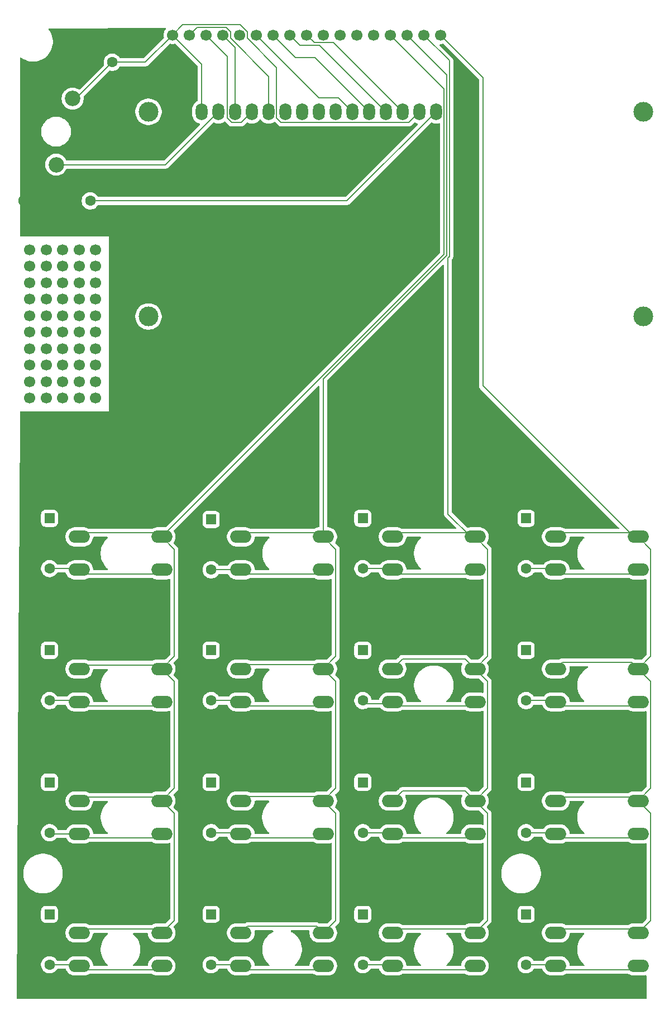
<source format=gbr>
%TF.GenerationSoftware,KiCad,Pcbnew,9.0.6*%
%TF.CreationDate,2025-12-01T15:24:04-05:00*%
%TF.ProjectId,65C816,36354338-3136-42e6-9b69-6361645f7063,rev?*%
%TF.SameCoordinates,Original*%
%TF.FileFunction,Copper,L1,Top*%
%TF.FilePolarity,Positive*%
%FSLAX46Y46*%
G04 Gerber Fmt 4.6, Leading zero omitted, Abs format (unit mm)*
G04 Created by KiCad (PCBNEW 9.0.6) date 2025-12-01 15:24:04*
%MOMM*%
%LPD*%
G01*
G04 APERTURE LIST*
G04 Aperture macros list*
%AMRoundRect*
0 Rectangle with rounded corners*
0 $1 Rounding radius*
0 $2 $3 $4 $5 $6 $7 $8 $9 X,Y pos of 4 corners*
0 Add a 4 corners polygon primitive as box body*
4,1,4,$2,$3,$4,$5,$6,$7,$8,$9,$2,$3,0*
0 Add four circle primitives for the rounded corners*
1,1,$1+$1,$2,$3*
1,1,$1+$1,$4,$5*
1,1,$1+$1,$6,$7*
1,1,$1+$1,$8,$9*
0 Add four rect primitives between the rounded corners*
20,1,$1+$1,$2,$3,$4,$5,0*
20,1,$1+$1,$4,$5,$6,$7,0*
20,1,$1+$1,$6,$7,$8,$9,0*
20,1,$1+$1,$8,$9,$2,$3,0*%
G04 Aperture macros list end*
%TA.AperFunction,ComponentPad*%
%ADD10O,3.200000X1.900000*%
%TD*%
%TA.AperFunction,ComponentPad*%
%ADD11C,1.700000*%
%TD*%
%TA.AperFunction,ComponentPad*%
%ADD12C,1.600000*%
%TD*%
%TA.AperFunction,ComponentPad*%
%ADD13RoundRect,0.250000X-0.550000X0.550000X-0.550000X-0.550000X0.550000X-0.550000X0.550000X0.550000X0*%
%TD*%
%TA.AperFunction,ComponentPad*%
%ADD14C,2.340000*%
%TD*%
%TA.AperFunction,ComponentPad*%
%ADD15R,1.700000X1.700000*%
%TD*%
%TA.AperFunction,ComponentPad*%
%ADD16C,3.000000*%
%TD*%
%TA.AperFunction,ComponentPad*%
%ADD17R,1.800000X2.600000*%
%TD*%
%TA.AperFunction,ComponentPad*%
%ADD18O,1.800000X2.600000*%
%TD*%
%TA.AperFunction,Conductor*%
%ADD19C,0.200000*%
%TD*%
G04 APERTURE END LIST*
D10*
%TO.P,SW8,2,2*%
%TO.N,Net-(D8-A)*%
X122000000Y-174500000D03*
X109500000Y-174500000D03*
%TO.P,SW8,1,1*%
%TO.N,Net-(J2-Pin_17)*%
X122000000Y-169500000D03*
X109500000Y-169500000D03*
%TD*%
D11*
%TO.P,,2*%
%TO.N,N/C*%
X54500000Y-86000000D03*
%TD*%
%TO.P,,2*%
%TO.N,N/C*%
X57000000Y-88500000D03*
%TD*%
%TO.P,,2*%
%TO.N,N/C*%
X64500000Y-88500000D03*
%TD*%
%TO.P,,2*%
%TO.N,N/C*%
X64500000Y-86000000D03*
%TD*%
%TO.P,,2*%
%TO.N,N/C*%
X57000000Y-86000000D03*
%TD*%
%TO.P,,2*%
%TO.N,N/C*%
X59500000Y-88500000D03*
%TD*%
%TO.P,,2*%
%TO.N,N/C*%
X54500000Y-88500000D03*
%TD*%
%TO.P,,2*%
%TO.N,N/C*%
X62000000Y-88500000D03*
%TD*%
%TO.P,,2*%
%TO.N,N/C*%
X59500000Y-86000000D03*
%TD*%
%TO.P,,2*%
%TO.N,N/C*%
X62000000Y-86000000D03*
%TD*%
%TO.P,,2*%
%TO.N,N/C*%
X64500000Y-73500000D03*
%TD*%
%TO.P,,2*%
%TO.N,N/C*%
X64500000Y-83500000D03*
%TD*%
%TO.P,,2*%
%TO.N,N/C*%
X64500000Y-71000000D03*
%TD*%
%TO.P,,2*%
%TO.N,N/C*%
X64500000Y-66000000D03*
%TD*%
%TO.P,,2*%
%TO.N,N/C*%
X64500000Y-76000000D03*
%TD*%
%TO.P,,2*%
%TO.N,N/C*%
X64500000Y-68500000D03*
%TD*%
%TO.P,,2*%
%TO.N,N/C*%
X64500000Y-78500000D03*
%TD*%
%TO.P,,2*%
%TO.N,N/C*%
X64500000Y-81000000D03*
%TD*%
%TO.P,,2*%
%TO.N,N/C*%
X54500000Y-83500000D03*
%TD*%
%TO.P,,2*%
%TO.N,N/C*%
X59500000Y-83500000D03*
%TD*%
%TO.P,,2*%
%TO.N,N/C*%
X54500000Y-78500000D03*
%TD*%
%TO.P,,2*%
%TO.N,N/C*%
X62000000Y-83500000D03*
%TD*%
%TO.P,,2*%
%TO.N,N/C*%
X57000000Y-78500000D03*
%TD*%
%TO.P,,2*%
%TO.N,N/C*%
X59500000Y-78500000D03*
%TD*%
%TO.P,,2*%
%TO.N,N/C*%
X57000000Y-83500000D03*
%TD*%
%TO.P,,2*%
%TO.N,N/C*%
X57000000Y-81000000D03*
%TD*%
%TO.P,,2*%
%TO.N,N/C*%
X62000000Y-81000000D03*
%TD*%
%TO.P,,2*%
%TO.N,N/C*%
X62000000Y-76000000D03*
%TD*%
%TO.P,,2*%
%TO.N,N/C*%
X62000000Y-78500000D03*
%TD*%
%TO.P,,2*%
%TO.N,N/C*%
X54500000Y-76000000D03*
%TD*%
%TO.P,,2*%
%TO.N,N/C*%
X59500000Y-76000000D03*
%TD*%
%TO.P,,2*%
%TO.N,N/C*%
X59500000Y-81000000D03*
%TD*%
%TO.P,,2*%
%TO.N,N/C*%
X54500000Y-81000000D03*
%TD*%
%TO.P,,2*%
%TO.N,N/C*%
X57000000Y-76000000D03*
%TD*%
%TO.P,,2*%
%TO.N,N/C*%
X59500000Y-73500000D03*
%TD*%
%TO.P,,2*%
%TO.N,N/C*%
X59500000Y-68500000D03*
%TD*%
%TO.P,,2*%
%TO.N,N/C*%
X62000000Y-68500000D03*
%TD*%
%TO.P,,2*%
%TO.N,N/C*%
X62000000Y-73500000D03*
%TD*%
%TO.P,,2*%
%TO.N,N/C*%
X62000000Y-71000000D03*
%TD*%
%TO.P,,2*%
%TO.N,N/C*%
X59500000Y-66000000D03*
%TD*%
%TO.P,,2*%
%TO.N,N/C*%
X59500000Y-71000000D03*
%TD*%
%TO.P,,2*%
%TO.N,N/C*%
X62000000Y-66000000D03*
%TD*%
%TO.P,,2*%
%TO.N,N/C*%
X54500000Y-73500000D03*
%TD*%
%TO.P,,2*%
%TO.N,N/C*%
X57000000Y-73500000D03*
%TD*%
%TO.P,,2*%
%TO.N,N/C*%
X54500000Y-71000000D03*
%TD*%
%TO.P,,2*%
%TO.N,N/C*%
X57000000Y-71000000D03*
%TD*%
%TO.P,,2*%
%TO.N,N/C*%
X54500000Y-68500000D03*
%TD*%
%TO.P,,2*%
%TO.N,N/C*%
X57000000Y-68500000D03*
%TD*%
%TO.P,,2*%
%TO.N,N/C*%
X57000000Y-66000000D03*
%TD*%
%TO.P,,2*%
%TO.N,N/C*%
X54500000Y-66000000D03*
%TD*%
D12*
%TO.P,D4,2,A*%
%TO.N,Net-(D4-A)*%
X129750000Y-174310000D03*
D13*
%TO.P,D4,1,K*%
%TO.N,Net-(D12-K)*%
X129750000Y-166690000D03*
%TD*%
%TO.P,D3,1,K*%
%TO.N,Net-(D11-K)*%
X129750000Y-146690000D03*
D12*
%TO.P,D3,2,A*%
%TO.N,Net-(D3-A)*%
X129750000Y-154310000D03*
%TD*%
%TO.P,D2,2,A*%
%TO.N,Net-(D2-A)*%
X129750000Y-134310000D03*
D13*
%TO.P,D2,1,K*%
%TO.N,Net-(D10-K)*%
X129750000Y-126690000D03*
%TD*%
D12*
%TO.P,D1,2,A*%
%TO.N,Net-(D1-A)*%
X129750000Y-114310000D03*
D13*
%TO.P,D1,1,K*%
%TO.N,Net-(D1-K)*%
X129750000Y-106690000D03*
%TD*%
D12*
%TO.P,D6,2,A*%
%TO.N,Net-(D6-A)*%
X105000000Y-134310000D03*
D13*
%TO.P,D6,1,K*%
%TO.N,Net-(D10-K)*%
X105000000Y-126690000D03*
%TD*%
D12*
%TO.P,D5,2,A*%
%TO.N,Net-(D5-A)*%
X105000000Y-114310000D03*
D13*
%TO.P,D5,1,K*%
%TO.N,Net-(D1-K)*%
X105000000Y-106690000D03*
%TD*%
D12*
%TO.P,D8,2,A*%
%TO.N,Net-(D8-A)*%
X105000000Y-174310000D03*
D13*
%TO.P,D8,1,K*%
%TO.N,Net-(D12-K)*%
X105000000Y-166690000D03*
%TD*%
D12*
%TO.P,D7,2,A*%
%TO.N,Net-(D7-A)*%
X105000000Y-154310000D03*
D13*
%TO.P,D7,1,K*%
%TO.N,Net-(D11-K)*%
X105000000Y-146690000D03*
%TD*%
D10*
%TO.P,SW5,1,1*%
%TO.N,Net-(J2-Pin_17)*%
X109500000Y-109500000D03*
X122000000Y-109500000D03*
%TO.P,SW5,2,2*%
%TO.N,Net-(D5-A)*%
X109500000Y-114500000D03*
X122000000Y-114500000D03*
%TD*%
%TO.P,SW6,2,2*%
%TO.N,Net-(D6-A)*%
X122000000Y-134500000D03*
X109500000Y-134500000D03*
%TO.P,SW6,1,1*%
%TO.N,Net-(J2-Pin_17)*%
X122000000Y-129500000D03*
X109500000Y-129500000D03*
%TD*%
%TO.P,SW7,1,1*%
%TO.N,Net-(J2-Pin_17)*%
X109500000Y-149500000D03*
X122000000Y-149500000D03*
%TO.P,SW7,2,2*%
%TO.N,Net-(D7-A)*%
X109500000Y-154500000D03*
X122000000Y-154500000D03*
%TD*%
%TO.P,SW12,1,1*%
%TO.N,Net-(J2-Pin_16)*%
X86500000Y-169500000D03*
X99000000Y-169500000D03*
%TO.P,SW12,2,2*%
%TO.N,Net-(D12-A)*%
X86500000Y-174500000D03*
X99000000Y-174500000D03*
%TD*%
%TO.P,SW10,1,1*%
%TO.N,Net-(J2-Pin_16)*%
X86500000Y-129500000D03*
X99000000Y-129500000D03*
%TO.P,SW10,2,2*%
%TO.N,Net-(D10-A)*%
X86500000Y-134500000D03*
X99000000Y-134500000D03*
%TD*%
%TO.P,SW14,2,2*%
%TO.N,Net-(D14-A)*%
X74500000Y-134500000D03*
X62000000Y-134500000D03*
%TO.P,SW14,1,1*%
%TO.N,Net-(J2-Pin_15)*%
X74500000Y-129500000D03*
X62000000Y-129500000D03*
%TD*%
%TO.P,SW3,2,2*%
%TO.N,Net-(D3-A)*%
X146750000Y-154500000D03*
X134250000Y-154500000D03*
%TO.P,SW3,1,1*%
%TO.N,Net-(J2-Pin_18)*%
X146750000Y-149500000D03*
X134250000Y-149500000D03*
%TD*%
%TO.P,SW4,1,1*%
%TO.N,Net-(J2-Pin_18)*%
X134250000Y-169500000D03*
X146750000Y-169500000D03*
%TO.P,SW4,2,2*%
%TO.N,Net-(D4-A)*%
X134250000Y-174500000D03*
X146750000Y-174500000D03*
%TD*%
%TO.P,SW11,1,1*%
%TO.N,Net-(J2-Pin_16)*%
X86500000Y-149500000D03*
X99000000Y-149500000D03*
%TO.P,SW11,2,2*%
%TO.N,Net-(D11-A)*%
X86500000Y-154500000D03*
X99000000Y-154500000D03*
%TD*%
%TO.P,SW15,2,2*%
%TO.N,Net-(D15-A)*%
X74500000Y-154500000D03*
X62000000Y-154500000D03*
%TO.P,SW15,1,1*%
%TO.N,Net-(J2-Pin_15)*%
X74500000Y-149500000D03*
X62000000Y-149500000D03*
%TD*%
%TO.P,SW2,2,2*%
%TO.N,Net-(D2-A)*%
X146750000Y-134500000D03*
X134250000Y-134500000D03*
%TO.P,SW2,1,1*%
%TO.N,Net-(J2-Pin_18)*%
X146750000Y-129500000D03*
X134250000Y-129500000D03*
%TD*%
%TO.P,SW16,2,2*%
%TO.N,Net-(D16-A)*%
X74500000Y-174500000D03*
X62000000Y-174500000D03*
%TO.P,SW16,1,1*%
%TO.N,Net-(J2-Pin_15)*%
X74500000Y-169500000D03*
X62000000Y-169500000D03*
%TD*%
%TO.P,SW9,1,1*%
%TO.N,Net-(J2-Pin_16)*%
X86500000Y-109500000D03*
X99000000Y-109500000D03*
%TO.P,SW9,2,2*%
%TO.N,Net-(D9-A)*%
X86500000Y-114500000D03*
X99000000Y-114500000D03*
%TD*%
%TO.P,SW13,2,2*%
%TO.N,Net-(D13-A)*%
X74500000Y-114500000D03*
X62000000Y-114500000D03*
%TO.P,SW13,1,1*%
%TO.N,Net-(J2-Pin_15)*%
X74500000Y-109500000D03*
X62000000Y-109500000D03*
%TD*%
%TO.P,SW1,2,2*%
%TO.N,Net-(D1-A)*%
X146750000Y-114500000D03*
X134250000Y-114500000D03*
%TO.P,SW1,1,1*%
%TO.N,Net-(J2-Pin_18)*%
X146750000Y-109500000D03*
X134250000Y-109500000D03*
%TD*%
D14*
%TO.P,RV1,1,1*%
%TO.N,GND*%
X56000000Y-43120000D03*
%TO.P,RV1,2,2*%
%TO.N,Net-(DS1-VO)*%
X58500000Y-53120000D03*
%TO.P,RV1,3,3*%
%TO.N,+5V*%
X61000000Y-43120000D03*
%TD*%
D12*
%TO.P,R2,1*%
%TO.N,GND*%
X53500000Y-58620000D03*
%TO.P,R2,2*%
%TO.N,Net-(DS1-LED(-))*%
X63660000Y-58620000D03*
%TD*%
D15*
%TO.P,J2,1,Pin_1*%
%TO.N,GND*%
X73600000Y-33500000D03*
D11*
%TO.P,J2,2,Pin_2*%
%TO.N,+5V*%
X76140000Y-33500000D03*
%TO.P,J2,3,Pin_3*%
%TO.N,Net-(DS1-E)*%
X78680000Y-33500000D03*
%TO.P,J2,4,Pin_4*%
%TO.N,Net-(DS1-R{slash}W)*%
X81220000Y-33500000D03*
%TO.P,J2,5,Pin_5*%
%TO.N,Net-(DS1-RS)*%
X83760000Y-33500000D03*
%TO.P,J2,6,Pin_6*%
%TO.N,unconnected-(J2-Pin_6-Pad6)*%
X86300000Y-33500000D03*
%TO.P,J2,7,Pin_7*%
%TO.N,Net-(DS1-D4)*%
X88840000Y-33500000D03*
%TO.P,J2,8,Pin_8*%
%TO.N,Net-(DS1-D5)*%
X91380000Y-33500000D03*
%TO.P,J2,9,Pin_9*%
%TO.N,Net-(DS1-D6)*%
X93920000Y-33500000D03*
%TO.P,J2,10,Pin_10*%
%TO.N,Net-(DS1-D7)*%
X96460000Y-33500000D03*
%TO.P,J2,11,Pin_11*%
%TO.N,Net-(D12-K)*%
X99000000Y-33500000D03*
%TO.P,J2,12,Pin_12*%
%TO.N,Net-(D11-K)*%
X101540000Y-33500000D03*
%TO.P,J2,13,Pin_13*%
%TO.N,Net-(D10-K)*%
X104080000Y-33500000D03*
%TO.P,J2,14,Pin_14*%
%TO.N,Net-(D1-K)*%
X106620000Y-33500000D03*
%TO.P,J2,15,Pin_15*%
%TO.N,Net-(J2-Pin_15)*%
X109160000Y-33500000D03*
%TO.P,J2,16,Pin_16*%
%TO.N,Net-(J2-Pin_16)*%
X111700000Y-33500000D03*
%TO.P,J2,17,Pin_17*%
%TO.N,Net-(J2-Pin_17)*%
X114240000Y-33500000D03*
%TO.P,J2,18,Pin_18*%
%TO.N,Net-(J2-Pin_18)*%
X116780000Y-33500000D03*
%TD*%
D16*
%TO.P,DS1,*%
%TO.N,*%
X72500900Y-45120000D03*
X72500900Y-76120700D03*
X147499480Y-76120700D03*
X147500000Y-45120000D03*
D17*
%TO.P,DS1,1,VSS*%
%TO.N,GND*%
X78000000Y-45120000D03*
D18*
%TO.P,DS1,2,VDD*%
%TO.N,+5V*%
X80540000Y-45120000D03*
%TO.P,DS1,3,VO*%
%TO.N,Net-(DS1-VO)*%
X83080000Y-45120000D03*
%TO.P,DS1,4,RS*%
%TO.N,Net-(DS1-RS)*%
X85620000Y-45120000D03*
%TO.P,DS1,5,R/W*%
%TO.N,Net-(DS1-R{slash}W)*%
X88160000Y-45120000D03*
%TO.P,DS1,6,E*%
%TO.N,Net-(DS1-E)*%
X90700000Y-45120000D03*
%TO.P,DS1,7,D0*%
%TO.N,unconnected-(DS1-D0-Pad7)*%
X93240000Y-45120000D03*
%TO.P,DS1,8,D1*%
%TO.N,unconnected-(DS1-D1-Pad8)*%
X95780000Y-45120000D03*
%TO.P,DS1,9,D2*%
%TO.N,unconnected-(DS1-D2-Pad9)*%
X98320000Y-45120000D03*
%TO.P,DS1,10,D3*%
%TO.N,unconnected-(DS1-D3-Pad10)*%
X100860000Y-45120000D03*
%TO.P,DS1,11,D4*%
%TO.N,Net-(DS1-D4)*%
X103400000Y-45120000D03*
%TO.P,DS1,12,D5*%
%TO.N,Net-(DS1-D5)*%
X105940000Y-45120000D03*
%TO.P,DS1,13,D6*%
%TO.N,Net-(DS1-D6)*%
X108480000Y-45120000D03*
%TO.P,DS1,14,D7*%
%TO.N,Net-(DS1-D7)*%
X111020000Y-45120000D03*
%TO.P,DS1,15,LED(+)*%
%TO.N,+5V*%
X113560000Y-45120000D03*
%TO.P,DS1,16,LED(-)*%
%TO.N,Net-(DS1-LED(-))*%
X116100000Y-45120000D03*
%TD*%
D13*
%TO.P,D16,1,K*%
%TO.N,Net-(D12-K)*%
X57500000Y-166690000D03*
D12*
%TO.P,D16,2,A*%
%TO.N,Net-(D16-A)*%
X57500000Y-174310000D03*
%TD*%
D13*
%TO.P,D15,1,K*%
%TO.N,Net-(D11-K)*%
X57500000Y-146690000D03*
D12*
%TO.P,D15,2,A*%
%TO.N,Net-(D15-A)*%
X57500000Y-154310000D03*
%TD*%
D13*
%TO.P,D14,1,K*%
%TO.N,Net-(D10-K)*%
X57500000Y-126690000D03*
D12*
%TO.P,D14,2,A*%
%TO.N,Net-(D14-A)*%
X57500000Y-134310000D03*
%TD*%
D13*
%TO.P,D13,1,K*%
%TO.N,Net-(D1-K)*%
X57500000Y-106690000D03*
D12*
%TO.P,D13,2,A*%
%TO.N,Net-(D13-A)*%
X57500000Y-114310000D03*
%TD*%
D13*
%TO.P,D12,1,K*%
%TO.N,Net-(D12-K)*%
X82000000Y-166690000D03*
D12*
%TO.P,D12,2,A*%
%TO.N,Net-(D12-A)*%
X82000000Y-174310000D03*
%TD*%
D13*
%TO.P,D11,1,K*%
%TO.N,Net-(D11-K)*%
X82000000Y-146690000D03*
D12*
%TO.P,D11,2,A*%
%TO.N,Net-(D11-A)*%
X82000000Y-154310000D03*
%TD*%
D13*
%TO.P,D10,1,K*%
%TO.N,Net-(D10-K)*%
X82000000Y-126690000D03*
D12*
%TO.P,D10,2,A*%
%TO.N,Net-(D10-A)*%
X82000000Y-134310000D03*
%TD*%
D13*
%TO.P,D9,1,K*%
%TO.N,Net-(D1-K)*%
X82000000Y-106880000D03*
D12*
%TO.P,D9,2,A*%
%TO.N,Net-(D9-A)*%
X82000000Y-114500000D03*
%TD*%
%TO.P,C1,1*%
%TO.N,GND*%
X62000000Y-37620000D03*
%TO.P,C1,2*%
%TO.N,+5V*%
X67000000Y-37620000D03*
%TD*%
D19*
%TO.N,Net-(J2-Pin_18)*%
X146750000Y-149500000D02*
X146149000Y-148899000D01*
X146149000Y-148899000D02*
X134851000Y-148899000D01*
X134851000Y-148899000D02*
X134250000Y-149500000D01*
%TO.N,Net-(D3-A)*%
X134250000Y-154500000D02*
X134851000Y-155101000D01*
X134851000Y-155101000D02*
X146149000Y-155101000D01*
X146149000Y-155101000D02*
X146750000Y-154500000D01*
%TO.N,Net-(D4-A)*%
X146750000Y-174500000D02*
X146149000Y-175101000D01*
X146149000Y-175101000D02*
X134851000Y-175101000D01*
X134851000Y-175101000D02*
X134250000Y-174500000D01*
%TO.N,Net-(J2-Pin_18)*%
X134250000Y-169500000D02*
X134851000Y-168899000D01*
X134851000Y-168899000D02*
X146149000Y-168899000D01*
X146149000Y-168899000D02*
X146750000Y-169500000D01*
%TO.N,Net-(D8-A)*%
X122000000Y-174500000D02*
X121386532Y-175113468D01*
X121386532Y-175113468D02*
X110113468Y-175113468D01*
X110113468Y-175113468D02*
X109500000Y-174500000D01*
%TO.N,Net-(J2-Pin_17)*%
X109500000Y-169500000D02*
X110113468Y-168886532D01*
X110113468Y-168886532D02*
X121386532Y-168886532D01*
X121386532Y-168886532D02*
X122000000Y-169500000D01*
%TO.N,Net-(J2-Pin_16)*%
X86500000Y-169500000D02*
X87500000Y-168500000D01*
X87500000Y-168500000D02*
X98000000Y-168500000D01*
X98000000Y-168500000D02*
X99000000Y-169500000D01*
%TO.N,Net-(D12-A)*%
X86500000Y-174500000D02*
X87101000Y-175101000D01*
X87101000Y-175101000D02*
X98399000Y-175101000D01*
X98399000Y-175101000D02*
X99000000Y-174500000D01*
%TO.N,Net-(D16-A)*%
X62000000Y-174500000D02*
X62601000Y-175101000D01*
X62601000Y-175101000D02*
X73899000Y-175101000D01*
X73899000Y-175101000D02*
X74500000Y-174500000D01*
%TO.N,Net-(J2-Pin_15)*%
X62000000Y-169500000D02*
X62601000Y-168899000D01*
X62601000Y-168899000D02*
X73899000Y-168899000D01*
X73899000Y-168899000D02*
X74500000Y-169500000D01*
%TO.N,Net-(J2-Pin_16)*%
X86500000Y-149500000D02*
X87131258Y-148868742D01*
X87131258Y-148868742D02*
X98368742Y-148868742D01*
X98368742Y-148868742D02*
X99000000Y-149500000D01*
%TO.N,Net-(D15-A)*%
X74500000Y-154500000D02*
X73899000Y-155101000D01*
X73899000Y-155101000D02*
X62601000Y-155101000D01*
X62601000Y-155101000D02*
X62000000Y-154500000D01*
%TO.N,Net-(J2-Pin_15)*%
X62000000Y-149500000D02*
X62601000Y-148899000D01*
X62601000Y-148899000D02*
X73899000Y-148899000D01*
X73899000Y-148899000D02*
X74500000Y-149500000D01*
%TO.N,Net-(D14-A)*%
X62000000Y-134500000D02*
X62601000Y-135101000D01*
X62601000Y-135101000D02*
X73899000Y-135101000D01*
X73899000Y-135101000D02*
X74500000Y-134500000D01*
%TO.N,Net-(J2-Pin_15)*%
X74500000Y-129500000D02*
X73899000Y-128899000D01*
X73899000Y-128899000D02*
X62601000Y-128899000D01*
X62601000Y-128899000D02*
X62000000Y-129500000D01*
%TO.N,Net-(J2-Pin_16)*%
X99000000Y-129500000D02*
X98386532Y-128886532D01*
X98386532Y-128886532D02*
X87113468Y-128886532D01*
X87113468Y-128886532D02*
X86500000Y-129500000D01*
%TO.N,Net-(D10-A)*%
X86500000Y-134500000D02*
X87113468Y-135113468D01*
X87113468Y-135113468D02*
X98386532Y-135113468D01*
X98386532Y-135113468D02*
X99000000Y-134500000D01*
%TO.N,Net-(D11-A)*%
X99000000Y-154500000D02*
X98386576Y-155113424D01*
X98386576Y-155113424D02*
X87113424Y-155113424D01*
X87113424Y-155113424D02*
X86500000Y-154500000D01*
%TO.N,Net-(D7-A)*%
X109500000Y-154500000D02*
X110101000Y-155101000D01*
X110101000Y-155101000D02*
X121399000Y-155101000D01*
X121399000Y-155101000D02*
X122000000Y-154500000D01*
%TO.N,Net-(J2-Pin_17)*%
X122000000Y-149500000D02*
X120500000Y-148000000D01*
X120500000Y-148000000D02*
X111000000Y-148000000D01*
X111000000Y-148000000D02*
X109500000Y-149500000D01*
%TO.N,Net-(D6-A)*%
X109500000Y-134500000D02*
X110113468Y-135113468D01*
X110113468Y-135113468D02*
X121386532Y-135113468D01*
X121386532Y-135113468D02*
X122000000Y-134500000D01*
%TO.N,Net-(J2-Pin_17)*%
X122000000Y-129500000D02*
X120500000Y-128000000D01*
X120500000Y-128000000D02*
X111000000Y-128000000D01*
X111000000Y-128000000D02*
X109500000Y-129500000D01*
%TO.N,Net-(D2-A)*%
X134250000Y-134500000D02*
X134851000Y-135101000D01*
X134851000Y-135101000D02*
X146149000Y-135101000D01*
X146149000Y-135101000D02*
X146750000Y-134500000D01*
%TO.N,Net-(J2-Pin_18)*%
X134250000Y-129500000D02*
X135250000Y-128500000D01*
X135250000Y-128500000D02*
X145750000Y-128500000D01*
X145750000Y-128500000D02*
X146750000Y-129500000D01*
%TO.N,Net-(D1-A)*%
X134250000Y-114500000D02*
X134851000Y-115101000D01*
X134851000Y-115101000D02*
X146149000Y-115101000D01*
X146149000Y-115101000D02*
X146750000Y-114500000D01*
%TO.N,Net-(J2-Pin_18)*%
X134250000Y-109500000D02*
X134851000Y-108899000D01*
X134851000Y-108899000D02*
X146149000Y-108899000D01*
X146149000Y-108899000D02*
X146750000Y-109500000D01*
%TO.N,Net-(D5-A)*%
X109500000Y-114500000D02*
X110101000Y-115101000D01*
X110101000Y-115101000D02*
X121399000Y-115101000D01*
X121399000Y-115101000D02*
X122000000Y-114500000D01*
%TO.N,Net-(J2-Pin_17)*%
X109500000Y-109500000D02*
X110101000Y-108899000D01*
X121399000Y-108899000D02*
X122000000Y-109500000D01*
X110101000Y-108899000D02*
X121399000Y-108899000D01*
%TO.N,Net-(D9-A)*%
X86500000Y-114500000D02*
X87113468Y-115113468D01*
X87113468Y-115113468D02*
X98386532Y-115113468D01*
X98386532Y-115113468D02*
X99000000Y-114500000D01*
%TO.N,Net-(J2-Pin_16)*%
X86500000Y-109500000D02*
X87113468Y-108886532D01*
X87113468Y-108886532D02*
X98386532Y-108886532D01*
X98386532Y-108886532D02*
X99000000Y-109500000D01*
%TO.N,Net-(D13-A)*%
X62000000Y-114500000D02*
X62613468Y-115113468D01*
X62613468Y-115113468D02*
X73886532Y-115113468D01*
X73886532Y-115113468D02*
X74500000Y-114500000D01*
%TO.N,Net-(J2-Pin_15)*%
X62000000Y-109500000D02*
X62613468Y-108886532D01*
X62613468Y-108886532D02*
X73886532Y-108886532D01*
X73886532Y-108886532D02*
X74500000Y-109500000D01*
%TO.N,GND*%
X56500000Y-43120000D02*
X56000000Y-43120000D01*
%TO.N,+5V*%
X67000000Y-37620000D02*
X61500000Y-43120000D01*
X61500000Y-43120000D02*
X61000000Y-43120000D01*
X76140000Y-33500000D02*
X72020000Y-37620000D01*
X72020000Y-37620000D02*
X67000000Y-37620000D01*
X113560000Y-45120000D02*
X111959000Y-46721000D01*
X111959000Y-46721000D02*
X92604530Y-46721000D01*
X92604530Y-46721000D02*
X91901000Y-46017470D01*
X91901000Y-46017470D02*
X91901000Y-38426760D01*
X91901000Y-38426760D02*
X87451000Y-33976760D01*
X87451000Y-33023240D02*
X86375760Y-31948000D01*
X87451000Y-33976760D02*
X87451000Y-33023240D01*
X86375760Y-31948000D02*
X77692000Y-31948000D01*
X77692000Y-31948000D02*
X76140000Y-33500000D01*
%TO.N,Net-(D15-A)*%
X62000000Y-154500000D02*
X57690000Y-154500000D01*
X57690000Y-154500000D02*
X57500000Y-154310000D01*
%TO.N,Net-(J2-Pin_18)*%
X146750000Y-149500000D02*
X148651000Y-151401000D01*
X148651000Y-151401000D02*
X148651000Y-167599000D01*
X148651000Y-167599000D02*
X146750000Y-169500000D01*
X146750000Y-129500000D02*
X148651000Y-131401000D01*
X148651000Y-131401000D02*
X148651000Y-147599000D01*
X148651000Y-147599000D02*
X146750000Y-149500000D01*
%TO.N,Net-(J2-Pin_17)*%
X122000000Y-149500000D02*
X123901000Y-151401000D01*
X123901000Y-151401000D02*
X123901000Y-167599000D01*
X123901000Y-167599000D02*
X122000000Y-169500000D01*
X122000000Y-129500000D02*
X123901000Y-131401000D01*
X123901000Y-131401000D02*
X123901000Y-147599000D01*
X123901000Y-147599000D02*
X122000000Y-149500000D01*
X122000000Y-109500000D02*
X123901000Y-111401000D01*
X123901000Y-111401000D02*
X123901000Y-127599000D01*
X123901000Y-127599000D02*
X122000000Y-129500000D01*
%TO.N,Net-(J2-Pin_16)*%
X99000000Y-149500000D02*
X100901000Y-151401000D01*
X100901000Y-151401000D02*
X100901000Y-167599000D01*
X100901000Y-167599000D02*
X99000000Y-169500000D01*
X99000000Y-129500000D02*
X100901000Y-131401000D01*
X100901000Y-131401000D02*
X100901000Y-147599000D01*
X100901000Y-147599000D02*
X99000000Y-149500000D01*
X99000000Y-109500000D02*
X100901000Y-111401000D01*
X100901000Y-111401000D02*
X100901000Y-127599000D01*
X100901000Y-127599000D02*
X99000000Y-129500000D01*
%TO.N,Net-(J2-Pin_15)*%
X74500000Y-149500000D02*
X76401000Y-151401000D01*
X76401000Y-151401000D02*
X76401000Y-167599000D01*
X76401000Y-167599000D02*
X74500000Y-169500000D01*
X74500000Y-129500000D02*
X76401000Y-131401000D01*
X76401000Y-131401000D02*
X76401000Y-147599000D01*
X76401000Y-147599000D02*
X74500000Y-149500000D01*
X74500000Y-109500000D02*
X76401000Y-111401000D01*
X76401000Y-111401000D02*
X76401000Y-127599000D01*
X76401000Y-127599000D02*
X74500000Y-129500000D01*
%TO.N,Net-(J2-Pin_18)*%
X123199999Y-86599999D02*
X146100000Y-109500000D01*
%TO.N,Net-(J2-Pin_17)*%
X121350000Y-109500000D02*
X122000000Y-109500000D01*
%TO.N,Net-(J2-Pin_16)*%
X117701000Y-66864686D02*
X99000000Y-85565686D01*
%TO.N,Net-(J2-Pin_18)*%
X146100000Y-109500000D02*
X146750000Y-109500000D01*
%TO.N,Net-(J2-Pin_16)*%
X111700000Y-33500000D02*
X117701000Y-39501000D01*
X117701000Y-39501000D02*
X117701000Y-66864686D01*
%TO.N,Net-(J2-Pin_17)*%
X118101000Y-37361000D02*
X118101000Y-67030372D01*
%TO.N,Net-(J2-Pin_15)*%
X117301000Y-66699000D02*
X74500000Y-109500000D01*
%TO.N,Net-(J2-Pin_18)*%
X123199999Y-39919999D02*
X123199999Y-86599999D01*
%TO.N,Net-(J2-Pin_17)*%
X118101000Y-67030372D02*
X117900000Y-67231371D01*
%TO.N,Net-(J2-Pin_16)*%
X99000000Y-85565686D02*
X99000000Y-109500000D01*
%TO.N,Net-(J2-Pin_17)*%
X114240000Y-33500000D02*
X118101000Y-37361000D01*
X117900000Y-67231371D02*
X117900000Y-106050000D01*
X117900000Y-106050000D02*
X121350000Y-109500000D01*
%TO.N,Net-(J2-Pin_18)*%
X116780000Y-33500000D02*
X123199999Y-39919999D01*
%TO.N,Net-(J2-Pin_15)*%
X109160000Y-33500000D02*
X117301000Y-41641000D01*
X117301000Y-41641000D02*
X117301000Y-66699000D01*
%TO.N,Net-(J2-Pin_18)*%
X146750000Y-109500000D02*
X148651000Y-111401000D01*
X148651000Y-111401000D02*
X148651000Y-127599000D01*
X148651000Y-127599000D02*
X146750000Y-129500000D01*
%TO.N,Net-(DS1-LED(-))*%
X116100000Y-45120000D02*
X102600000Y-58620000D01*
X102600000Y-58620000D02*
X63660000Y-58620000D01*
%TO.N,Net-(DS1-E)*%
X78680000Y-33500000D02*
X79831000Y-32349000D01*
X79831000Y-32349000D02*
X84236760Y-32349000D01*
X84911000Y-33023240D02*
X84911000Y-33976760D01*
X84236760Y-32349000D02*
X84911000Y-33023240D01*
X84911000Y-33976760D02*
X90700000Y-39765760D01*
X90700000Y-39765760D02*
X90700000Y-45120000D01*
%TO.N,Net-(DS1-R{slash}W)*%
X81220000Y-33500000D02*
X84419000Y-36699000D01*
X84419000Y-36699000D02*
X84419000Y-46017470D01*
X84419000Y-46017470D02*
X85122530Y-46721000D01*
X85122530Y-46721000D02*
X86559000Y-46721000D01*
X86559000Y-46721000D02*
X88160000Y-45120000D01*
%TO.N,Net-(D3-A)*%
X134060000Y-154310000D02*
X134250000Y-154500000D01*
%TO.N,Net-(D4-A)*%
X134060000Y-174310000D02*
X134250000Y-174500000D01*
%TO.N,Net-(D8-A)*%
X105000000Y-174310000D02*
X109310000Y-174310000D01*
X109310000Y-174310000D02*
X109500000Y-174500000D01*
%TO.N,Net-(D16-A)*%
X57500000Y-174310000D02*
X61810000Y-174310000D01*
X61810000Y-174310000D02*
X62000000Y-174500000D01*
%TO.N,Net-(D12-A)*%
X82000000Y-174310000D02*
X86310000Y-174310000D01*
X86310000Y-174310000D02*
X86500000Y-174500000D01*
%TO.N,Net-(D7-A)*%
X105000000Y-154310000D02*
X109310000Y-154310000D01*
X109310000Y-154310000D02*
X109500000Y-154500000D01*
%TO.N,Net-(D11-A)*%
X82000000Y-154310000D02*
X86310000Y-154310000D01*
X86310000Y-154310000D02*
X86500000Y-154500000D01*
%TO.N,Net-(D6-A)*%
X105000000Y-134810000D02*
X109190000Y-134810000D01*
X109190000Y-134810000D02*
X109500000Y-134500000D01*
%TO.N,Net-(D2-A)*%
X134060000Y-134310000D02*
X134250000Y-134500000D01*
%TO.N,Net-(D1-A)*%
X134060000Y-114310000D02*
X134250000Y-114500000D01*
%TO.N,Net-(D5-A)*%
X105000000Y-114310000D02*
X109310000Y-114310000D01*
X109310000Y-114310000D02*
X109500000Y-114500000D01*
%TO.N,Net-(D9-A)*%
X82000000Y-114500000D02*
X86500000Y-114500000D01*
%TO.N,Net-(D10-A)*%
X82000000Y-134310000D02*
X86310000Y-134310000D01*
X86310000Y-134310000D02*
X86500000Y-134500000D01*
%TO.N,Net-(D14-A)*%
X57500000Y-134310000D02*
X61810000Y-134310000D01*
X61810000Y-134310000D02*
X62000000Y-134500000D01*
%TO.N,Net-(D13-A)*%
X57500000Y-114310000D02*
X61810000Y-114310000D01*
X61810000Y-114310000D02*
X62000000Y-114500000D01*
%TO.N,Net-(DS1-D6)*%
X95471000Y-35051000D02*
X98411000Y-35051000D01*
%TO.N,Net-(DS1-D7)*%
X100551000Y-34651000D02*
X111020000Y-45120000D01*
%TO.N,Net-(DS1-D6)*%
X93920000Y-33500000D02*
X95471000Y-35051000D01*
X98411000Y-35051000D02*
X108480000Y-45120000D01*
%TO.N,Net-(DS1-D7)*%
X96460000Y-33500000D02*
X97611000Y-34651000D01*
X97611000Y-34651000D02*
X100551000Y-34651000D01*
%TO.N,Net-(DS1-D5)*%
X91380000Y-33500000D02*
X94780000Y-36900000D01*
X94780000Y-36900000D02*
X97720000Y-36900000D01*
X97720000Y-36900000D02*
X105940000Y-45120000D01*
%TO.N,Net-(DS1-D4)*%
X88840000Y-33500000D02*
X98340000Y-43000000D01*
X98340000Y-43000000D02*
X101280000Y-43000000D01*
X101280000Y-43000000D02*
X103400000Y-45120000D01*
%TO.N,Net-(DS1-RS)*%
X83760000Y-33500000D02*
X85620000Y-35360000D01*
X85620000Y-35360000D02*
X85620000Y-45120000D01*
%TO.N,Net-(DS1-VO)*%
X58500000Y-53120000D02*
X75080000Y-53120000D01*
X75080000Y-53120000D02*
X83080000Y-45120000D01*
%TO.N,+5V*%
X76140000Y-33500000D02*
X80540000Y-37900000D01*
X80540000Y-37900000D02*
X80540000Y-45120000D01*
%TO.N,Net-(D4-A)*%
X129750000Y-174310000D02*
X134060000Y-174310000D01*
%TO.N,Net-(D3-A)*%
X129750000Y-154310000D02*
X134060000Y-154310000D01*
%TO.N,Net-(D2-A)*%
X129750000Y-134310000D02*
X134060000Y-134310000D01*
%TO.N,Net-(D1-A)*%
X129750000Y-114310000D02*
X134060000Y-114310000D01*
%TD*%
%TA.AperFunction,Conductor*%
%TO.N,GND*%
G36*
X75113266Y-32403298D02*
G01*
X75159298Y-32455861D01*
X75169605Y-32524966D01*
X75140915Y-32588673D01*
X75134459Y-32595645D01*
X75109889Y-32620214D01*
X74984951Y-32792179D01*
X74888444Y-32981585D01*
X74888443Y-32981587D01*
X74888443Y-32981588D01*
X74855598Y-33082672D01*
X74822753Y-33183760D01*
X74789500Y-33393713D01*
X74789500Y-33606286D01*
X74822754Y-33816244D01*
X74822754Y-33816247D01*
X74836491Y-33858523D01*
X74838486Y-33928364D01*
X74806241Y-33984522D01*
X71807584Y-36983181D01*
X71746261Y-37016666D01*
X71719903Y-37019500D01*
X68229602Y-37019500D01*
X68162563Y-36999815D01*
X68119117Y-36951795D01*
X68112287Y-36938390D01*
X68112285Y-36938387D01*
X68112284Y-36938385D01*
X67991971Y-36772786D01*
X67847213Y-36628028D01*
X67681613Y-36507715D01*
X67681612Y-36507714D01*
X67681610Y-36507713D01*
X67624653Y-36478691D01*
X67499223Y-36414781D01*
X67304534Y-36351522D01*
X67129995Y-36323878D01*
X67102352Y-36319500D01*
X66897648Y-36319500D01*
X66881466Y-36322063D01*
X66695465Y-36351522D01*
X66500776Y-36414781D01*
X66318386Y-36507715D01*
X66152786Y-36628028D01*
X66008028Y-36772786D01*
X65887715Y-36938386D01*
X65794781Y-37120776D01*
X65731522Y-37315465D01*
X65699500Y-37517648D01*
X65699500Y-37722351D01*
X65731523Y-37924535D01*
X65736172Y-37938845D01*
X65738165Y-38008687D01*
X65705921Y-38064841D01*
X62068763Y-41702000D01*
X62007440Y-41735485D01*
X61937748Y-41730501D01*
X61919086Y-41721708D01*
X61740428Y-41618560D01*
X61538117Y-41534759D01*
X61538118Y-41534759D01*
X61538115Y-41534758D01*
X61432357Y-41506421D01*
X61326598Y-41478083D01*
X61290314Y-41473306D01*
X61109497Y-41449500D01*
X61109490Y-41449500D01*
X60890510Y-41449500D01*
X60890502Y-41449500D01*
X60683853Y-41476707D01*
X60673402Y-41478083D01*
X60628699Y-41490060D01*
X60461884Y-41534758D01*
X60343374Y-41583847D01*
X60259572Y-41618560D01*
X60259569Y-41618561D01*
X60259561Y-41618565D01*
X60069929Y-41728049D01*
X59896201Y-41861355D01*
X59896194Y-41861361D01*
X59741361Y-42016194D01*
X59741355Y-42016201D01*
X59608049Y-42189929D01*
X59498565Y-42379561D01*
X59498561Y-42379569D01*
X59498560Y-42379572D01*
X59473354Y-42440423D01*
X59414758Y-42581884D01*
X59358084Y-42793399D01*
X59358082Y-42793410D01*
X59329500Y-43010502D01*
X59329500Y-43229497D01*
X59350520Y-43389154D01*
X59358083Y-43446598D01*
X59368694Y-43486198D01*
X59413054Y-43651756D01*
X59414759Y-43658117D01*
X59498560Y-43860428D01*
X59498562Y-43860433D01*
X59498565Y-43860438D01*
X59608049Y-44050070D01*
X59741355Y-44223798D01*
X59741361Y-44223805D01*
X59896194Y-44378638D01*
X59896201Y-44378644D01*
X60069929Y-44511950D01*
X60259561Y-44621434D01*
X60259563Y-44621434D01*
X60259572Y-44621440D01*
X60461883Y-44705241D01*
X60673402Y-44761917D01*
X60890510Y-44790500D01*
X60890517Y-44790500D01*
X61109483Y-44790500D01*
X61109490Y-44790500D01*
X61326598Y-44761917D01*
X61538117Y-44705241D01*
X61740428Y-44621440D01*
X61930071Y-44511950D01*
X62103800Y-44378643D01*
X62258643Y-44223800D01*
X62391950Y-44050071D01*
X62501440Y-43860428D01*
X62585241Y-43658117D01*
X62641917Y-43446598D01*
X62670500Y-43229490D01*
X62670500Y-43010510D01*
X62653843Y-42883996D01*
X62664608Y-42814964D01*
X62689098Y-42780135D01*
X66555159Y-38914075D01*
X66616480Y-38880592D01*
X66681154Y-38883826D01*
X66695466Y-38888477D01*
X66897648Y-38920500D01*
X66897649Y-38920500D01*
X67102351Y-38920500D01*
X67102352Y-38920500D01*
X67304534Y-38888477D01*
X67499219Y-38825220D01*
X67681610Y-38732287D01*
X67774590Y-38664732D01*
X67847213Y-38611971D01*
X67847215Y-38611968D01*
X67847219Y-38611966D01*
X67991966Y-38467219D01*
X67991968Y-38467215D01*
X67991971Y-38467213D01*
X68112284Y-38301614D01*
X68112283Y-38301614D01*
X68112287Y-38301610D01*
X68119117Y-38288204D01*
X68167091Y-38237409D01*
X68229602Y-38220500D01*
X71933331Y-38220500D01*
X71933347Y-38220501D01*
X71940943Y-38220501D01*
X72099054Y-38220501D01*
X72099057Y-38220501D01*
X72251785Y-38179577D01*
X72301904Y-38150639D01*
X72388716Y-38100520D01*
X72500520Y-37988716D01*
X72500520Y-37988714D01*
X72510728Y-37978507D01*
X72510730Y-37978504D01*
X75655478Y-34833755D01*
X75716799Y-34800272D01*
X75781473Y-34803506D01*
X75823757Y-34817246D01*
X76033713Y-34850500D01*
X76033714Y-34850500D01*
X76246286Y-34850500D01*
X76246287Y-34850500D01*
X76456243Y-34817246D01*
X76498523Y-34803507D01*
X76568362Y-34801511D01*
X76624522Y-34833757D01*
X79903181Y-38112416D01*
X79936666Y-38173739D01*
X79939500Y-38200097D01*
X79939500Y-43378164D01*
X79919815Y-43445203D01*
X79871796Y-43488648D01*
X79805976Y-43522185D01*
X79627641Y-43651752D01*
X79627636Y-43651756D01*
X79471756Y-43807636D01*
X79471752Y-43807641D01*
X79342187Y-43985974D01*
X79242104Y-44182393D01*
X79242103Y-44182396D01*
X79173985Y-44392047D01*
X79139500Y-44609778D01*
X79139500Y-45630221D01*
X79173985Y-45847952D01*
X79242103Y-46057603D01*
X79242104Y-46057606D01*
X79274151Y-46120500D01*
X79337466Y-46244761D01*
X79342187Y-46254025D01*
X79471752Y-46432358D01*
X79471756Y-46432363D01*
X79627636Y-46588243D01*
X79627641Y-46588247D01*
X79707423Y-46646211D01*
X79805978Y-46717815D01*
X79921359Y-46776605D01*
X80002393Y-46817895D01*
X80002399Y-46817897D01*
X80210331Y-46885457D01*
X80268007Y-46924894D01*
X80295206Y-46989252D01*
X80283292Y-47058099D01*
X80259695Y-47091069D01*
X74867584Y-52483181D01*
X74806261Y-52516666D01*
X74779903Y-52519500D01*
X60142255Y-52519500D01*
X60075216Y-52499815D01*
X60029461Y-52447011D01*
X60027695Y-52442954D01*
X60001443Y-52379580D01*
X60001440Y-52379573D01*
X60001440Y-52379572D01*
X59891950Y-52189929D01*
X59758643Y-52016200D01*
X59758638Y-52016194D01*
X59603805Y-51861361D01*
X59603798Y-51861355D01*
X59430070Y-51728049D01*
X59240438Y-51618565D01*
X59240433Y-51618562D01*
X59240428Y-51618560D01*
X59038117Y-51534759D01*
X59038118Y-51534759D01*
X59038115Y-51534758D01*
X58932357Y-51506421D01*
X58826598Y-51478083D01*
X58790314Y-51473306D01*
X58609497Y-51449500D01*
X58609490Y-51449500D01*
X58390510Y-51449500D01*
X58390502Y-51449500D01*
X58183853Y-51476707D01*
X58173402Y-51478083D01*
X58128699Y-51490060D01*
X57961884Y-51534758D01*
X57843374Y-51583847D01*
X57759572Y-51618560D01*
X57759569Y-51618561D01*
X57759561Y-51618565D01*
X57569929Y-51728049D01*
X57396201Y-51861355D01*
X57396194Y-51861361D01*
X57241361Y-52016194D01*
X57241355Y-52016201D01*
X57108049Y-52189929D01*
X56998565Y-52379561D01*
X56998560Y-52379573D01*
X56914758Y-52581884D01*
X56858084Y-52793399D01*
X56858082Y-52793410D01*
X56829500Y-53010502D01*
X56829500Y-53229497D01*
X56853306Y-53410314D01*
X56858083Y-53446598D01*
X56914759Y-53658117D01*
X56998560Y-53860428D01*
X56998562Y-53860433D01*
X56998565Y-53860438D01*
X57108049Y-54050070D01*
X57241355Y-54223798D01*
X57241361Y-54223805D01*
X57396194Y-54378638D01*
X57396201Y-54378644D01*
X57569929Y-54511950D01*
X57759561Y-54621434D01*
X57759563Y-54621434D01*
X57759572Y-54621440D01*
X57961883Y-54705241D01*
X58173402Y-54761917D01*
X58390510Y-54790500D01*
X58390517Y-54790500D01*
X58609483Y-54790500D01*
X58609490Y-54790500D01*
X58826598Y-54761917D01*
X59038117Y-54705241D01*
X59240428Y-54621440D01*
X59430071Y-54511950D01*
X59603800Y-54378643D01*
X59758643Y-54223800D01*
X59891950Y-54050071D01*
X60001440Y-53860428D01*
X60013202Y-53832031D01*
X60027695Y-53797046D01*
X60071536Y-53742643D01*
X60137831Y-53720579D01*
X60142255Y-53720500D01*
X74993331Y-53720500D01*
X74993347Y-53720501D01*
X75000943Y-53720501D01*
X75159054Y-53720501D01*
X75159057Y-53720501D01*
X75311785Y-53679577D01*
X75361904Y-53650639D01*
X75448716Y-53600520D01*
X75560520Y-53488716D01*
X75560520Y-53488714D01*
X75570728Y-53478507D01*
X75570730Y-53478504D01*
X82272630Y-46776603D01*
X82333951Y-46743120D01*
X82403643Y-46748104D01*
X82416604Y-46753802D01*
X82542383Y-46817890D01*
X82542396Y-46817896D01*
X82635677Y-46848204D01*
X82752049Y-46886015D01*
X82969778Y-46920500D01*
X82969779Y-46920500D01*
X83190221Y-46920500D01*
X83190222Y-46920500D01*
X83407951Y-46886015D01*
X83617606Y-46817895D01*
X83814022Y-46717815D01*
X83992365Y-46588242D01*
X83992366Y-46588240D01*
X83992505Y-46588140D01*
X84058311Y-46564660D01*
X84126365Y-46580485D01*
X84153071Y-46600777D01*
X84753814Y-47201520D01*
X84753816Y-47201521D01*
X84753820Y-47201524D01*
X84890739Y-47280573D01*
X84890746Y-47280577D01*
X85043473Y-47321501D01*
X85043475Y-47321501D01*
X85209184Y-47321501D01*
X85209200Y-47321500D01*
X86472331Y-47321500D01*
X86472347Y-47321501D01*
X86479943Y-47321501D01*
X86638054Y-47321501D01*
X86638057Y-47321501D01*
X86790785Y-47280577D01*
X86840904Y-47251639D01*
X86927716Y-47201520D01*
X87039520Y-47089716D01*
X87039520Y-47089714D01*
X87049728Y-47079507D01*
X87049730Y-47079504D01*
X87352630Y-46776603D01*
X87413951Y-46743120D01*
X87483643Y-46748104D01*
X87496604Y-46753802D01*
X87622383Y-46817890D01*
X87622396Y-46817896D01*
X87715677Y-46848204D01*
X87832049Y-46886015D01*
X88049778Y-46920500D01*
X88049779Y-46920500D01*
X88270221Y-46920500D01*
X88270222Y-46920500D01*
X88487951Y-46886015D01*
X88697606Y-46817895D01*
X88894022Y-46717815D01*
X89072365Y-46588242D01*
X89228242Y-46432365D01*
X89238804Y-46417826D01*
X89329682Y-46292745D01*
X89385011Y-46250079D01*
X89454625Y-46244100D01*
X89516420Y-46276705D01*
X89530318Y-46292745D01*
X89631752Y-46432358D01*
X89631756Y-46432363D01*
X89787636Y-46588243D01*
X89787641Y-46588247D01*
X89867423Y-46646211D01*
X89965978Y-46717815D01*
X90081359Y-46776605D01*
X90162393Y-46817895D01*
X90162396Y-46817896D01*
X90255677Y-46848204D01*
X90372049Y-46886015D01*
X90589778Y-46920500D01*
X90589779Y-46920500D01*
X90810221Y-46920500D01*
X90810222Y-46920500D01*
X91027951Y-46886015D01*
X91237606Y-46817895D01*
X91434022Y-46717815D01*
X91532579Y-46646209D01*
X91598381Y-46622731D01*
X91666435Y-46638556D01*
X91693142Y-46658848D01*
X92235814Y-47201520D01*
X92235816Y-47201521D01*
X92235820Y-47201524D01*
X92372739Y-47280573D01*
X92372746Y-47280577D01*
X92525473Y-47321501D01*
X92525475Y-47321501D01*
X92691184Y-47321501D01*
X92691200Y-47321500D01*
X111872331Y-47321500D01*
X111872347Y-47321501D01*
X111879943Y-47321501D01*
X112038054Y-47321501D01*
X112038057Y-47321501D01*
X112190785Y-47280577D01*
X112240904Y-47251639D01*
X112327716Y-47201520D01*
X112439520Y-47089716D01*
X112439520Y-47089714D01*
X112449728Y-47079507D01*
X112449730Y-47079504D01*
X112752630Y-46776603D01*
X112813951Y-46743120D01*
X112883643Y-46748104D01*
X112896604Y-46753802D01*
X113022383Y-46817890D01*
X113022399Y-46817897D01*
X113230331Y-46885457D01*
X113288007Y-46924894D01*
X113315206Y-46989252D01*
X113303292Y-47058099D01*
X113279695Y-47091069D01*
X102387584Y-57983181D01*
X102326261Y-58016666D01*
X102299903Y-58019500D01*
X64889602Y-58019500D01*
X64822563Y-57999815D01*
X64779117Y-57951795D01*
X64772284Y-57938385D01*
X64651971Y-57772786D01*
X64507213Y-57628028D01*
X64341613Y-57507715D01*
X64341612Y-57507714D01*
X64341610Y-57507713D01*
X64284653Y-57478691D01*
X64159223Y-57414781D01*
X63964534Y-57351522D01*
X63789995Y-57323878D01*
X63762352Y-57319500D01*
X63557648Y-57319500D01*
X63533329Y-57323351D01*
X63355465Y-57351522D01*
X63160776Y-57414781D01*
X62978386Y-57507715D01*
X62812786Y-57628028D01*
X62668028Y-57772786D01*
X62547715Y-57938386D01*
X62454781Y-58120776D01*
X62391522Y-58315465D01*
X62359500Y-58517648D01*
X62359500Y-58722351D01*
X62391522Y-58924534D01*
X62454781Y-59119223D01*
X62547715Y-59301613D01*
X62668028Y-59467213D01*
X62812786Y-59611971D01*
X62967749Y-59724556D01*
X62978390Y-59732287D01*
X63094607Y-59791503D01*
X63160776Y-59825218D01*
X63160778Y-59825218D01*
X63160781Y-59825220D01*
X63265137Y-59859127D01*
X63355465Y-59888477D01*
X63456557Y-59904488D01*
X63557648Y-59920500D01*
X63557649Y-59920500D01*
X63762351Y-59920500D01*
X63762352Y-59920500D01*
X63964534Y-59888477D01*
X64159219Y-59825220D01*
X64341610Y-59732287D01*
X64434590Y-59664732D01*
X64507213Y-59611971D01*
X64507215Y-59611968D01*
X64507219Y-59611966D01*
X64651966Y-59467219D01*
X64651968Y-59467215D01*
X64651971Y-59467213D01*
X64772284Y-59301614D01*
X64772285Y-59301613D01*
X64772287Y-59301610D01*
X64779117Y-59288204D01*
X64827091Y-59237409D01*
X64889602Y-59220500D01*
X102513331Y-59220500D01*
X102513347Y-59220501D01*
X102520943Y-59220501D01*
X102679054Y-59220501D01*
X102679057Y-59220501D01*
X102831785Y-59179577D01*
X102881904Y-59150639D01*
X102968716Y-59100520D01*
X103080520Y-58988716D01*
X103080520Y-58988714D01*
X103090728Y-58978507D01*
X103090730Y-58978504D01*
X115292630Y-46776603D01*
X115353951Y-46743120D01*
X115423643Y-46748104D01*
X115436604Y-46753802D01*
X115562383Y-46817890D01*
X115562396Y-46817896D01*
X115655677Y-46848204D01*
X115772049Y-46886015D01*
X115989778Y-46920500D01*
X115989779Y-46920500D01*
X116210221Y-46920500D01*
X116210222Y-46920500D01*
X116427951Y-46886015D01*
X116538183Y-46850198D01*
X116608023Y-46848204D01*
X116667856Y-46884284D01*
X116698684Y-46946985D01*
X116700500Y-46968130D01*
X116700500Y-66398902D01*
X116680815Y-66465941D01*
X116664181Y-66486583D01*
X75137584Y-108013181D01*
X75076261Y-108046666D01*
X75049903Y-108049500D01*
X73735838Y-108049500D01*
X73510339Y-108085215D01*
X73293196Y-108155770D01*
X73089769Y-108259422D01*
X73085743Y-108262348D01*
X73019937Y-108285830D01*
X73012855Y-108286032D01*
X63487145Y-108286032D01*
X63420106Y-108266347D01*
X63414257Y-108262348D01*
X63410230Y-108259422D01*
X63206803Y-108155770D01*
X62989660Y-108085215D01*
X62764162Y-108049500D01*
X62764157Y-108049500D01*
X61235843Y-108049500D01*
X61235838Y-108049500D01*
X61010339Y-108085215D01*
X60793196Y-108155770D01*
X60589771Y-108259421D01*
X60405061Y-108393622D01*
X60243622Y-108555061D01*
X60109421Y-108739771D01*
X60005770Y-108943196D01*
X59935215Y-109160339D01*
X59899500Y-109385837D01*
X59899500Y-109614162D01*
X59935215Y-109839660D01*
X60005770Y-110056803D01*
X60106112Y-110253734D01*
X60109421Y-110260228D01*
X60243621Y-110444937D01*
X60405063Y-110606379D01*
X60589772Y-110740579D01*
X60685884Y-110789550D01*
X60793196Y-110844229D01*
X60793198Y-110844229D01*
X60793201Y-110844231D01*
X60909592Y-110882049D01*
X61010339Y-110914784D01*
X61235838Y-110950500D01*
X61235843Y-110950500D01*
X62764162Y-110950500D01*
X62989660Y-110914784D01*
X63206799Y-110844231D01*
X63410228Y-110740579D01*
X63594937Y-110606379D01*
X63756379Y-110444937D01*
X63890579Y-110260228D01*
X63994231Y-110056799D01*
X64064784Y-109839660D01*
X64077532Y-109759174D01*
X64100500Y-109614162D01*
X64100500Y-109611032D01*
X64100836Y-109609886D01*
X64100882Y-109609307D01*
X64101003Y-109609316D01*
X64120185Y-109543993D01*
X64172989Y-109498238D01*
X64224500Y-109487032D01*
X66214364Y-109487032D01*
X66281403Y-109506717D01*
X66327158Y-109559521D01*
X66337102Y-109628679D01*
X66308077Y-109692235D01*
X66291677Y-109707979D01*
X66239155Y-109749863D01*
X65999863Y-109989155D01*
X65788868Y-110253735D01*
X65608822Y-110540276D01*
X65461997Y-110845162D01*
X65461991Y-110845176D01*
X65350227Y-111164577D01*
X65350223Y-111164589D01*
X65274921Y-111494510D01*
X65274919Y-111494526D01*
X65237031Y-111830790D01*
X65237031Y-112169209D01*
X65274919Y-112505473D01*
X65274921Y-112505489D01*
X65350223Y-112835410D01*
X65350227Y-112835422D01*
X65461991Y-113154823D01*
X65461997Y-113154837D01*
X65608822Y-113459723D01*
X65610747Y-113462786D01*
X65788869Y-113746266D01*
X65895371Y-113879815D01*
X65999863Y-114010844D01*
X66239155Y-114250136D01*
X66291677Y-114292021D01*
X66331817Y-114349209D01*
X66334667Y-114419021D01*
X66299322Y-114479291D01*
X66237003Y-114510884D01*
X66214364Y-114512968D01*
X64224500Y-114512968D01*
X64157461Y-114493283D01*
X64111706Y-114440479D01*
X64100500Y-114388968D01*
X64100500Y-114385837D01*
X64064784Y-114160339D01*
X64016210Y-114010845D01*
X63994231Y-113943201D01*
X63994229Y-113943198D01*
X63994229Y-113943196D01*
X63917851Y-113793297D01*
X63890579Y-113739772D01*
X63756379Y-113555063D01*
X63594937Y-113393621D01*
X63410228Y-113259421D01*
X63206803Y-113155770D01*
X62989660Y-113085215D01*
X62764162Y-113049500D01*
X62764157Y-113049500D01*
X61235843Y-113049500D01*
X61235838Y-113049500D01*
X61010339Y-113085215D01*
X60793196Y-113155770D01*
X60589771Y-113259421D01*
X60405061Y-113393622D01*
X60243622Y-113555061D01*
X60243621Y-113555063D01*
X60172621Y-113652786D01*
X60168552Y-113658386D01*
X60113221Y-113701051D01*
X60068234Y-113709500D01*
X58729602Y-113709500D01*
X58662563Y-113689815D01*
X58619117Y-113641795D01*
X58612284Y-113628385D01*
X58491971Y-113462786D01*
X58347213Y-113318028D01*
X58181613Y-113197715D01*
X58181612Y-113197714D01*
X58181610Y-113197713D01*
X58124653Y-113168691D01*
X57999223Y-113104781D01*
X57804534Y-113041522D01*
X57629995Y-113013878D01*
X57602352Y-113009500D01*
X57397648Y-113009500D01*
X57373329Y-113013351D01*
X57195465Y-113041522D01*
X57000776Y-113104781D01*
X56818386Y-113197715D01*
X56652786Y-113318028D01*
X56508028Y-113462786D01*
X56387715Y-113628386D01*
X56294781Y-113810776D01*
X56231522Y-114005465D01*
X56199500Y-114207648D01*
X56199500Y-114412351D01*
X56231522Y-114614534D01*
X56294781Y-114809223D01*
X56310290Y-114839660D01*
X56383320Y-114982989D01*
X56387715Y-114991613D01*
X56508028Y-115157213D01*
X56652786Y-115301971D01*
X56807749Y-115414556D01*
X56818390Y-115422287D01*
X56934607Y-115481503D01*
X57000776Y-115515218D01*
X57000778Y-115515218D01*
X57000781Y-115515220D01*
X57105137Y-115549127D01*
X57195465Y-115578477D01*
X57296557Y-115594488D01*
X57397648Y-115610500D01*
X57397649Y-115610500D01*
X57602351Y-115610500D01*
X57602352Y-115610500D01*
X57804534Y-115578477D01*
X57999219Y-115515220D01*
X58181610Y-115422287D01*
X58284941Y-115347213D01*
X58347213Y-115301971D01*
X58347215Y-115301968D01*
X58347219Y-115301966D01*
X58491966Y-115157219D01*
X58491968Y-115157215D01*
X58491971Y-115157213D01*
X58612284Y-114991614D01*
X58612285Y-114991613D01*
X58612287Y-114991610D01*
X58619117Y-114978204D01*
X58667091Y-114927409D01*
X58729602Y-114910500D01*
X59868142Y-114910500D01*
X59935181Y-114930185D01*
X59980936Y-114982989D01*
X59986073Y-114996181D01*
X60005770Y-115056803D01*
X60069365Y-115181614D01*
X60109421Y-115260228D01*
X60243621Y-115444937D01*
X60405063Y-115606379D01*
X60589772Y-115740579D01*
X60644525Y-115768477D01*
X60793196Y-115844229D01*
X60793198Y-115844229D01*
X60793201Y-115844231D01*
X60855678Y-115864531D01*
X61010339Y-115914784D01*
X61235838Y-115950500D01*
X61235843Y-115950500D01*
X62764162Y-115950500D01*
X62989660Y-115914784D01*
X63206799Y-115844231D01*
X63410228Y-115740579D01*
X63414257Y-115737652D01*
X63480063Y-115714170D01*
X63487145Y-115713968D01*
X73012855Y-115713968D01*
X73079894Y-115733653D01*
X73085743Y-115737652D01*
X73089772Y-115740579D01*
X73144525Y-115768477D01*
X73293196Y-115844229D01*
X73293198Y-115844229D01*
X73293201Y-115844231D01*
X73355678Y-115864531D01*
X73510339Y-115914784D01*
X73735838Y-115950500D01*
X73735843Y-115950500D01*
X75264162Y-115950500D01*
X75489660Y-115914784D01*
X75638182Y-115866525D01*
X75708022Y-115864531D01*
X75767855Y-115900611D01*
X75798684Y-115963312D01*
X75800500Y-115984457D01*
X75800500Y-127298903D01*
X75780815Y-127365942D01*
X75764181Y-127386584D01*
X75137584Y-128013181D01*
X75076261Y-128046666D01*
X75049903Y-128049500D01*
X73735838Y-128049500D01*
X73510339Y-128085215D01*
X73293196Y-128155770D01*
X73089771Y-128259421D01*
X73068580Y-128274818D01*
X73002773Y-128298298D01*
X72995694Y-128298500D01*
X63504306Y-128298500D01*
X63437267Y-128278815D01*
X63431420Y-128274818D01*
X63410228Y-128259421D01*
X63206803Y-128155770D01*
X62989660Y-128085215D01*
X62764162Y-128049500D01*
X62764157Y-128049500D01*
X61235843Y-128049500D01*
X61235838Y-128049500D01*
X61010339Y-128085215D01*
X60793196Y-128155770D01*
X60589771Y-128259421D01*
X60405061Y-128393622D01*
X60243622Y-128555061D01*
X60109421Y-128739771D01*
X60005770Y-128943196D01*
X59935215Y-129160339D01*
X59899500Y-129385837D01*
X59899500Y-129614162D01*
X59935215Y-129839660D01*
X60005770Y-130056803D01*
X60106112Y-130253734D01*
X60109421Y-130260228D01*
X60243621Y-130444937D01*
X60405063Y-130606379D01*
X60589772Y-130740579D01*
X60685884Y-130789550D01*
X60793196Y-130844229D01*
X60793198Y-130844229D01*
X60793201Y-130844231D01*
X60909592Y-130882049D01*
X61010339Y-130914784D01*
X61235838Y-130950500D01*
X61235843Y-130950500D01*
X62764162Y-130950500D01*
X62989660Y-130914784D01*
X63206799Y-130844231D01*
X63410228Y-130740579D01*
X63594937Y-130606379D01*
X63756379Y-130444937D01*
X63890579Y-130260228D01*
X63994231Y-130056799D01*
X64064784Y-129839660D01*
X64100500Y-129614157D01*
X64100500Y-129614144D01*
X64100529Y-129613786D01*
X64100581Y-129613648D01*
X64101263Y-129609345D01*
X64102166Y-129609488D01*
X64125405Y-129548495D01*
X64181631Y-129507017D01*
X64224148Y-129499500D01*
X66218727Y-129499500D01*
X66285766Y-129519185D01*
X66331521Y-129571989D01*
X66341465Y-129641147D01*
X66312440Y-129704703D01*
X66296040Y-129720447D01*
X66247477Y-129759174D01*
X66009174Y-129997477D01*
X65799053Y-130260962D01*
X65619752Y-130546316D01*
X65473532Y-130849945D01*
X65362227Y-131168034D01*
X65362223Y-131168046D01*
X65287233Y-131496602D01*
X65287231Y-131496618D01*
X65249500Y-131831491D01*
X65249500Y-132168508D01*
X65287231Y-132503381D01*
X65287233Y-132503397D01*
X65362223Y-132831953D01*
X65362227Y-132831965D01*
X65473532Y-133150054D01*
X65619752Y-133453683D01*
X65619754Y-133453686D01*
X65799054Y-133739039D01*
X65922142Y-133893387D01*
X66009174Y-134002522D01*
X66247477Y-134240825D01*
X66296040Y-134279553D01*
X66336180Y-134336742D01*
X66339030Y-134406553D01*
X66303684Y-134466823D01*
X66241365Y-134498416D01*
X66218727Y-134500500D01*
X64224148Y-134500500D01*
X64157109Y-134480815D01*
X64111354Y-134428011D01*
X64101662Y-134390591D01*
X64101263Y-134390655D01*
X64100607Y-134386518D01*
X64100529Y-134386214D01*
X64100500Y-134385854D01*
X64100500Y-134385843D01*
X64085640Y-134292021D01*
X64064784Y-134160339D01*
X64016210Y-134010845D01*
X63994231Y-133943201D01*
X63994229Y-133943198D01*
X63994229Y-133943196D01*
X63917851Y-133793297D01*
X63890579Y-133739772D01*
X63756379Y-133555063D01*
X63594937Y-133393621D01*
X63410228Y-133259421D01*
X63206803Y-133155770D01*
X62989660Y-133085215D01*
X62764162Y-133049500D01*
X62764157Y-133049500D01*
X61235843Y-133049500D01*
X61235838Y-133049500D01*
X61010339Y-133085215D01*
X60793196Y-133155770D01*
X60589771Y-133259421D01*
X60405061Y-133393622D01*
X60243622Y-133555061D01*
X60168552Y-133658386D01*
X60113221Y-133701051D01*
X60068234Y-133709500D01*
X58729602Y-133709500D01*
X58662563Y-133689815D01*
X58619117Y-133641795D01*
X58612284Y-133628385D01*
X58491971Y-133462786D01*
X58347213Y-133318028D01*
X58181613Y-133197715D01*
X58181612Y-133197714D01*
X58181610Y-133197713D01*
X58124653Y-133168691D01*
X57999223Y-133104781D01*
X57804534Y-133041522D01*
X57629995Y-133013878D01*
X57602352Y-133009500D01*
X57397648Y-133009500D01*
X57373329Y-133013351D01*
X57195465Y-133041522D01*
X57000776Y-133104781D01*
X56818386Y-133197715D01*
X56652786Y-133318028D01*
X56508028Y-133462786D01*
X56387715Y-133628386D01*
X56294781Y-133810776D01*
X56231522Y-134005465D01*
X56199500Y-134207648D01*
X56199500Y-134412351D01*
X56231522Y-134614534D01*
X56294781Y-134809223D01*
X56310290Y-134839660D01*
X56383320Y-134982989D01*
X56387715Y-134991613D01*
X56508028Y-135157213D01*
X56652786Y-135301971D01*
X56802166Y-135410500D01*
X56818390Y-135422287D01*
X56934607Y-135481503D01*
X57000776Y-135515218D01*
X57000778Y-135515218D01*
X57000781Y-135515220D01*
X57105137Y-135549127D01*
X57195465Y-135578477D01*
X57296557Y-135594488D01*
X57397648Y-135610500D01*
X57397649Y-135610500D01*
X57602351Y-135610500D01*
X57602352Y-135610500D01*
X57804534Y-135578477D01*
X57999219Y-135515220D01*
X58181610Y-135422287D01*
X58274590Y-135354732D01*
X58347213Y-135301971D01*
X58347215Y-135301968D01*
X58347219Y-135301966D01*
X58491966Y-135157219D01*
X58491968Y-135157215D01*
X58491971Y-135157213D01*
X58612284Y-134991614D01*
X58612285Y-134991613D01*
X58612287Y-134991610D01*
X58619117Y-134978204D01*
X58667091Y-134927409D01*
X58729602Y-134910500D01*
X59868142Y-134910500D01*
X59935181Y-134930185D01*
X59980936Y-134982989D01*
X59986073Y-134996181D01*
X60005770Y-135056803D01*
X60056932Y-135157213D01*
X60109421Y-135260228D01*
X60243621Y-135444937D01*
X60405063Y-135606379D01*
X60589772Y-135740579D01*
X60685884Y-135789550D01*
X60793196Y-135844229D01*
X60793198Y-135844229D01*
X60793201Y-135844231D01*
X60855678Y-135864531D01*
X61010339Y-135914784D01*
X61235838Y-135950500D01*
X61235843Y-135950500D01*
X62764162Y-135950500D01*
X62989660Y-135914784D01*
X63206799Y-135844231D01*
X63410228Y-135740579D01*
X63431420Y-135725182D01*
X63497227Y-135701702D01*
X63504306Y-135701500D01*
X72995694Y-135701500D01*
X73062733Y-135721185D01*
X73068580Y-135725182D01*
X73089772Y-135740579D01*
X73185884Y-135789550D01*
X73293196Y-135844229D01*
X73293198Y-135844229D01*
X73293201Y-135844231D01*
X73355678Y-135864531D01*
X73510339Y-135914784D01*
X73735838Y-135950500D01*
X73735843Y-135950500D01*
X75264162Y-135950500D01*
X75489660Y-135914784D01*
X75638182Y-135866525D01*
X75708022Y-135864531D01*
X75767855Y-135900611D01*
X75798684Y-135963312D01*
X75800500Y-135984457D01*
X75800500Y-147298903D01*
X75780815Y-147365942D01*
X75764181Y-147386584D01*
X75137584Y-148013181D01*
X75076261Y-148046666D01*
X75049903Y-148049500D01*
X73735838Y-148049500D01*
X73510339Y-148085215D01*
X73293196Y-148155770D01*
X73089771Y-148259421D01*
X73068580Y-148274818D01*
X73002773Y-148298298D01*
X72995694Y-148298500D01*
X63504306Y-148298500D01*
X63437267Y-148278815D01*
X63431420Y-148274818D01*
X63410228Y-148259421D01*
X63206803Y-148155770D01*
X62989660Y-148085215D01*
X62764162Y-148049500D01*
X62764157Y-148049500D01*
X61235843Y-148049500D01*
X61235838Y-148049500D01*
X61010339Y-148085215D01*
X60793196Y-148155770D01*
X60589771Y-148259421D01*
X60405061Y-148393622D01*
X60243622Y-148555061D01*
X60109421Y-148739771D01*
X60005770Y-148943196D01*
X59935215Y-149160339D01*
X59899500Y-149385837D01*
X59899500Y-149614162D01*
X59935215Y-149839660D01*
X60005770Y-150056803D01*
X60098949Y-150239675D01*
X60109421Y-150260228D01*
X60243621Y-150444937D01*
X60405063Y-150606379D01*
X60589772Y-150740579D01*
X60685884Y-150789550D01*
X60793196Y-150844229D01*
X60793198Y-150844229D01*
X60793201Y-150844231D01*
X60909592Y-150882049D01*
X61010339Y-150914784D01*
X61235838Y-150950500D01*
X61235843Y-150950500D01*
X62764162Y-150950500D01*
X62989660Y-150914784D01*
X63206799Y-150844231D01*
X63410228Y-150740579D01*
X63594937Y-150606379D01*
X63756379Y-150444937D01*
X63890579Y-150260228D01*
X63994231Y-150056799D01*
X64064784Y-149839660D01*
X64100500Y-149614157D01*
X64100500Y-149614144D01*
X64100529Y-149613786D01*
X64100581Y-149613648D01*
X64101263Y-149609345D01*
X64102166Y-149609488D01*
X64125405Y-149548495D01*
X64181631Y-149507017D01*
X64224148Y-149499500D01*
X66218727Y-149499500D01*
X66285766Y-149519185D01*
X66331521Y-149571989D01*
X66341465Y-149641147D01*
X66312440Y-149704703D01*
X66296040Y-149720447D01*
X66247477Y-149759174D01*
X66009174Y-149997477D01*
X65799053Y-150260962D01*
X65619752Y-150546316D01*
X65473532Y-150849945D01*
X65362227Y-151168034D01*
X65362223Y-151168046D01*
X65287233Y-151496602D01*
X65287231Y-151496618D01*
X65249500Y-151831491D01*
X65249500Y-152168508D01*
X65287231Y-152503381D01*
X65287233Y-152503397D01*
X65362223Y-152831953D01*
X65362227Y-152831965D01*
X65473532Y-153150054D01*
X65619752Y-153453683D01*
X65625469Y-153462781D01*
X65799054Y-153739039D01*
X65911319Y-153879815D01*
X66009174Y-154002522D01*
X66247477Y-154240825D01*
X66296040Y-154279553D01*
X66336180Y-154336742D01*
X66339030Y-154406553D01*
X66303684Y-154466823D01*
X66241365Y-154498416D01*
X66218727Y-154500500D01*
X64224148Y-154500500D01*
X64157109Y-154480815D01*
X64111354Y-154428011D01*
X64101662Y-154390591D01*
X64101263Y-154390655D01*
X64100607Y-154386518D01*
X64100529Y-154386214D01*
X64100500Y-154385854D01*
X64100500Y-154385843D01*
X64085633Y-154291976D01*
X64064784Y-154160339D01*
X64013506Y-154002523D01*
X63994231Y-153943201D01*
X63994229Y-153943198D01*
X63994229Y-153943196D01*
X63926757Y-153810776D01*
X63890579Y-153739772D01*
X63756379Y-153555063D01*
X63594937Y-153393621D01*
X63410228Y-153259421D01*
X63206803Y-153155770D01*
X62989660Y-153085215D01*
X62764162Y-153049500D01*
X62764157Y-153049500D01*
X61235843Y-153049500D01*
X61235838Y-153049500D01*
X61010339Y-153085215D01*
X60793196Y-153155770D01*
X60589771Y-153259421D01*
X60405061Y-153393622D01*
X60243622Y-153555061D01*
X60109421Y-153739771D01*
X60062533Y-153831795D01*
X60014558Y-153882591D01*
X59952048Y-153899500D01*
X58824138Y-153899500D01*
X58757099Y-153879815D01*
X58711344Y-153827011D01*
X58706209Y-153813826D01*
X58705220Y-153810781D01*
X58612287Y-153628390D01*
X58604556Y-153617749D01*
X58491971Y-153462786D01*
X58347213Y-153318028D01*
X58181613Y-153197715D01*
X58181612Y-153197714D01*
X58181610Y-153197713D01*
X58124653Y-153168691D01*
X57999223Y-153104781D01*
X57804534Y-153041522D01*
X57629995Y-153013878D01*
X57602352Y-153009500D01*
X57397648Y-153009500D01*
X57373329Y-153013351D01*
X57195465Y-153041522D01*
X57000776Y-153104781D01*
X56818386Y-153197715D01*
X56652786Y-153318028D01*
X56508028Y-153462786D01*
X56387715Y-153628386D01*
X56294781Y-153810776D01*
X56231522Y-154005465D01*
X56199500Y-154207648D01*
X56199500Y-154412351D01*
X56231522Y-154614534D01*
X56294781Y-154809223D01*
X56310290Y-154839660D01*
X56383320Y-154982989D01*
X56387715Y-154991613D01*
X56508028Y-155157213D01*
X56652786Y-155301971D01*
X56807749Y-155414556D01*
X56818390Y-155422287D01*
X56934607Y-155481503D01*
X57000776Y-155515218D01*
X57000778Y-155515218D01*
X57000781Y-155515220D01*
X57105137Y-155549127D01*
X57195465Y-155578477D01*
X57296557Y-155594488D01*
X57397648Y-155610500D01*
X57397649Y-155610500D01*
X57602351Y-155610500D01*
X57602352Y-155610500D01*
X57804534Y-155578477D01*
X57999219Y-155515220D01*
X58181610Y-155422287D01*
X58274590Y-155354732D01*
X58347213Y-155301971D01*
X58347215Y-155301968D01*
X58347219Y-155301966D01*
X58491966Y-155157219D01*
X58492362Y-155156673D01*
X58496039Y-155151614D01*
X58551369Y-155108948D01*
X58596356Y-155100500D01*
X59952048Y-155100500D01*
X60019087Y-155120185D01*
X60062533Y-155168205D01*
X60109421Y-155260228D01*
X60243621Y-155444937D01*
X60405063Y-155606379D01*
X60589772Y-155740579D01*
X60685884Y-155789550D01*
X60793196Y-155844229D01*
X60793198Y-155844229D01*
X60793201Y-155844231D01*
X60855678Y-155864531D01*
X61010339Y-155914784D01*
X61235838Y-155950500D01*
X61235843Y-155950500D01*
X62764162Y-155950500D01*
X62989660Y-155914784D01*
X63206799Y-155844231D01*
X63410228Y-155740579D01*
X63431420Y-155725182D01*
X63497227Y-155701702D01*
X63504306Y-155701500D01*
X72995694Y-155701500D01*
X73062733Y-155721185D01*
X73068580Y-155725182D01*
X73089772Y-155740579D01*
X73185884Y-155789550D01*
X73293196Y-155844229D01*
X73293198Y-155844229D01*
X73293201Y-155844231D01*
X73355678Y-155864531D01*
X73510339Y-155914784D01*
X73735838Y-155950500D01*
X73735843Y-155950500D01*
X75264162Y-155950500D01*
X75489660Y-155914784D01*
X75638182Y-155866525D01*
X75708022Y-155864531D01*
X75767855Y-155900611D01*
X75798684Y-155963312D01*
X75800500Y-155984457D01*
X75800500Y-167298903D01*
X75780815Y-167365942D01*
X75764181Y-167386584D01*
X75137584Y-168013181D01*
X75076261Y-168046666D01*
X75049903Y-168049500D01*
X73735838Y-168049500D01*
X73510339Y-168085215D01*
X73293196Y-168155770D01*
X73089771Y-168259421D01*
X73068580Y-168274818D01*
X73002773Y-168298298D01*
X72995694Y-168298500D01*
X63504306Y-168298500D01*
X63437267Y-168278815D01*
X63431420Y-168274818D01*
X63410228Y-168259421D01*
X63206803Y-168155770D01*
X62989660Y-168085215D01*
X62764162Y-168049500D01*
X62764157Y-168049500D01*
X61235843Y-168049500D01*
X61235838Y-168049500D01*
X61010339Y-168085215D01*
X60793196Y-168155770D01*
X60589771Y-168259421D01*
X60405061Y-168393622D01*
X60243622Y-168555061D01*
X60109421Y-168739771D01*
X60005770Y-168943196D01*
X59935215Y-169160339D01*
X59899500Y-169385837D01*
X59899500Y-169614162D01*
X59935215Y-169839660D01*
X60005770Y-170056803D01*
X60106112Y-170253734D01*
X60109421Y-170260228D01*
X60243621Y-170444937D01*
X60405063Y-170606379D01*
X60589772Y-170740579D01*
X60685884Y-170789550D01*
X60793196Y-170844229D01*
X60793198Y-170844229D01*
X60793201Y-170844231D01*
X60906173Y-170880938D01*
X61010339Y-170914784D01*
X61235838Y-170950500D01*
X61235843Y-170950500D01*
X62764162Y-170950500D01*
X62989660Y-170914784D01*
X63206799Y-170844231D01*
X63410228Y-170740579D01*
X63594937Y-170606379D01*
X63756379Y-170444937D01*
X63890579Y-170260228D01*
X63994231Y-170056799D01*
X64064784Y-169839660D01*
X64100500Y-169614157D01*
X64100500Y-169614144D01*
X64100529Y-169613786D01*
X64100581Y-169613648D01*
X64101263Y-169609345D01*
X64102166Y-169609488D01*
X64125405Y-169548495D01*
X64181631Y-169507017D01*
X64224148Y-169499500D01*
X66218727Y-169499500D01*
X66285766Y-169519185D01*
X66331521Y-169571989D01*
X66341465Y-169641147D01*
X66312440Y-169704703D01*
X66296040Y-169720447D01*
X66247477Y-169759174D01*
X66009174Y-169997477D01*
X65799053Y-170260962D01*
X65619752Y-170546316D01*
X65473532Y-170849945D01*
X65362227Y-171168034D01*
X65362223Y-171168046D01*
X65287233Y-171496602D01*
X65287231Y-171496618D01*
X65249500Y-171831491D01*
X65249500Y-172168508D01*
X65287231Y-172503381D01*
X65287233Y-172503397D01*
X65362223Y-172831953D01*
X65362227Y-172831965D01*
X65473532Y-173150054D01*
X65619752Y-173453683D01*
X65619754Y-173453686D01*
X65799054Y-173739039D01*
X65922142Y-173893387D01*
X66009174Y-174002522D01*
X66247477Y-174240825D01*
X66296040Y-174279553D01*
X66336180Y-174336742D01*
X66339030Y-174406553D01*
X66303684Y-174466823D01*
X66241365Y-174498416D01*
X66218727Y-174500500D01*
X64224148Y-174500500D01*
X64157109Y-174480815D01*
X64111354Y-174428011D01*
X64101662Y-174390591D01*
X64101263Y-174390655D01*
X64100607Y-174386518D01*
X64100529Y-174386214D01*
X64100500Y-174385854D01*
X64100500Y-174385843D01*
X64085640Y-174292021D01*
X64064784Y-174160339D01*
X64016210Y-174010845D01*
X63994231Y-173943201D01*
X63994229Y-173943198D01*
X63994229Y-173943196D01*
X63917851Y-173793297D01*
X63890579Y-173739772D01*
X63756379Y-173555063D01*
X63594937Y-173393621D01*
X63410228Y-173259421D01*
X63206803Y-173155770D01*
X62989660Y-173085215D01*
X62764162Y-173049500D01*
X62764157Y-173049500D01*
X61235843Y-173049500D01*
X61235838Y-173049500D01*
X61010339Y-173085215D01*
X60793196Y-173155770D01*
X60589771Y-173259421D01*
X60405061Y-173393622D01*
X60243622Y-173555061D01*
X60168552Y-173658386D01*
X60113221Y-173701051D01*
X60068234Y-173709500D01*
X58729602Y-173709500D01*
X58662563Y-173689815D01*
X58619117Y-173641795D01*
X58612284Y-173628385D01*
X58491971Y-173462786D01*
X58347213Y-173318028D01*
X58181613Y-173197715D01*
X58181612Y-173197714D01*
X58181610Y-173197713D01*
X58124653Y-173168691D01*
X57999223Y-173104781D01*
X57804534Y-173041522D01*
X57629995Y-173013878D01*
X57602352Y-173009500D01*
X57397648Y-173009500D01*
X57373329Y-173013351D01*
X57195465Y-173041522D01*
X57000776Y-173104781D01*
X56818386Y-173197715D01*
X56652786Y-173318028D01*
X56508028Y-173462786D01*
X56387715Y-173628386D01*
X56294781Y-173810776D01*
X56231522Y-174005465D01*
X56199500Y-174207648D01*
X56199500Y-174412351D01*
X56231522Y-174614534D01*
X56294781Y-174809223D01*
X56310290Y-174839660D01*
X56383320Y-174982989D01*
X56387715Y-174991613D01*
X56508028Y-175157213D01*
X56652786Y-175301971D01*
X56807749Y-175414556D01*
X56818390Y-175422287D01*
X56934607Y-175481503D01*
X57000776Y-175515218D01*
X57000778Y-175515218D01*
X57000781Y-175515220D01*
X57105137Y-175549127D01*
X57195465Y-175578477D01*
X57296557Y-175594488D01*
X57397648Y-175610500D01*
X57397649Y-175610500D01*
X57602351Y-175610500D01*
X57602352Y-175610500D01*
X57804534Y-175578477D01*
X57999219Y-175515220D01*
X58181610Y-175422287D01*
X58274590Y-175354732D01*
X58347213Y-175301971D01*
X58347215Y-175301968D01*
X58347219Y-175301966D01*
X58491966Y-175157219D01*
X58491968Y-175157215D01*
X58491971Y-175157213D01*
X58612284Y-174991614D01*
X58612285Y-174991613D01*
X58612287Y-174991610D01*
X58619117Y-174978204D01*
X58667091Y-174927409D01*
X58729602Y-174910500D01*
X59868142Y-174910500D01*
X59935181Y-174930185D01*
X59980936Y-174982989D01*
X59986073Y-174996181D01*
X60005770Y-175056803D01*
X60056932Y-175157213D01*
X60109421Y-175260228D01*
X60243621Y-175444937D01*
X60405063Y-175606379D01*
X60589772Y-175740579D01*
X60685884Y-175789550D01*
X60793196Y-175844229D01*
X60793198Y-175844229D01*
X60793201Y-175844231D01*
X60906173Y-175880938D01*
X61010339Y-175914784D01*
X61235838Y-175950500D01*
X61235843Y-175950500D01*
X62764162Y-175950500D01*
X62989660Y-175914784D01*
X63206799Y-175844231D01*
X63410228Y-175740579D01*
X63431420Y-175725182D01*
X63497227Y-175701702D01*
X63504306Y-175701500D01*
X72995694Y-175701500D01*
X73062733Y-175721185D01*
X73068580Y-175725182D01*
X73089772Y-175740579D01*
X73185884Y-175789550D01*
X73293196Y-175844229D01*
X73293198Y-175844229D01*
X73293201Y-175844231D01*
X73406173Y-175880938D01*
X73510339Y-175914784D01*
X73735838Y-175950500D01*
X73735843Y-175950500D01*
X75264162Y-175950500D01*
X75489660Y-175914784D01*
X75706799Y-175844231D01*
X75910228Y-175740579D01*
X76094937Y-175606379D01*
X76256379Y-175444937D01*
X76390579Y-175260228D01*
X76494231Y-175056799D01*
X76564784Y-174839660D01*
X76569605Y-174809219D01*
X76600500Y-174614162D01*
X76600500Y-174385837D01*
X76564784Y-174160339D01*
X76516210Y-174010845D01*
X76494231Y-173943201D01*
X76494229Y-173943198D01*
X76494229Y-173943196D01*
X76417851Y-173793297D01*
X76390579Y-173739772D01*
X76256379Y-173555063D01*
X76094937Y-173393621D01*
X75910228Y-173259421D01*
X75706803Y-173155770D01*
X75489660Y-173085215D01*
X75264162Y-173049500D01*
X75264157Y-173049500D01*
X73735843Y-173049500D01*
X73735838Y-173049500D01*
X73510339Y-173085215D01*
X73293196Y-173155770D01*
X73089771Y-173259421D01*
X72905061Y-173393622D01*
X72743622Y-173555061D01*
X72609421Y-173739771D01*
X72505770Y-173943196D01*
X72435215Y-174160339D01*
X72399501Y-174385830D01*
X72399471Y-174386214D01*
X72399418Y-174386351D01*
X72398737Y-174390655D01*
X72397833Y-174390511D01*
X72374595Y-174451505D01*
X72318369Y-174492983D01*
X72275852Y-174500500D01*
X70281273Y-174500500D01*
X70214234Y-174480815D01*
X70168479Y-174428011D01*
X70158535Y-174358853D01*
X70187560Y-174295297D01*
X70203960Y-174279553D01*
X70240847Y-174250136D01*
X70252523Y-174240825D01*
X70490825Y-174002523D01*
X70700946Y-173739039D01*
X70880246Y-173453686D01*
X71026469Y-173150051D01*
X71137776Y-172831954D01*
X71212767Y-172503394D01*
X71250500Y-172168504D01*
X71250500Y-171831496D01*
X71212767Y-171496606D01*
X71137776Y-171168046D01*
X71136566Y-171164589D01*
X71079277Y-171000865D01*
X71026469Y-170849949D01*
X70880246Y-170546314D01*
X70700946Y-170260961D01*
X70490825Y-169997477D01*
X70252523Y-169759175D01*
X70252522Y-169759174D01*
X70203960Y-169720447D01*
X70163820Y-169663258D01*
X70160970Y-169593447D01*
X70196316Y-169533177D01*
X70258635Y-169501584D01*
X70281273Y-169499500D01*
X72275852Y-169499500D01*
X72342891Y-169519185D01*
X72388646Y-169571989D01*
X72398337Y-169609408D01*
X72398737Y-169609345D01*
X72399392Y-169613481D01*
X72399471Y-169613786D01*
X72399501Y-169614169D01*
X72435215Y-169839660D01*
X72505770Y-170056803D01*
X72606112Y-170253734D01*
X72609421Y-170260228D01*
X72743621Y-170444937D01*
X72905063Y-170606379D01*
X73089772Y-170740579D01*
X73185884Y-170789550D01*
X73293196Y-170844229D01*
X73293198Y-170844229D01*
X73293201Y-170844231D01*
X73406173Y-170880938D01*
X73510339Y-170914784D01*
X73735838Y-170950500D01*
X73735843Y-170950500D01*
X75264162Y-170950500D01*
X75489660Y-170914784D01*
X75706799Y-170844231D01*
X75910228Y-170740579D01*
X76094937Y-170606379D01*
X76256379Y-170444937D01*
X76390579Y-170260228D01*
X76494231Y-170056799D01*
X76564784Y-169839660D01*
X76577532Y-169759174D01*
X76600500Y-169614162D01*
X76600500Y-169385837D01*
X76564784Y-169160339D01*
X76494229Y-168943196D01*
X76390578Y-168739771D01*
X76334532Y-168662631D01*
X76311052Y-168596825D01*
X76326877Y-168528771D01*
X76347165Y-168502068D01*
X76759506Y-168089728D01*
X76759511Y-168089724D01*
X76769714Y-168079520D01*
X76769716Y-168079520D01*
X76881520Y-167967716D01*
X76906289Y-167924814D01*
X76959464Y-167832713D01*
X76959465Y-167832713D01*
X76959473Y-167832695D01*
X76960577Y-167830785D01*
X77001501Y-167678057D01*
X77001501Y-167519943D01*
X77001501Y-167512348D01*
X77001500Y-167512330D01*
X77001500Y-166089983D01*
X80699500Y-166089983D01*
X80699500Y-167290001D01*
X80699501Y-167290018D01*
X80710000Y-167392796D01*
X80710001Y-167392799D01*
X80717836Y-167416442D01*
X80765186Y-167559334D01*
X80857288Y-167708656D01*
X80981344Y-167832712D01*
X81130666Y-167924814D01*
X81297203Y-167979999D01*
X81399991Y-167990500D01*
X82600008Y-167990499D01*
X82702797Y-167979999D01*
X82869334Y-167924814D01*
X83018656Y-167832712D01*
X83142712Y-167708656D01*
X83234814Y-167559334D01*
X83289999Y-167392797D01*
X83300500Y-167290009D01*
X83300499Y-166089992D01*
X83289999Y-165987203D01*
X83234814Y-165820666D01*
X83142712Y-165671344D01*
X83018656Y-165547288D01*
X82869334Y-165455186D01*
X82702797Y-165400001D01*
X82702795Y-165400000D01*
X82600010Y-165389500D01*
X81399998Y-165389500D01*
X81399981Y-165389501D01*
X81297203Y-165400000D01*
X81297200Y-165400001D01*
X81130668Y-165455185D01*
X81130663Y-165455187D01*
X80981342Y-165547289D01*
X80857289Y-165671342D01*
X80765187Y-165820663D01*
X80765186Y-165820666D01*
X80710001Y-165987203D01*
X80710001Y-165987204D01*
X80710000Y-165987204D01*
X80699500Y-166089983D01*
X77001500Y-166089983D01*
X77001500Y-151490059D01*
X77001501Y-151490046D01*
X77001501Y-151321945D01*
X77001501Y-151321943D01*
X76960577Y-151169215D01*
X76919049Y-151097287D01*
X76881520Y-151032284D01*
X76769716Y-150920480D01*
X76765385Y-150916149D01*
X76765374Y-150916139D01*
X76347169Y-150497934D01*
X76313684Y-150436611D01*
X76318668Y-150366919D01*
X76334533Y-150337367D01*
X76353825Y-150310814D01*
X76390579Y-150260228D01*
X76494231Y-150056799D01*
X76564784Y-149839660D01*
X76577532Y-149759174D01*
X76600500Y-149614162D01*
X76600500Y-149385837D01*
X76564784Y-149160339D01*
X76494229Y-148943196D01*
X76390578Y-148739771D01*
X76334532Y-148662631D01*
X76311052Y-148596825D01*
X76326877Y-148528771D01*
X76347165Y-148502068D01*
X76759506Y-148089728D01*
X76759511Y-148089724D01*
X76769714Y-148079520D01*
X76769716Y-148079520D01*
X76881520Y-147967716D01*
X76906289Y-147924814D01*
X76959464Y-147832713D01*
X76959465Y-147832713D01*
X76959473Y-147832695D01*
X76960577Y-147830785D01*
X77001501Y-147678057D01*
X77001501Y-147519943D01*
X77001501Y-147512348D01*
X77001500Y-147512330D01*
X77001500Y-146089983D01*
X80699500Y-146089983D01*
X80699500Y-147290001D01*
X80699501Y-147290018D01*
X80710000Y-147392796D01*
X80710001Y-147392799D01*
X80749610Y-147512330D01*
X80765186Y-147559334D01*
X80857288Y-147708656D01*
X80981344Y-147832712D01*
X81130666Y-147924814D01*
X81297203Y-147979999D01*
X81399991Y-147990500D01*
X82600008Y-147990499D01*
X82702797Y-147979999D01*
X82869334Y-147924814D01*
X83018656Y-147832712D01*
X83142712Y-147708656D01*
X83234814Y-147559334D01*
X83289999Y-147392797D01*
X83300500Y-147290009D01*
X83300499Y-146089992D01*
X83289999Y-145987203D01*
X83234814Y-145820666D01*
X83142712Y-145671344D01*
X83018656Y-145547288D01*
X82869334Y-145455186D01*
X82702797Y-145400001D01*
X82702795Y-145400000D01*
X82600010Y-145389500D01*
X81399998Y-145389500D01*
X81399981Y-145389501D01*
X81297203Y-145400000D01*
X81297200Y-145400001D01*
X81130668Y-145455185D01*
X81130663Y-145455187D01*
X80981342Y-145547289D01*
X80857289Y-145671342D01*
X80765187Y-145820663D01*
X80765186Y-145820666D01*
X80710001Y-145987203D01*
X80710001Y-145987204D01*
X80710000Y-145987204D01*
X80699500Y-146089983D01*
X77001500Y-146089983D01*
X77001500Y-131490059D01*
X77001501Y-131490046D01*
X77001501Y-131321945D01*
X77001501Y-131321943D01*
X76960577Y-131169215D01*
X76946158Y-131144242D01*
X76926463Y-131110128D01*
X76926462Y-131110127D01*
X76881521Y-131032286D01*
X76881520Y-131032284D01*
X76769716Y-130920480D01*
X76769715Y-130920479D01*
X76765385Y-130916149D01*
X76765374Y-130916139D01*
X76347169Y-130497934D01*
X76313684Y-130436611D01*
X76318668Y-130366919D01*
X76334533Y-130337367D01*
X76341986Y-130327109D01*
X76390579Y-130260228D01*
X76494231Y-130056799D01*
X76564784Y-129839660D01*
X76577532Y-129759174D01*
X76600500Y-129614162D01*
X76600500Y-129385837D01*
X76564784Y-129160339D01*
X76532049Y-129059592D01*
X76494231Y-128943201D01*
X76494229Y-128943198D01*
X76494229Y-128943196D01*
X76390578Y-128739771D01*
X76334532Y-128662631D01*
X76311052Y-128596825D01*
X76326877Y-128528771D01*
X76347165Y-128502068D01*
X76759506Y-128089728D01*
X76759511Y-128089724D01*
X76769714Y-128079520D01*
X76769716Y-128079520D01*
X76881520Y-127967716D01*
X76906289Y-127924814D01*
X76959464Y-127832713D01*
X76959465Y-127832713D01*
X76959473Y-127832695D01*
X76960577Y-127830785D01*
X77001501Y-127678057D01*
X77001501Y-127519943D01*
X77001501Y-127512348D01*
X77001500Y-127512330D01*
X77001500Y-126089983D01*
X80699500Y-126089983D01*
X80699500Y-127290001D01*
X80699501Y-127290018D01*
X80710000Y-127392796D01*
X80710001Y-127392799D01*
X80749610Y-127512330D01*
X80765186Y-127559334D01*
X80857288Y-127708656D01*
X80981344Y-127832712D01*
X81130666Y-127924814D01*
X81297203Y-127979999D01*
X81399991Y-127990500D01*
X82600008Y-127990499D01*
X82702797Y-127979999D01*
X82869334Y-127924814D01*
X83018656Y-127832712D01*
X83142712Y-127708656D01*
X83234814Y-127559334D01*
X83289999Y-127392797D01*
X83300500Y-127290009D01*
X83300499Y-126089992D01*
X83289999Y-125987203D01*
X83234814Y-125820666D01*
X83142712Y-125671344D01*
X83018656Y-125547288D01*
X82869334Y-125455186D01*
X82702797Y-125400001D01*
X82702795Y-125400000D01*
X82600010Y-125389500D01*
X81399998Y-125389500D01*
X81399981Y-125389501D01*
X81297203Y-125400000D01*
X81297200Y-125400001D01*
X81130668Y-125455185D01*
X81130663Y-125455187D01*
X80981342Y-125547289D01*
X80857289Y-125671342D01*
X80765187Y-125820663D01*
X80765186Y-125820666D01*
X80710001Y-125987203D01*
X80710001Y-125987204D01*
X80710000Y-125987204D01*
X80699500Y-126089983D01*
X77001500Y-126089983D01*
X77001500Y-111490059D01*
X77001501Y-111490046D01*
X77001501Y-111321945D01*
X77001501Y-111321943D01*
X76960577Y-111169215D01*
X76946158Y-111144242D01*
X76926463Y-111110128D01*
X76926462Y-111110127D01*
X76881521Y-111032286D01*
X76881520Y-111032284D01*
X76769716Y-110920480D01*
X76769715Y-110920479D01*
X76765385Y-110916149D01*
X76765374Y-110916139D01*
X76347169Y-110497934D01*
X76313684Y-110436611D01*
X76318668Y-110366919D01*
X76334533Y-110337367D01*
X76341986Y-110327109D01*
X76390579Y-110260228D01*
X76494231Y-110056799D01*
X76564784Y-109839660D01*
X76577532Y-109759174D01*
X76600500Y-109614162D01*
X76600500Y-109385837D01*
X76564784Y-109160339D01*
X76494229Y-108943196D01*
X76390578Y-108739771D01*
X76334532Y-108662631D01*
X76311052Y-108596825D01*
X76326877Y-108528771D01*
X76347165Y-108502068D01*
X78569250Y-106279983D01*
X80699500Y-106279983D01*
X80699500Y-107480001D01*
X80699501Y-107480018D01*
X80710000Y-107582796D01*
X80710001Y-107582799D01*
X80751707Y-107708657D01*
X80765186Y-107749334D01*
X80857288Y-107898656D01*
X80981344Y-108022712D01*
X81130666Y-108114814D01*
X81297203Y-108169999D01*
X81399991Y-108180500D01*
X82600008Y-108180499D01*
X82702797Y-108169999D01*
X82869334Y-108114814D01*
X83018656Y-108022712D01*
X83142712Y-107898656D01*
X83234814Y-107749334D01*
X83289999Y-107582797D01*
X83300500Y-107480009D01*
X83300499Y-106279992D01*
X83289999Y-106177203D01*
X83234814Y-106010666D01*
X83142712Y-105861344D01*
X83018656Y-105737288D01*
X82869334Y-105645186D01*
X82702797Y-105590001D01*
X82702795Y-105590000D01*
X82600010Y-105579500D01*
X81399998Y-105579500D01*
X81399981Y-105579501D01*
X81297203Y-105590000D01*
X81297200Y-105590001D01*
X81130668Y-105645185D01*
X81130663Y-105645187D01*
X80981342Y-105737289D01*
X80857289Y-105861342D01*
X80765187Y-106010663D01*
X80765186Y-106010666D01*
X80710001Y-106177203D01*
X80710001Y-106177204D01*
X80710000Y-106177204D01*
X80699500Y-106279983D01*
X78569250Y-106279983D01*
X98187821Y-86661413D01*
X98249142Y-86627930D01*
X98318834Y-86632914D01*
X98374767Y-86674786D01*
X98399184Y-86740250D01*
X98399500Y-86749096D01*
X98399500Y-107925500D01*
X98379815Y-107992539D01*
X98327011Y-108038294D01*
X98275500Y-108049500D01*
X98235838Y-108049500D01*
X98010339Y-108085215D01*
X97793196Y-108155770D01*
X97589769Y-108259422D01*
X97585743Y-108262348D01*
X97519937Y-108285830D01*
X97512855Y-108286032D01*
X87987145Y-108286032D01*
X87920106Y-108266347D01*
X87914257Y-108262348D01*
X87910230Y-108259422D01*
X87706803Y-108155770D01*
X87489660Y-108085215D01*
X87264162Y-108049500D01*
X87264157Y-108049500D01*
X85735843Y-108049500D01*
X85735838Y-108049500D01*
X85510339Y-108085215D01*
X85293196Y-108155770D01*
X85089771Y-108259421D01*
X84905061Y-108393622D01*
X84743622Y-108555061D01*
X84609421Y-108739771D01*
X84505770Y-108943196D01*
X84435215Y-109160339D01*
X84399500Y-109385837D01*
X84399500Y-109614162D01*
X84435215Y-109839660D01*
X84505770Y-110056803D01*
X84606112Y-110253734D01*
X84609421Y-110260228D01*
X84743621Y-110444937D01*
X84905063Y-110606379D01*
X85089772Y-110740579D01*
X85185884Y-110789550D01*
X85293196Y-110844229D01*
X85293198Y-110844229D01*
X85293201Y-110844231D01*
X85409592Y-110882049D01*
X85510339Y-110914784D01*
X85735838Y-110950500D01*
X85735843Y-110950500D01*
X87264162Y-110950500D01*
X87489660Y-110914784D01*
X87706799Y-110844231D01*
X87910228Y-110740579D01*
X88094937Y-110606379D01*
X88256379Y-110444937D01*
X88390579Y-110260228D01*
X88494231Y-110056799D01*
X88564784Y-109839660D01*
X88577532Y-109759174D01*
X88600500Y-109614162D01*
X88600500Y-109611032D01*
X88600836Y-109609886D01*
X88600882Y-109609307D01*
X88601003Y-109609316D01*
X88620185Y-109543993D01*
X88672989Y-109498238D01*
X88724500Y-109487032D01*
X90714364Y-109487032D01*
X90781403Y-109506717D01*
X90827158Y-109559521D01*
X90837102Y-109628679D01*
X90808077Y-109692235D01*
X90791677Y-109707979D01*
X90739155Y-109749863D01*
X90499863Y-109989155D01*
X90288868Y-110253735D01*
X90108822Y-110540276D01*
X89961997Y-110845162D01*
X89961991Y-110845176D01*
X89850227Y-111164577D01*
X89850223Y-111164589D01*
X89774921Y-111494510D01*
X89774919Y-111494526D01*
X89737031Y-111830790D01*
X89737031Y-112169209D01*
X89774919Y-112505473D01*
X89774921Y-112505489D01*
X89850223Y-112835410D01*
X89850227Y-112835422D01*
X89961991Y-113154823D01*
X89961997Y-113154837D01*
X90108822Y-113459723D01*
X90110747Y-113462786D01*
X90288869Y-113746266D01*
X90395371Y-113879815D01*
X90499863Y-114010844D01*
X90739155Y-114250136D01*
X90791677Y-114292021D01*
X90831817Y-114349209D01*
X90834667Y-114419021D01*
X90799322Y-114479291D01*
X90737003Y-114510884D01*
X90714364Y-114512968D01*
X88724500Y-114512968D01*
X88657461Y-114493283D01*
X88611706Y-114440479D01*
X88600500Y-114388968D01*
X88600500Y-114385837D01*
X88564784Y-114160339D01*
X88516210Y-114010845D01*
X88494231Y-113943201D01*
X88494229Y-113943198D01*
X88494229Y-113943196D01*
X88417851Y-113793297D01*
X88390579Y-113739772D01*
X88256379Y-113555063D01*
X88094937Y-113393621D01*
X87910228Y-113259421D01*
X87706803Y-113155770D01*
X87489660Y-113085215D01*
X87264162Y-113049500D01*
X87264157Y-113049500D01*
X85735843Y-113049500D01*
X85735838Y-113049500D01*
X85510339Y-113085215D01*
X85293196Y-113155770D01*
X85089771Y-113259421D01*
X84905061Y-113393622D01*
X84743622Y-113555061D01*
X84609421Y-113739771D01*
X84562533Y-113831795D01*
X84514558Y-113882591D01*
X84452048Y-113899500D01*
X83229602Y-113899500D01*
X83162563Y-113879815D01*
X83119117Y-113831795D01*
X83112284Y-113818385D01*
X82991971Y-113652786D01*
X82847213Y-113508028D01*
X82681613Y-113387715D01*
X82681612Y-113387714D01*
X82681610Y-113387713D01*
X82624653Y-113358691D01*
X82499223Y-113294781D01*
X82304534Y-113231522D01*
X82127676Y-113203511D01*
X82102352Y-113199500D01*
X81897648Y-113199500D01*
X81873329Y-113203351D01*
X81695465Y-113231522D01*
X81500776Y-113294781D01*
X81318386Y-113387715D01*
X81152786Y-113508028D01*
X81008028Y-113652786D01*
X80887715Y-113818386D01*
X80794781Y-114000776D01*
X80731522Y-114195465D01*
X80703670Y-114371321D01*
X80699500Y-114397648D01*
X80699500Y-114602352D01*
X80703878Y-114629995D01*
X80731522Y-114804534D01*
X80794781Y-114999223D01*
X80887715Y-115181613D01*
X81008028Y-115347213D01*
X81152786Y-115491971D01*
X81271854Y-115578477D01*
X81318390Y-115612287D01*
X81434607Y-115671503D01*
X81500776Y-115705218D01*
X81500778Y-115705218D01*
X81500781Y-115705220D01*
X81562218Y-115725182D01*
X81695465Y-115768477D01*
X81796557Y-115784488D01*
X81897648Y-115800500D01*
X81897649Y-115800500D01*
X82102351Y-115800500D01*
X82102352Y-115800500D01*
X82304534Y-115768477D01*
X82499219Y-115705220D01*
X82681610Y-115612287D01*
X82774590Y-115544732D01*
X82847213Y-115491971D01*
X82847215Y-115491968D01*
X82847219Y-115491966D01*
X82991966Y-115347219D01*
X82991968Y-115347215D01*
X82991971Y-115347213D01*
X83112284Y-115181614D01*
X83112285Y-115181613D01*
X83112287Y-115181610D01*
X83119117Y-115168204D01*
X83167091Y-115117409D01*
X83229602Y-115100500D01*
X84452048Y-115100500D01*
X84519087Y-115120185D01*
X84562533Y-115168205D01*
X84609421Y-115260228D01*
X84743621Y-115444937D01*
X84905063Y-115606379D01*
X85089772Y-115740579D01*
X85144525Y-115768477D01*
X85293196Y-115844229D01*
X85293198Y-115844229D01*
X85293201Y-115844231D01*
X85355678Y-115864531D01*
X85510339Y-115914784D01*
X85735838Y-115950500D01*
X85735843Y-115950500D01*
X87264162Y-115950500D01*
X87489660Y-115914784D01*
X87706799Y-115844231D01*
X87910228Y-115740579D01*
X87914257Y-115737652D01*
X87980063Y-115714170D01*
X87987145Y-115713968D01*
X97512855Y-115713968D01*
X97579894Y-115733653D01*
X97585743Y-115737652D01*
X97589772Y-115740579D01*
X97644525Y-115768477D01*
X97793196Y-115844229D01*
X97793198Y-115844229D01*
X97793201Y-115844231D01*
X97855678Y-115864531D01*
X98010339Y-115914784D01*
X98235838Y-115950500D01*
X98235843Y-115950500D01*
X99764162Y-115950500D01*
X99989660Y-115914784D01*
X100138182Y-115866525D01*
X100208022Y-115864531D01*
X100267855Y-115900611D01*
X100298684Y-115963312D01*
X100300500Y-115984457D01*
X100300500Y-127298903D01*
X100280815Y-127365942D01*
X100264181Y-127386584D01*
X99637584Y-128013181D01*
X99576261Y-128046666D01*
X99549903Y-128049500D01*
X98235838Y-128049500D01*
X98010339Y-128085215D01*
X97793196Y-128155770D01*
X97589769Y-128259422D01*
X97585743Y-128262348D01*
X97519937Y-128285830D01*
X97512855Y-128286032D01*
X87987145Y-128286032D01*
X87920106Y-128266347D01*
X87914257Y-128262348D01*
X87910230Y-128259422D01*
X87706803Y-128155770D01*
X87489660Y-128085215D01*
X87264162Y-128049500D01*
X87264157Y-128049500D01*
X85735843Y-128049500D01*
X85735838Y-128049500D01*
X85510339Y-128085215D01*
X85293196Y-128155770D01*
X85089771Y-128259421D01*
X84905061Y-128393622D01*
X84743622Y-128555061D01*
X84609421Y-128739771D01*
X84505770Y-128943196D01*
X84435215Y-129160339D01*
X84399500Y-129385837D01*
X84399500Y-129614162D01*
X84435215Y-129839660D01*
X84505770Y-130056803D01*
X84606112Y-130253734D01*
X84609421Y-130260228D01*
X84743621Y-130444937D01*
X84905063Y-130606379D01*
X85089772Y-130740579D01*
X85185884Y-130789550D01*
X85293196Y-130844229D01*
X85293198Y-130844229D01*
X85293201Y-130844231D01*
X85409592Y-130882049D01*
X85510339Y-130914784D01*
X85735838Y-130950500D01*
X85735843Y-130950500D01*
X87264162Y-130950500D01*
X87489660Y-130914784D01*
X87706799Y-130844231D01*
X87910228Y-130740579D01*
X88094937Y-130606379D01*
X88256379Y-130444937D01*
X88390579Y-130260228D01*
X88494231Y-130056799D01*
X88564784Y-129839660D01*
X88577532Y-129759174D01*
X88600500Y-129614162D01*
X88600500Y-129611032D01*
X88600836Y-129609886D01*
X88600882Y-129609307D01*
X88601003Y-129609316D01*
X88620185Y-129543993D01*
X88672989Y-129498238D01*
X88724500Y-129487032D01*
X90714364Y-129487032D01*
X90781403Y-129506717D01*
X90827158Y-129559521D01*
X90837102Y-129628679D01*
X90808077Y-129692235D01*
X90791677Y-129707979D01*
X90739155Y-129749863D01*
X90499863Y-129989155D01*
X90288868Y-130253735D01*
X90108822Y-130540276D01*
X89961997Y-130845162D01*
X89961991Y-130845176D01*
X89850227Y-131164577D01*
X89850223Y-131164589D01*
X89774921Y-131494510D01*
X89774919Y-131494526D01*
X89737031Y-131830790D01*
X89737031Y-132169209D01*
X89774919Y-132505473D01*
X89774921Y-132505489D01*
X89850223Y-132835410D01*
X89850227Y-132835422D01*
X89961991Y-133154823D01*
X89961997Y-133154837D01*
X90108822Y-133459723D01*
X90110747Y-133462786D01*
X90288869Y-133746266D01*
X90340314Y-133810776D01*
X90499863Y-134010844D01*
X90739155Y-134250136D01*
X90791677Y-134292021D01*
X90831817Y-134349209D01*
X90834667Y-134419021D01*
X90799322Y-134479291D01*
X90737003Y-134510884D01*
X90714364Y-134512968D01*
X88724500Y-134512968D01*
X88657461Y-134493283D01*
X88611706Y-134440479D01*
X88600500Y-134388968D01*
X88600500Y-134385837D01*
X88564784Y-134160339D01*
X88516210Y-134010845D01*
X88494231Y-133943201D01*
X88494229Y-133943198D01*
X88494229Y-133943196D01*
X88417851Y-133793297D01*
X88390579Y-133739772D01*
X88256379Y-133555063D01*
X88094937Y-133393621D01*
X87910228Y-133259421D01*
X87706803Y-133155770D01*
X87489660Y-133085215D01*
X87264162Y-133049500D01*
X87264157Y-133049500D01*
X85735843Y-133049500D01*
X85735838Y-133049500D01*
X85510339Y-133085215D01*
X85293196Y-133155770D01*
X85089771Y-133259421D01*
X84905061Y-133393622D01*
X84743622Y-133555061D01*
X84668552Y-133658386D01*
X84613221Y-133701051D01*
X84568234Y-133709500D01*
X83229602Y-133709500D01*
X83162563Y-133689815D01*
X83119117Y-133641795D01*
X83112284Y-133628385D01*
X82991971Y-133462786D01*
X82847213Y-133318028D01*
X82681613Y-133197715D01*
X82681612Y-133197714D01*
X82681610Y-133197713D01*
X82624653Y-133168691D01*
X82499223Y-133104781D01*
X82304534Y-133041522D01*
X82129995Y-133013878D01*
X82102352Y-133009500D01*
X81897648Y-133009500D01*
X81873329Y-133013351D01*
X81695465Y-133041522D01*
X81500776Y-133104781D01*
X81318386Y-133197715D01*
X81152786Y-133318028D01*
X81008028Y-133462786D01*
X80887715Y-133628386D01*
X80794781Y-133810776D01*
X80731522Y-134005465D01*
X80699500Y-134207648D01*
X80699500Y-134412351D01*
X80731522Y-134614534D01*
X80794781Y-134809223D01*
X80810290Y-134839660D01*
X80883320Y-134982989D01*
X80887715Y-134991613D01*
X81008028Y-135157213D01*
X81152786Y-135301971D01*
X81302166Y-135410500D01*
X81318390Y-135422287D01*
X81434607Y-135481503D01*
X81500776Y-135515218D01*
X81500778Y-135515218D01*
X81500781Y-135515220D01*
X81605137Y-135549127D01*
X81695465Y-135578477D01*
X81796557Y-135594488D01*
X81897648Y-135610500D01*
X81897649Y-135610500D01*
X82102351Y-135610500D01*
X82102352Y-135610500D01*
X82304534Y-135578477D01*
X82499219Y-135515220D01*
X82681610Y-135422287D01*
X82774590Y-135354732D01*
X82847213Y-135301971D01*
X82847215Y-135301968D01*
X82847219Y-135301966D01*
X82991966Y-135157219D01*
X82991968Y-135157215D01*
X82991971Y-135157213D01*
X83112284Y-134991614D01*
X83112285Y-134991613D01*
X83112287Y-134991610D01*
X83119117Y-134978204D01*
X83167091Y-134927409D01*
X83229602Y-134910500D01*
X84368142Y-134910500D01*
X84435181Y-134930185D01*
X84480936Y-134982989D01*
X84486073Y-134996181D01*
X84505770Y-135056803D01*
X84556932Y-135157213D01*
X84609421Y-135260228D01*
X84743621Y-135444937D01*
X84905063Y-135606379D01*
X85089772Y-135740579D01*
X85185884Y-135789550D01*
X85293196Y-135844229D01*
X85293198Y-135844229D01*
X85293201Y-135844231D01*
X85355678Y-135864531D01*
X85510339Y-135914784D01*
X85735838Y-135950500D01*
X85735843Y-135950500D01*
X87264162Y-135950500D01*
X87489660Y-135914784D01*
X87706799Y-135844231D01*
X87910228Y-135740579D01*
X87914257Y-135737652D01*
X87980063Y-135714170D01*
X87987145Y-135713968D01*
X97512855Y-135713968D01*
X97579894Y-135733653D01*
X97585743Y-135737652D01*
X97589772Y-135740579D01*
X97683877Y-135788528D01*
X97793196Y-135844229D01*
X97793198Y-135844229D01*
X97793201Y-135844231D01*
X97855678Y-135864531D01*
X98010339Y-135914784D01*
X98235838Y-135950500D01*
X98235843Y-135950500D01*
X99764162Y-135950500D01*
X99989660Y-135914784D01*
X100138182Y-135866525D01*
X100208022Y-135864531D01*
X100267855Y-135900611D01*
X100298684Y-135963312D01*
X100300500Y-135984457D01*
X100300500Y-147298903D01*
X100280815Y-147365942D01*
X100264181Y-147386584D01*
X99637584Y-148013181D01*
X99576261Y-148046666D01*
X99549903Y-148049500D01*
X98235838Y-148049500D01*
X98010339Y-148085215D01*
X97793196Y-148155770D01*
X97598985Y-148254727D01*
X97542690Y-148268242D01*
X87957310Y-148268242D01*
X87901015Y-148254727D01*
X87706803Y-148155770D01*
X87489660Y-148085215D01*
X87264162Y-148049500D01*
X87264157Y-148049500D01*
X85735843Y-148049500D01*
X85735838Y-148049500D01*
X85510339Y-148085215D01*
X85293196Y-148155770D01*
X85089771Y-148259421D01*
X84905061Y-148393622D01*
X84743622Y-148555061D01*
X84609421Y-148739771D01*
X84505770Y-148943196D01*
X84435215Y-149160339D01*
X84399500Y-149385837D01*
X84399500Y-149614162D01*
X84435215Y-149839660D01*
X84505770Y-150056803D01*
X84598949Y-150239675D01*
X84609421Y-150260228D01*
X84743621Y-150444937D01*
X84905063Y-150606379D01*
X85089772Y-150740579D01*
X85185884Y-150789550D01*
X85293196Y-150844229D01*
X85293198Y-150844229D01*
X85293201Y-150844231D01*
X85409592Y-150882049D01*
X85510339Y-150914784D01*
X85735838Y-150950500D01*
X85735843Y-150950500D01*
X87264162Y-150950500D01*
X87489660Y-150914784D01*
X87706799Y-150844231D01*
X87910228Y-150740579D01*
X88094937Y-150606379D01*
X88256379Y-150444937D01*
X88390579Y-150260228D01*
X88494231Y-150056799D01*
X88564784Y-149839660D01*
X88577532Y-149759174D01*
X88600500Y-149614162D01*
X88600500Y-149593242D01*
X88620185Y-149526203D01*
X88672989Y-149480448D01*
X88724500Y-149469242D01*
X90711259Y-149469242D01*
X90778298Y-149488927D01*
X90824053Y-149541731D01*
X90833997Y-149610889D01*
X90804972Y-149674445D01*
X90788573Y-149690187D01*
X90770372Y-149704703D01*
X90733232Y-149734320D01*
X90493236Y-149974316D01*
X90281620Y-150239676D01*
X90101044Y-150527060D01*
X89953783Y-150832850D01*
X89841685Y-151153209D01*
X89766160Y-151484108D01*
X89766158Y-151484120D01*
X89728158Y-151821375D01*
X89728158Y-152160790D01*
X89766158Y-152498045D01*
X89766160Y-152498057D01*
X89841685Y-152828956D01*
X89953783Y-153149315D01*
X90101044Y-153455105D01*
X90101046Y-153455108D01*
X90281621Y-153742491D01*
X90493237Y-154007850D01*
X90733233Y-154247846D01*
X90788571Y-154291976D01*
X90828712Y-154349165D01*
X90831562Y-154418976D01*
X90796217Y-154479246D01*
X90733898Y-154510840D01*
X90711259Y-154512924D01*
X88724500Y-154512924D01*
X88657461Y-154493239D01*
X88611706Y-154440435D01*
X88600884Y-154390692D01*
X88600882Y-154390693D01*
X88600880Y-154390672D01*
X88600500Y-154388924D01*
X88600500Y-154385837D01*
X88564784Y-154160339D01*
X88513506Y-154002523D01*
X88494231Y-153943201D01*
X88494229Y-153943198D01*
X88494229Y-153943196D01*
X88426757Y-153810776D01*
X88390579Y-153739772D01*
X88256379Y-153555063D01*
X88094937Y-153393621D01*
X87910228Y-153259421D01*
X87706803Y-153155770D01*
X87489660Y-153085215D01*
X87264162Y-153049500D01*
X87264157Y-153049500D01*
X85735843Y-153049500D01*
X85735838Y-153049500D01*
X85510339Y-153085215D01*
X85293196Y-153155770D01*
X85089771Y-153259421D01*
X84905061Y-153393622D01*
X84743622Y-153555061D01*
X84668552Y-153658386D01*
X84613221Y-153701051D01*
X84568234Y-153709500D01*
X83229602Y-153709500D01*
X83162563Y-153689815D01*
X83119117Y-153641795D01*
X83112284Y-153628385D01*
X82991971Y-153462786D01*
X82847213Y-153318028D01*
X82681613Y-153197715D01*
X82681612Y-153197714D01*
X82681610Y-153197713D01*
X82624653Y-153168691D01*
X82499223Y-153104781D01*
X82304534Y-153041522D01*
X82129995Y-153013878D01*
X82102352Y-153009500D01*
X81897648Y-153009500D01*
X81873329Y-153013351D01*
X81695465Y-153041522D01*
X81500776Y-153104781D01*
X81318386Y-153197715D01*
X81152786Y-153318028D01*
X81008028Y-153462786D01*
X80887715Y-153628386D01*
X80794781Y-153810776D01*
X80731522Y-154005465D01*
X80699500Y-154207648D01*
X80699500Y-154412351D01*
X80731522Y-154614534D01*
X80794781Y-154809223D01*
X80810290Y-154839660D01*
X80883320Y-154982989D01*
X80887715Y-154991613D01*
X81008028Y-155157213D01*
X81152786Y-155301971D01*
X81307749Y-155414556D01*
X81318390Y-155422287D01*
X81434607Y-155481503D01*
X81500776Y-155515218D01*
X81500778Y-155515218D01*
X81500781Y-155515220D01*
X81605137Y-155549127D01*
X81695465Y-155578477D01*
X81796557Y-155594488D01*
X81897648Y-155610500D01*
X81897649Y-155610500D01*
X82102351Y-155610500D01*
X82102352Y-155610500D01*
X82304534Y-155578477D01*
X82499219Y-155515220D01*
X82681610Y-155422287D01*
X82774590Y-155354732D01*
X82847213Y-155301971D01*
X82847215Y-155301968D01*
X82847219Y-155301966D01*
X82991966Y-155157219D01*
X82991968Y-155157215D01*
X82991971Y-155157213D01*
X83112284Y-154991614D01*
X83112285Y-154991613D01*
X83112287Y-154991610D01*
X83119117Y-154978204D01*
X83167091Y-154927409D01*
X83229602Y-154910500D01*
X84368142Y-154910500D01*
X84435181Y-154930185D01*
X84480936Y-154982989D01*
X84486073Y-154996181D01*
X84505770Y-155056803D01*
X84562533Y-155168205D01*
X84609421Y-155260228D01*
X84743621Y-155444937D01*
X84905063Y-155606379D01*
X85089772Y-155740579D01*
X85185884Y-155789550D01*
X85293196Y-155844229D01*
X85293198Y-155844229D01*
X85293201Y-155844231D01*
X85355678Y-155864531D01*
X85510339Y-155914784D01*
X85735838Y-155950500D01*
X85735843Y-155950500D01*
X87264162Y-155950500D01*
X87489660Y-155914784D01*
X87706799Y-155844231D01*
X87910228Y-155740579D01*
X87914323Y-155737603D01*
X87980129Y-155714126D01*
X87987205Y-155713924D01*
X97512795Y-155713924D01*
X97579834Y-155733609D01*
X97585666Y-155737596D01*
X97589772Y-155740579D01*
X97693226Y-155793291D01*
X97793196Y-155844229D01*
X97793198Y-155844229D01*
X97793201Y-155844231D01*
X97855678Y-155864531D01*
X98010339Y-155914784D01*
X98235838Y-155950500D01*
X98235843Y-155950500D01*
X99764162Y-155950500D01*
X99989660Y-155914784D01*
X100138182Y-155866525D01*
X100208022Y-155864531D01*
X100267855Y-155900611D01*
X100298684Y-155963312D01*
X100300500Y-155984457D01*
X100300500Y-167298903D01*
X100280815Y-167365942D01*
X100264181Y-167386584D01*
X99637584Y-168013181D01*
X99576261Y-168046666D01*
X99549903Y-168049500D01*
X98449931Y-168049500D01*
X98433831Y-168045049D01*
X98418799Y-168045528D01*
X98396913Y-168034844D01*
X98386244Y-168031895D01*
X98373506Y-168024270D01*
X98368716Y-168019480D01*
X98279057Y-167967716D01*
X98231785Y-167940423D01*
X98231784Y-167940422D01*
X98231783Y-167940422D01*
X98173525Y-167924812D01*
X98079057Y-167899499D01*
X97920943Y-167899499D01*
X97913347Y-167899499D01*
X97913331Y-167899500D01*
X87586670Y-167899500D01*
X87586654Y-167899499D01*
X87579058Y-167899499D01*
X87420943Y-167899499D01*
X87344579Y-167919961D01*
X87268214Y-167940423D01*
X87268209Y-167940426D01*
X87131290Y-168019475D01*
X87125557Y-168023875D01*
X87060388Y-168049070D01*
X87050069Y-168049500D01*
X85735838Y-168049500D01*
X85510339Y-168085215D01*
X85293196Y-168155770D01*
X85089771Y-168259421D01*
X84905061Y-168393622D01*
X84743622Y-168555061D01*
X84609421Y-168739771D01*
X84505770Y-168943196D01*
X84435215Y-169160339D01*
X84399500Y-169385837D01*
X84399500Y-169614162D01*
X84435215Y-169839660D01*
X84505770Y-170056803D01*
X84606112Y-170253734D01*
X84609421Y-170260228D01*
X84743621Y-170444937D01*
X84905063Y-170606379D01*
X85089772Y-170740579D01*
X85185884Y-170789550D01*
X85293196Y-170844229D01*
X85293198Y-170844229D01*
X85293201Y-170844231D01*
X85406173Y-170880938D01*
X85510339Y-170914784D01*
X85735838Y-170950500D01*
X85735843Y-170950500D01*
X87264162Y-170950500D01*
X87489660Y-170914784D01*
X87706799Y-170844231D01*
X87910228Y-170740579D01*
X88094937Y-170606379D01*
X88256379Y-170444937D01*
X88390579Y-170260228D01*
X88494231Y-170056799D01*
X88564784Y-169839660D01*
X88577532Y-169759174D01*
X88600500Y-169614162D01*
X88600500Y-169385837D01*
X88578019Y-169243898D01*
X88586974Y-169174604D01*
X88631970Y-169121152D01*
X88698721Y-169100513D01*
X88700492Y-169100500D01*
X91312145Y-169100500D01*
X91379184Y-169120185D01*
X91424939Y-169172989D01*
X91434883Y-169242147D01*
X91405858Y-169305703D01*
X91365947Y-169336220D01*
X91296316Y-169369752D01*
X91010962Y-169549053D01*
X90747477Y-169759174D01*
X90509174Y-169997477D01*
X90299053Y-170260962D01*
X90119752Y-170546316D01*
X89973532Y-170849945D01*
X89862227Y-171168034D01*
X89862223Y-171168046D01*
X89787233Y-171496602D01*
X89787231Y-171496618D01*
X89749500Y-171831491D01*
X89749500Y-172168508D01*
X89787231Y-172503381D01*
X89787233Y-172503397D01*
X89862223Y-172831953D01*
X89862227Y-172831965D01*
X89973532Y-173150054D01*
X90119752Y-173453683D01*
X90119754Y-173453686D01*
X90299054Y-173739039D01*
X90422142Y-173893387D01*
X90509174Y-174002522D01*
X90747477Y-174240825D01*
X90796040Y-174279553D01*
X90836180Y-174336742D01*
X90839030Y-174406553D01*
X90803684Y-174466823D01*
X90741365Y-174498416D01*
X90718727Y-174500500D01*
X88724148Y-174500500D01*
X88657109Y-174480815D01*
X88611354Y-174428011D01*
X88601662Y-174390591D01*
X88601263Y-174390655D01*
X88600607Y-174386518D01*
X88600529Y-174386214D01*
X88600500Y-174385854D01*
X88600500Y-174385843D01*
X88585640Y-174292021D01*
X88564784Y-174160339D01*
X88516210Y-174010845D01*
X88494231Y-173943201D01*
X88494229Y-173943198D01*
X88494229Y-173943196D01*
X88417851Y-173793297D01*
X88390579Y-173739772D01*
X88256379Y-173555063D01*
X88094937Y-173393621D01*
X87910228Y-173259421D01*
X87706803Y-173155770D01*
X87489660Y-173085215D01*
X87264162Y-173049500D01*
X87264157Y-173049500D01*
X85735843Y-173049500D01*
X85735838Y-173049500D01*
X85510339Y-173085215D01*
X85293196Y-173155770D01*
X85089771Y-173259421D01*
X84905061Y-173393622D01*
X84743622Y-173555061D01*
X84668552Y-173658386D01*
X84613221Y-173701051D01*
X84568234Y-173709500D01*
X83229602Y-173709500D01*
X83162563Y-173689815D01*
X83119117Y-173641795D01*
X83112284Y-173628385D01*
X82991971Y-173462786D01*
X82847213Y-173318028D01*
X82681613Y-173197715D01*
X82681612Y-173197714D01*
X82681610Y-173197713D01*
X82624653Y-173168691D01*
X82499223Y-173104781D01*
X82304534Y-173041522D01*
X82129995Y-173013878D01*
X82102352Y-173009500D01*
X81897648Y-173009500D01*
X81873329Y-173013351D01*
X81695465Y-173041522D01*
X81500776Y-173104781D01*
X81318386Y-173197715D01*
X81152786Y-173318028D01*
X81008028Y-173462786D01*
X80887715Y-173628386D01*
X80794781Y-173810776D01*
X80731522Y-174005465D01*
X80699500Y-174207648D01*
X80699500Y-174412351D01*
X80731522Y-174614534D01*
X80794781Y-174809223D01*
X80810290Y-174839660D01*
X80883320Y-174982989D01*
X80887715Y-174991613D01*
X81008028Y-175157213D01*
X81152786Y-175301971D01*
X81307749Y-175414556D01*
X81318390Y-175422287D01*
X81434607Y-175481503D01*
X81500776Y-175515218D01*
X81500778Y-175515218D01*
X81500781Y-175515220D01*
X81605137Y-175549127D01*
X81695465Y-175578477D01*
X81796557Y-175594488D01*
X81897648Y-175610500D01*
X81897649Y-175610500D01*
X82102351Y-175610500D01*
X82102352Y-175610500D01*
X82304534Y-175578477D01*
X82499219Y-175515220D01*
X82681610Y-175422287D01*
X82774590Y-175354732D01*
X82847213Y-175301971D01*
X82847215Y-175301968D01*
X82847219Y-175301966D01*
X82991966Y-175157219D01*
X82991968Y-175157215D01*
X82991971Y-175157213D01*
X83112284Y-174991614D01*
X83112285Y-174991613D01*
X83112287Y-174991610D01*
X83119117Y-174978204D01*
X83167091Y-174927409D01*
X83229602Y-174910500D01*
X84368142Y-174910500D01*
X84435181Y-174930185D01*
X84480936Y-174982989D01*
X84486073Y-174996181D01*
X84505770Y-175056803D01*
X84556932Y-175157213D01*
X84609421Y-175260228D01*
X84743621Y-175444937D01*
X84905063Y-175606379D01*
X85089772Y-175740579D01*
X85185884Y-175789550D01*
X85293196Y-175844229D01*
X85293198Y-175844229D01*
X85293201Y-175844231D01*
X85406173Y-175880938D01*
X85510339Y-175914784D01*
X85735838Y-175950500D01*
X85735843Y-175950500D01*
X87264162Y-175950500D01*
X87489660Y-175914784D01*
X87706799Y-175844231D01*
X87910228Y-175740579D01*
X87931420Y-175725182D01*
X87997227Y-175701702D01*
X88004306Y-175701500D01*
X97495694Y-175701500D01*
X97562733Y-175721185D01*
X97568580Y-175725182D01*
X97589772Y-175740579D01*
X97685884Y-175789550D01*
X97793196Y-175844229D01*
X97793198Y-175844229D01*
X97793201Y-175844231D01*
X97906173Y-175880938D01*
X98010339Y-175914784D01*
X98235838Y-175950500D01*
X98235843Y-175950500D01*
X99764162Y-175950500D01*
X99989660Y-175914784D01*
X100206799Y-175844231D01*
X100410228Y-175740579D01*
X100594937Y-175606379D01*
X100756379Y-175444937D01*
X100890579Y-175260228D01*
X100994231Y-175056799D01*
X101064784Y-174839660D01*
X101069605Y-174809219D01*
X101100500Y-174614162D01*
X101100500Y-174385837D01*
X101064784Y-174160339D01*
X101016210Y-174010845D01*
X100994231Y-173943201D01*
X100994229Y-173943198D01*
X100994229Y-173943196D01*
X100917851Y-173793297D01*
X100890579Y-173739772D01*
X100756379Y-173555063D01*
X100594937Y-173393621D01*
X100410228Y-173259421D01*
X100206803Y-173155770D01*
X99989660Y-173085215D01*
X99764162Y-173049500D01*
X99764157Y-173049500D01*
X98235843Y-173049500D01*
X98235838Y-173049500D01*
X98010339Y-173085215D01*
X97793196Y-173155770D01*
X97589771Y-173259421D01*
X97405061Y-173393622D01*
X97243622Y-173555061D01*
X97109421Y-173739771D01*
X97005770Y-173943196D01*
X96935215Y-174160339D01*
X96899501Y-174385830D01*
X96899471Y-174386214D01*
X96899418Y-174386351D01*
X96898737Y-174390655D01*
X96897833Y-174390511D01*
X96874595Y-174451505D01*
X96818369Y-174492983D01*
X96775852Y-174500500D01*
X94781273Y-174500500D01*
X94714234Y-174480815D01*
X94668479Y-174428011D01*
X94658535Y-174358853D01*
X94687560Y-174295297D01*
X94703960Y-174279553D01*
X94740847Y-174250136D01*
X94752523Y-174240825D01*
X94990825Y-174002523D01*
X95200946Y-173739039D01*
X95380246Y-173453686D01*
X95526469Y-173150051D01*
X95637776Y-172831954D01*
X95712767Y-172503394D01*
X95750500Y-172168504D01*
X95750500Y-171831496D01*
X95712767Y-171496606D01*
X95637776Y-171168046D01*
X95636566Y-171164589D01*
X95579277Y-171000865D01*
X95526469Y-170849949D01*
X95380246Y-170546314D01*
X95200946Y-170260961D01*
X94990825Y-169997477D01*
X94752523Y-169759175D01*
X94740847Y-169749864D01*
X94668583Y-169692235D01*
X94489039Y-169549054D01*
X94291953Y-169425216D01*
X94203683Y-169369752D01*
X94134053Y-169336220D01*
X94082194Y-169289397D01*
X94063881Y-169221970D01*
X94084929Y-169155346D01*
X94138655Y-169110678D01*
X94187855Y-169100500D01*
X96799508Y-169100500D01*
X96866547Y-169120185D01*
X96912302Y-169172989D01*
X96922246Y-169242147D01*
X96921981Y-169243898D01*
X96899500Y-169385837D01*
X96899500Y-169614162D01*
X96935215Y-169839660D01*
X97005770Y-170056803D01*
X97106112Y-170253734D01*
X97109421Y-170260228D01*
X97243621Y-170444937D01*
X97405063Y-170606379D01*
X97589772Y-170740579D01*
X97685884Y-170789550D01*
X97793196Y-170844229D01*
X97793198Y-170844229D01*
X97793201Y-170844231D01*
X97906173Y-170880938D01*
X98010339Y-170914784D01*
X98235838Y-170950500D01*
X98235843Y-170950500D01*
X99764162Y-170950500D01*
X99989660Y-170914784D01*
X100206799Y-170844231D01*
X100410228Y-170740579D01*
X100594937Y-170606379D01*
X100756379Y-170444937D01*
X100890579Y-170260228D01*
X100994231Y-170056799D01*
X101064784Y-169839660D01*
X101077532Y-169759174D01*
X101100500Y-169614162D01*
X101100500Y-169385837D01*
X101064784Y-169160339D01*
X100994229Y-168943196D01*
X100890578Y-168739771D01*
X100834532Y-168662631D01*
X100811052Y-168596825D01*
X100826877Y-168528771D01*
X100847165Y-168502068D01*
X101259506Y-168089728D01*
X101259511Y-168089724D01*
X101269714Y-168079520D01*
X101269716Y-168079520D01*
X101381520Y-167967716D01*
X101406289Y-167924814D01*
X101459464Y-167832713D01*
X101459465Y-167832713D01*
X101459473Y-167832695D01*
X101460577Y-167830785D01*
X101501501Y-167678057D01*
X101501501Y-167519943D01*
X101501501Y-167512348D01*
X101501500Y-167512330D01*
X101501500Y-166089983D01*
X103699500Y-166089983D01*
X103699500Y-167290001D01*
X103699501Y-167290018D01*
X103710000Y-167392796D01*
X103710001Y-167392799D01*
X103717836Y-167416442D01*
X103765186Y-167559334D01*
X103857288Y-167708656D01*
X103981344Y-167832712D01*
X104130666Y-167924814D01*
X104297203Y-167979999D01*
X104399991Y-167990500D01*
X105600008Y-167990499D01*
X105702797Y-167979999D01*
X105869334Y-167924814D01*
X106018656Y-167832712D01*
X106142712Y-167708656D01*
X106234814Y-167559334D01*
X106289999Y-167392797D01*
X106300500Y-167290009D01*
X106300499Y-166089992D01*
X106289999Y-165987203D01*
X106234814Y-165820666D01*
X106142712Y-165671344D01*
X106018656Y-165547288D01*
X105869334Y-165455186D01*
X105702797Y-165400001D01*
X105702795Y-165400000D01*
X105600010Y-165389500D01*
X104399998Y-165389500D01*
X104399981Y-165389501D01*
X104297203Y-165400000D01*
X104297200Y-165400001D01*
X104130668Y-165455185D01*
X104130663Y-165455187D01*
X103981342Y-165547289D01*
X103857289Y-165671342D01*
X103765187Y-165820663D01*
X103765186Y-165820666D01*
X103710001Y-165987203D01*
X103710001Y-165987204D01*
X103710000Y-165987204D01*
X103699500Y-166089983D01*
X101501500Y-166089983D01*
X101501500Y-151490059D01*
X101501501Y-151490046D01*
X101501501Y-151321945D01*
X101501501Y-151321943D01*
X101460577Y-151169215D01*
X101419049Y-151097287D01*
X101381520Y-151032284D01*
X101269716Y-150920480D01*
X101265385Y-150916149D01*
X101265374Y-150916139D01*
X100847169Y-150497934D01*
X100813684Y-150436611D01*
X100818668Y-150366919D01*
X100834533Y-150337367D01*
X100853825Y-150310814D01*
X100890579Y-150260228D01*
X100994231Y-150056799D01*
X101064784Y-149839660D01*
X101077532Y-149759174D01*
X101100500Y-149614162D01*
X101100500Y-149385837D01*
X101064784Y-149160339D01*
X100994229Y-148943196D01*
X100890578Y-148739771D01*
X100834532Y-148662631D01*
X100811052Y-148596825D01*
X100826877Y-148528771D01*
X100847165Y-148502068D01*
X101259506Y-148089728D01*
X101259511Y-148089724D01*
X101269714Y-148079520D01*
X101269716Y-148079520D01*
X101381520Y-147967716D01*
X101406289Y-147924814D01*
X101459464Y-147832713D01*
X101459465Y-147832713D01*
X101459473Y-147832695D01*
X101460577Y-147830785D01*
X101501501Y-147678057D01*
X101501501Y-147519943D01*
X101501501Y-147512348D01*
X101501500Y-147512330D01*
X101501500Y-146089983D01*
X103699500Y-146089983D01*
X103699500Y-147290001D01*
X103699501Y-147290018D01*
X103710000Y-147392796D01*
X103710001Y-147392799D01*
X103749610Y-147512330D01*
X103765186Y-147559334D01*
X103857288Y-147708656D01*
X103981344Y-147832712D01*
X104130666Y-147924814D01*
X104297203Y-147979999D01*
X104399991Y-147990500D01*
X105600008Y-147990499D01*
X105702797Y-147979999D01*
X105869334Y-147924814D01*
X106018656Y-147832712D01*
X106142712Y-147708656D01*
X106234814Y-147559334D01*
X106289999Y-147392797D01*
X106300500Y-147290009D01*
X106300499Y-146089992D01*
X106289999Y-145987203D01*
X106234814Y-145820666D01*
X106142712Y-145671344D01*
X106018656Y-145547288D01*
X105869334Y-145455186D01*
X105702797Y-145400001D01*
X105702795Y-145400000D01*
X105600010Y-145389500D01*
X104399998Y-145389500D01*
X104399981Y-145389501D01*
X104297203Y-145400000D01*
X104297200Y-145400001D01*
X104130668Y-145455185D01*
X104130663Y-145455187D01*
X103981342Y-145547289D01*
X103857289Y-145671342D01*
X103765187Y-145820663D01*
X103765186Y-145820666D01*
X103710001Y-145987203D01*
X103710001Y-145987204D01*
X103710000Y-145987204D01*
X103699500Y-146089983D01*
X101501500Y-146089983D01*
X101501500Y-131490059D01*
X101501501Y-131490046D01*
X101501501Y-131321945D01*
X101501501Y-131321943D01*
X101460577Y-131169215D01*
X101446158Y-131144242D01*
X101426463Y-131110128D01*
X101426462Y-131110127D01*
X101381521Y-131032286D01*
X101381520Y-131032284D01*
X101269716Y-130920480D01*
X101269715Y-130920479D01*
X101265385Y-130916149D01*
X101265374Y-130916139D01*
X100847169Y-130497934D01*
X100813684Y-130436611D01*
X100818668Y-130366919D01*
X100834533Y-130337367D01*
X100841986Y-130327109D01*
X100890579Y-130260228D01*
X100994231Y-130056799D01*
X101064784Y-129839660D01*
X101077532Y-129759174D01*
X101100500Y-129614162D01*
X101100500Y-129385837D01*
X101064784Y-129160339D01*
X101032049Y-129059592D01*
X100994231Y-128943201D01*
X100994229Y-128943198D01*
X100994229Y-128943196D01*
X100890578Y-128739771D01*
X100834532Y-128662631D01*
X100811052Y-128596825D01*
X100826877Y-128528771D01*
X100847165Y-128502068D01*
X101259506Y-128089728D01*
X101259511Y-128089724D01*
X101269714Y-128079520D01*
X101269716Y-128079520D01*
X101381520Y-127967716D01*
X101406289Y-127924814D01*
X101459464Y-127832713D01*
X101459465Y-127832713D01*
X101459473Y-127832695D01*
X101460577Y-127830785D01*
X101501501Y-127678057D01*
X101501501Y-127519943D01*
X101501501Y-127512348D01*
X101501500Y-127512330D01*
X101501500Y-126089983D01*
X103699500Y-126089983D01*
X103699500Y-127290001D01*
X103699501Y-127290018D01*
X103710000Y-127392796D01*
X103710001Y-127392799D01*
X103749610Y-127512330D01*
X103765186Y-127559334D01*
X103857288Y-127708656D01*
X103981344Y-127832712D01*
X104130666Y-127924814D01*
X104297203Y-127979999D01*
X104399991Y-127990500D01*
X105600008Y-127990499D01*
X105702797Y-127979999D01*
X105869334Y-127924814D01*
X106018656Y-127832712D01*
X106142712Y-127708656D01*
X106234814Y-127559334D01*
X106289999Y-127392797D01*
X106300500Y-127290009D01*
X106300499Y-126089992D01*
X106289999Y-125987203D01*
X106234814Y-125820666D01*
X106142712Y-125671344D01*
X106018656Y-125547288D01*
X105869334Y-125455186D01*
X105702797Y-125400001D01*
X105702795Y-125400000D01*
X105600010Y-125389500D01*
X104399998Y-125389500D01*
X104399981Y-125389501D01*
X104297203Y-125400000D01*
X104297200Y-125400001D01*
X104130668Y-125455185D01*
X104130663Y-125455187D01*
X103981342Y-125547289D01*
X103857289Y-125671342D01*
X103765187Y-125820663D01*
X103765186Y-125820666D01*
X103710001Y-125987203D01*
X103710001Y-125987204D01*
X103710000Y-125987204D01*
X103699500Y-126089983D01*
X101501500Y-126089983D01*
X101501500Y-111490059D01*
X101501501Y-111490046D01*
X101501501Y-111321945D01*
X101501501Y-111321943D01*
X101460577Y-111169215D01*
X101446158Y-111144242D01*
X101426463Y-111110128D01*
X101426462Y-111110127D01*
X101381521Y-111032286D01*
X101381520Y-111032284D01*
X101269716Y-110920480D01*
X101269715Y-110920479D01*
X101265385Y-110916149D01*
X101265374Y-110916139D01*
X100847169Y-110497934D01*
X100813684Y-110436611D01*
X100818668Y-110366919D01*
X100834533Y-110337367D01*
X100841986Y-110327109D01*
X100890579Y-110260228D01*
X100994231Y-110056799D01*
X101064784Y-109839660D01*
X101077532Y-109759174D01*
X101100500Y-109614162D01*
X101100500Y-109385837D01*
X101064784Y-109160339D01*
X100994229Y-108943196D01*
X100890578Y-108739771D01*
X100772282Y-108576952D01*
X100756379Y-108555063D01*
X100594937Y-108393621D01*
X100410228Y-108259421D01*
X100206803Y-108155770D01*
X99989660Y-108085215D01*
X99764162Y-108049500D01*
X99764157Y-108049500D01*
X99724500Y-108049500D01*
X99657461Y-108029815D01*
X99611706Y-107977011D01*
X99600500Y-107925500D01*
X99600500Y-106089983D01*
X103699500Y-106089983D01*
X103699500Y-107290001D01*
X103699501Y-107290018D01*
X103710000Y-107392796D01*
X103710001Y-107392799D01*
X103738903Y-107480018D01*
X103765186Y-107559334D01*
X103857288Y-107708656D01*
X103981344Y-107832712D01*
X104130666Y-107924814D01*
X104297203Y-107979999D01*
X104399991Y-107990500D01*
X105600008Y-107990499D01*
X105702797Y-107979999D01*
X105869334Y-107924814D01*
X106018656Y-107832712D01*
X106142712Y-107708656D01*
X106234814Y-107559334D01*
X106289999Y-107392797D01*
X106300500Y-107290009D01*
X106300499Y-106089992D01*
X106289999Y-105987203D01*
X106234814Y-105820666D01*
X106142712Y-105671344D01*
X106018656Y-105547288D01*
X105869334Y-105455186D01*
X105702797Y-105400001D01*
X105702795Y-105400000D01*
X105600010Y-105389500D01*
X104399998Y-105389500D01*
X104399981Y-105389501D01*
X104297203Y-105400000D01*
X104297200Y-105400001D01*
X104130668Y-105455185D01*
X104130663Y-105455187D01*
X103981342Y-105547289D01*
X103857289Y-105671342D01*
X103765187Y-105820663D01*
X103765185Y-105820668D01*
X103737349Y-105904670D01*
X103710001Y-105987203D01*
X103710001Y-105987204D01*
X103710000Y-105987204D01*
X103699500Y-106089983D01*
X99600500Y-106089983D01*
X99600500Y-85865783D01*
X99620185Y-85798744D01*
X99636819Y-85778102D01*
X117087819Y-68327102D01*
X117149142Y-68293617D01*
X117218834Y-68298601D01*
X117274767Y-68340473D01*
X117299184Y-68405937D01*
X117299500Y-68414783D01*
X117299500Y-105963330D01*
X117299499Y-105963348D01*
X117299499Y-106129054D01*
X117299498Y-106129054D01*
X117340423Y-106281785D01*
X117369358Y-106331900D01*
X117369359Y-106331904D01*
X117369360Y-106331904D01*
X117419479Y-106418714D01*
X117419481Y-106418717D01*
X117538349Y-106537585D01*
X117538355Y-106537590D01*
X119087583Y-108086819D01*
X119121068Y-108148142D01*
X119116084Y-108217834D01*
X119074212Y-108273767D01*
X119008748Y-108298184D01*
X118999902Y-108298500D01*
X111004306Y-108298500D01*
X110937267Y-108278815D01*
X110931420Y-108274818D01*
X110910228Y-108259421D01*
X110706803Y-108155770D01*
X110489660Y-108085215D01*
X110264162Y-108049500D01*
X110264157Y-108049500D01*
X108735843Y-108049500D01*
X108735838Y-108049500D01*
X108510339Y-108085215D01*
X108293196Y-108155770D01*
X108089771Y-108259421D01*
X107905061Y-108393622D01*
X107743622Y-108555061D01*
X107609421Y-108739771D01*
X107505770Y-108943196D01*
X107435215Y-109160339D01*
X107399500Y-109385837D01*
X107399500Y-109614162D01*
X107435215Y-109839660D01*
X107505770Y-110056803D01*
X107606112Y-110253734D01*
X107609421Y-110260228D01*
X107743621Y-110444937D01*
X107905063Y-110606379D01*
X108089772Y-110740579D01*
X108185884Y-110789550D01*
X108293196Y-110844229D01*
X108293198Y-110844229D01*
X108293201Y-110844231D01*
X108409592Y-110882049D01*
X108510339Y-110914784D01*
X108735838Y-110950500D01*
X108735843Y-110950500D01*
X110264162Y-110950500D01*
X110489660Y-110914784D01*
X110706799Y-110844231D01*
X110910228Y-110740579D01*
X111094937Y-110606379D01*
X111256379Y-110444937D01*
X111390579Y-110260228D01*
X111494231Y-110056799D01*
X111564784Y-109839660D01*
X111600500Y-109614157D01*
X111600500Y-109614144D01*
X111600529Y-109613786D01*
X111600581Y-109613648D01*
X111601263Y-109609345D01*
X111602166Y-109609488D01*
X111625405Y-109548495D01*
X111681631Y-109507017D01*
X111724148Y-109499500D01*
X113718727Y-109499500D01*
X113785766Y-109519185D01*
X113831521Y-109571989D01*
X113841465Y-109641147D01*
X113812440Y-109704703D01*
X113796040Y-109720447D01*
X113747477Y-109759174D01*
X113509174Y-109997477D01*
X113299053Y-110260962D01*
X113119752Y-110546316D01*
X112973532Y-110849945D01*
X112862227Y-111168034D01*
X112862223Y-111168046D01*
X112787233Y-111496602D01*
X112787231Y-111496618D01*
X112749500Y-111831491D01*
X112749500Y-112168508D01*
X112787231Y-112503381D01*
X112787233Y-112503397D01*
X112862223Y-112831953D01*
X112862227Y-112831965D01*
X112973532Y-113150054D01*
X113119752Y-113453683D01*
X113119754Y-113453686D01*
X113299054Y-113739039D01*
X113411319Y-113879815D01*
X113509174Y-114002522D01*
X113747477Y-114240825D01*
X113796040Y-114279553D01*
X113836180Y-114336742D01*
X113839030Y-114406553D01*
X113803684Y-114466823D01*
X113741365Y-114498416D01*
X113718727Y-114500500D01*
X111724148Y-114500500D01*
X111657109Y-114480815D01*
X111611354Y-114428011D01*
X111601662Y-114390591D01*
X111601263Y-114390655D01*
X111600607Y-114386518D01*
X111600529Y-114386214D01*
X111600500Y-114385854D01*
X111600500Y-114385843D01*
X111585640Y-114292021D01*
X111564784Y-114160339D01*
X111516210Y-114010845D01*
X111494231Y-113943201D01*
X111494229Y-113943198D01*
X111494229Y-113943196D01*
X111417851Y-113793297D01*
X111390579Y-113739772D01*
X111256379Y-113555063D01*
X111094937Y-113393621D01*
X110910228Y-113259421D01*
X110706803Y-113155770D01*
X110489660Y-113085215D01*
X110264162Y-113049500D01*
X110264157Y-113049500D01*
X108735843Y-113049500D01*
X108735838Y-113049500D01*
X108510339Y-113085215D01*
X108293196Y-113155770D01*
X108089771Y-113259421D01*
X107905061Y-113393622D01*
X107743622Y-113555061D01*
X107743621Y-113555063D01*
X107672621Y-113652786D01*
X107668552Y-113658386D01*
X107613221Y-113701051D01*
X107568234Y-113709500D01*
X106229602Y-113709500D01*
X106162563Y-113689815D01*
X106119117Y-113641795D01*
X106112284Y-113628385D01*
X105991971Y-113462786D01*
X105847213Y-113318028D01*
X105681613Y-113197715D01*
X105681612Y-113197714D01*
X105681610Y-113197713D01*
X105624653Y-113168691D01*
X105499223Y-113104781D01*
X105304534Y-113041522D01*
X105129995Y-113013878D01*
X105102352Y-113009500D01*
X104897648Y-113009500D01*
X104873329Y-113013351D01*
X104695465Y-113041522D01*
X104500776Y-113104781D01*
X104318386Y-113197715D01*
X104152786Y-113318028D01*
X104008028Y-113462786D01*
X103887715Y-113628386D01*
X103794781Y-113810776D01*
X103731522Y-114005465D01*
X103699500Y-114207648D01*
X103699500Y-114412351D01*
X103731522Y-114614534D01*
X103794781Y-114809223D01*
X103810290Y-114839660D01*
X103883320Y-114982989D01*
X103887715Y-114991613D01*
X104008028Y-115157213D01*
X104152786Y-115301971D01*
X104307749Y-115414556D01*
X104318390Y-115422287D01*
X104434607Y-115481503D01*
X104500776Y-115515218D01*
X104500778Y-115515218D01*
X104500781Y-115515220D01*
X104605137Y-115549127D01*
X104695465Y-115578477D01*
X104796557Y-115594488D01*
X104897648Y-115610500D01*
X104897649Y-115610500D01*
X105102351Y-115610500D01*
X105102352Y-115610500D01*
X105304534Y-115578477D01*
X105499219Y-115515220D01*
X105681610Y-115422287D01*
X105784941Y-115347213D01*
X105847213Y-115301971D01*
X105847215Y-115301968D01*
X105847219Y-115301966D01*
X105991966Y-115157219D01*
X105991968Y-115157215D01*
X105991971Y-115157213D01*
X106112284Y-114991614D01*
X106112285Y-114991613D01*
X106112287Y-114991610D01*
X106119117Y-114978204D01*
X106167091Y-114927409D01*
X106229602Y-114910500D01*
X107368142Y-114910500D01*
X107435181Y-114930185D01*
X107480936Y-114982989D01*
X107486073Y-114996181D01*
X107505770Y-115056803D01*
X107569365Y-115181614D01*
X107609421Y-115260228D01*
X107743621Y-115444937D01*
X107905063Y-115606379D01*
X108089772Y-115740579D01*
X108144525Y-115768477D01*
X108293196Y-115844229D01*
X108293198Y-115844229D01*
X108293201Y-115844231D01*
X108355678Y-115864531D01*
X108510339Y-115914784D01*
X108735838Y-115950500D01*
X108735843Y-115950500D01*
X110264162Y-115950500D01*
X110489660Y-115914784D01*
X110706799Y-115844231D01*
X110910228Y-115740579D01*
X110931420Y-115725182D01*
X110997227Y-115701702D01*
X111004306Y-115701500D01*
X120495694Y-115701500D01*
X120562733Y-115721185D01*
X120568580Y-115725182D01*
X120589772Y-115740579D01*
X120644525Y-115768477D01*
X120793196Y-115844229D01*
X120793198Y-115844229D01*
X120793201Y-115844231D01*
X120855678Y-115864531D01*
X121010339Y-115914784D01*
X121235838Y-115950500D01*
X121235843Y-115950500D01*
X122764162Y-115950500D01*
X122989660Y-115914784D01*
X123138182Y-115866525D01*
X123208022Y-115864531D01*
X123267855Y-115900611D01*
X123298684Y-115963312D01*
X123300500Y-115984457D01*
X123300500Y-127298903D01*
X123280815Y-127365942D01*
X123264181Y-127386584D01*
X122637584Y-128013181D01*
X122576261Y-128046666D01*
X122549903Y-128049500D01*
X121450097Y-128049500D01*
X121383058Y-128029815D01*
X121362416Y-128013181D01*
X120987590Y-127638355D01*
X120987588Y-127638352D01*
X120868717Y-127519481D01*
X120868716Y-127519480D01*
X120781904Y-127469360D01*
X120781904Y-127469359D01*
X120781900Y-127469358D01*
X120731785Y-127440423D01*
X120579057Y-127399499D01*
X120420943Y-127399499D01*
X120413347Y-127399499D01*
X120413331Y-127399500D01*
X110920940Y-127399500D01*
X110880019Y-127410464D01*
X110880019Y-127410465D01*
X110857713Y-127416442D01*
X110768214Y-127440423D01*
X110768209Y-127440426D01*
X110631290Y-127519475D01*
X110631282Y-127519481D01*
X110519480Y-127631284D01*
X110519478Y-127631286D01*
X110318052Y-127832713D01*
X110137584Y-128013181D01*
X110076261Y-128046666D01*
X110049903Y-128049500D01*
X108735838Y-128049500D01*
X108510339Y-128085215D01*
X108293196Y-128155770D01*
X108089771Y-128259421D01*
X107905061Y-128393622D01*
X107743622Y-128555061D01*
X107609421Y-128739771D01*
X107505770Y-128943196D01*
X107435215Y-129160339D01*
X107399500Y-129385837D01*
X107399500Y-129614162D01*
X107435215Y-129839660D01*
X107505770Y-130056803D01*
X107606112Y-130253734D01*
X107609421Y-130260228D01*
X107743621Y-130444937D01*
X107905063Y-130606379D01*
X108089772Y-130740579D01*
X108185884Y-130789550D01*
X108293196Y-130844229D01*
X108293198Y-130844229D01*
X108293201Y-130844231D01*
X108409592Y-130882049D01*
X108510339Y-130914784D01*
X108735838Y-130950500D01*
X108735843Y-130950500D01*
X110264162Y-130950500D01*
X110489660Y-130914784D01*
X110706799Y-130844231D01*
X110910228Y-130740579D01*
X111094937Y-130606379D01*
X111256379Y-130444937D01*
X111390579Y-130260228D01*
X111494231Y-130056799D01*
X111564784Y-129839660D01*
X111577532Y-129759174D01*
X111600500Y-129614162D01*
X111600500Y-129385837D01*
X111564784Y-129160339D01*
X111532049Y-129059592D01*
X111494231Y-128943201D01*
X111494229Y-128943198D01*
X111494229Y-128943196D01*
X111411481Y-128780795D01*
X111398585Y-128712126D01*
X111424861Y-128647385D01*
X111481968Y-128607128D01*
X111521966Y-128600500D01*
X119978034Y-128600500D01*
X120045073Y-128620185D01*
X120090828Y-128672989D01*
X120100772Y-128742147D01*
X120088519Y-128780795D01*
X120005770Y-128943196D01*
X119935215Y-129160339D01*
X119899500Y-129385837D01*
X119899500Y-129614162D01*
X119935215Y-129839660D01*
X120005770Y-130056803D01*
X120106112Y-130253734D01*
X120109421Y-130260228D01*
X120243621Y-130444937D01*
X120405063Y-130606379D01*
X120589772Y-130740579D01*
X120685884Y-130789550D01*
X120793196Y-130844229D01*
X120793198Y-130844229D01*
X120793201Y-130844231D01*
X120909592Y-130882049D01*
X121010339Y-130914784D01*
X121235838Y-130950500D01*
X121235843Y-130950500D01*
X122549903Y-130950500D01*
X122616942Y-130970185D01*
X122637584Y-130986819D01*
X123264181Y-131613416D01*
X123297666Y-131674739D01*
X123300500Y-131701097D01*
X123300500Y-133015542D01*
X123280815Y-133082581D01*
X123228011Y-133128336D01*
X123158853Y-133138280D01*
X123138182Y-133133473D01*
X122989662Y-133085216D01*
X122764162Y-133049500D01*
X122764157Y-133049500D01*
X121235843Y-133049500D01*
X121235838Y-133049500D01*
X121010339Y-133085215D01*
X120793196Y-133155770D01*
X120589771Y-133259421D01*
X120405061Y-133393622D01*
X120243622Y-133555061D01*
X120109421Y-133739771D01*
X120005770Y-133943196D01*
X119935215Y-134160339D01*
X119899500Y-134385837D01*
X119899500Y-134388968D01*
X119899163Y-134390113D01*
X119899118Y-134390693D01*
X119898996Y-134390683D01*
X119879815Y-134456007D01*
X119827011Y-134501762D01*
X119775500Y-134512968D01*
X117785636Y-134512968D01*
X117718597Y-134493283D01*
X117672842Y-134440479D01*
X117662898Y-134371321D01*
X117691923Y-134307765D01*
X117708323Y-134292021D01*
X117723957Y-134279553D01*
X117760845Y-134250136D01*
X118000136Y-134010845D01*
X118211131Y-133746266D01*
X118391176Y-133459726D01*
X118538006Y-133154830D01*
X118649776Y-132835411D01*
X118725079Y-132505486D01*
X118762969Y-132169205D01*
X118762969Y-131830795D01*
X118725079Y-131494514D01*
X118649776Y-131164589D01*
X118538006Y-130845170D01*
X118391176Y-130540274D01*
X118211131Y-130253734D01*
X118000136Y-129989155D01*
X117760845Y-129749864D01*
X117496266Y-129538869D01*
X117298366Y-129414520D01*
X117209723Y-129358822D01*
X116904837Y-129211997D01*
X116904823Y-129211991D01*
X116585422Y-129100227D01*
X116585410Y-129100223D01*
X116255489Y-129024921D01*
X116255473Y-129024919D01*
X115919209Y-128987031D01*
X115919205Y-128987031D01*
X115580795Y-128987031D01*
X115580790Y-128987031D01*
X115244526Y-129024919D01*
X115244510Y-129024921D01*
X114914589Y-129100223D01*
X114914577Y-129100227D01*
X114595176Y-129211991D01*
X114595162Y-129211997D01*
X114290276Y-129358822D01*
X114003735Y-129538868D01*
X113739155Y-129749863D01*
X113499863Y-129989155D01*
X113288868Y-130253735D01*
X113108822Y-130540276D01*
X112961997Y-130845162D01*
X112961991Y-130845176D01*
X112850227Y-131164577D01*
X112850223Y-131164589D01*
X112774921Y-131494510D01*
X112774919Y-131494526D01*
X112737031Y-131830790D01*
X112737031Y-132169209D01*
X112774919Y-132505473D01*
X112774921Y-132505489D01*
X112850223Y-132835410D01*
X112850227Y-132835422D01*
X112961991Y-133154823D01*
X112961997Y-133154837D01*
X113108822Y-133459723D01*
X113110747Y-133462786D01*
X113288869Y-133746266D01*
X113340314Y-133810776D01*
X113499863Y-134010844D01*
X113739155Y-134250136D01*
X113791677Y-134292021D01*
X113831817Y-134349209D01*
X113834667Y-134419021D01*
X113799322Y-134479291D01*
X113737003Y-134510884D01*
X113714364Y-134512968D01*
X111724500Y-134512968D01*
X111657461Y-134493283D01*
X111611706Y-134440479D01*
X111600500Y-134388968D01*
X111600500Y-134385837D01*
X111564784Y-134160339D01*
X111516210Y-134010845D01*
X111494231Y-133943201D01*
X111494229Y-133943198D01*
X111494229Y-133943196D01*
X111417851Y-133793297D01*
X111390579Y-133739772D01*
X111256379Y-133555063D01*
X111094937Y-133393621D01*
X110910228Y-133259421D01*
X110706803Y-133155770D01*
X110489660Y-133085215D01*
X110264162Y-133049500D01*
X110264157Y-133049500D01*
X108735843Y-133049500D01*
X108735838Y-133049500D01*
X108510339Y-133085215D01*
X108293196Y-133155770D01*
X108089771Y-133259421D01*
X107905061Y-133393622D01*
X107743622Y-133555061D01*
X107609421Y-133739771D01*
X107505770Y-133943196D01*
X107447082Y-134123819D01*
X107407644Y-134181494D01*
X107343285Y-134208692D01*
X107329151Y-134209500D01*
X106406699Y-134209500D01*
X106339660Y-134189815D01*
X106293905Y-134137011D01*
X106284226Y-134104898D01*
X106268477Y-134005465D01*
X106205218Y-133810776D01*
X106168665Y-133739037D01*
X106112287Y-133628390D01*
X106104556Y-133617749D01*
X105991971Y-133462786D01*
X105847213Y-133318028D01*
X105681613Y-133197715D01*
X105681612Y-133197714D01*
X105681610Y-133197713D01*
X105624653Y-133168691D01*
X105499223Y-133104781D01*
X105304534Y-133041522D01*
X105129995Y-133013878D01*
X105102352Y-133009500D01*
X104897648Y-133009500D01*
X104873329Y-133013351D01*
X104695465Y-133041522D01*
X104500776Y-133104781D01*
X104318386Y-133197715D01*
X104152786Y-133318028D01*
X104008028Y-133462786D01*
X103887715Y-133628386D01*
X103794781Y-133810776D01*
X103731522Y-134005465D01*
X103699500Y-134207648D01*
X103699500Y-134412351D01*
X103731522Y-134614534D01*
X103794781Y-134809223D01*
X103810290Y-134839660D01*
X103883320Y-134982989D01*
X103887715Y-134991613D01*
X104008028Y-135157213D01*
X104152786Y-135301971D01*
X104302166Y-135410500D01*
X104318390Y-135422287D01*
X104434607Y-135481503D01*
X104500776Y-135515218D01*
X104500778Y-135515218D01*
X104500781Y-135515220D01*
X104605137Y-135549127D01*
X104695465Y-135578477D01*
X104796557Y-135594488D01*
X104897648Y-135610500D01*
X104897649Y-135610500D01*
X105102351Y-135610500D01*
X105102352Y-135610500D01*
X105304534Y-135578477D01*
X105499219Y-135515220D01*
X105678220Y-135424014D01*
X105734512Y-135410500D01*
X107657822Y-135410500D01*
X107724861Y-135430185D01*
X107745503Y-135446819D01*
X107905063Y-135606379D01*
X108089772Y-135740579D01*
X108185884Y-135789550D01*
X108293196Y-135844229D01*
X108293198Y-135844229D01*
X108293201Y-135844231D01*
X108355678Y-135864531D01*
X108510339Y-135914784D01*
X108735838Y-135950500D01*
X108735843Y-135950500D01*
X110264162Y-135950500D01*
X110489660Y-135914784D01*
X110706799Y-135844231D01*
X110910228Y-135740579D01*
X110914257Y-135737652D01*
X110980063Y-135714170D01*
X110987145Y-135713968D01*
X120512855Y-135713968D01*
X120579894Y-135733653D01*
X120585743Y-135737652D01*
X120589772Y-135740579D01*
X120683877Y-135788528D01*
X120793196Y-135844229D01*
X120793198Y-135844229D01*
X120793201Y-135844231D01*
X120855678Y-135864531D01*
X121010339Y-135914784D01*
X121235838Y-135950500D01*
X121235843Y-135950500D01*
X122764162Y-135950500D01*
X122989660Y-135914784D01*
X123138182Y-135866525D01*
X123208022Y-135864531D01*
X123267855Y-135900611D01*
X123298684Y-135963312D01*
X123300500Y-135984457D01*
X123300500Y-147298903D01*
X123280815Y-147365942D01*
X123264181Y-147386584D01*
X122637584Y-148013181D01*
X122576261Y-148046666D01*
X122549903Y-148049500D01*
X121450097Y-148049500D01*
X121383058Y-148029815D01*
X121362416Y-148013181D01*
X120987590Y-147638355D01*
X120987588Y-147638352D01*
X120868717Y-147519481D01*
X120868716Y-147519480D01*
X120781904Y-147469360D01*
X120781904Y-147469359D01*
X120781900Y-147469358D01*
X120731785Y-147440423D01*
X120579057Y-147399499D01*
X120420943Y-147399499D01*
X120413347Y-147399499D01*
X120413331Y-147399500D01*
X110920940Y-147399500D01*
X110880019Y-147410464D01*
X110880019Y-147410465D01*
X110857713Y-147416442D01*
X110768214Y-147440423D01*
X110768209Y-147440426D01*
X110631290Y-147519475D01*
X110631282Y-147519481D01*
X110519480Y-147631284D01*
X110519478Y-147631286D01*
X110318052Y-147832713D01*
X110137584Y-148013181D01*
X110076261Y-148046666D01*
X110049903Y-148049500D01*
X108735838Y-148049500D01*
X108510339Y-148085215D01*
X108293196Y-148155770D01*
X108089771Y-148259421D01*
X107905061Y-148393622D01*
X107743622Y-148555061D01*
X107609421Y-148739771D01*
X107505770Y-148943196D01*
X107435215Y-149160339D01*
X107399500Y-149385837D01*
X107399500Y-149614162D01*
X107435215Y-149839660D01*
X107505770Y-150056803D01*
X107598949Y-150239675D01*
X107609421Y-150260228D01*
X107743621Y-150444937D01*
X107905063Y-150606379D01*
X108089772Y-150740579D01*
X108185884Y-150789550D01*
X108293196Y-150844229D01*
X108293198Y-150844229D01*
X108293201Y-150844231D01*
X108409592Y-150882049D01*
X108510339Y-150914784D01*
X108735838Y-150950500D01*
X108735843Y-150950500D01*
X110264162Y-150950500D01*
X110489660Y-150914784D01*
X110706799Y-150844231D01*
X110910228Y-150740579D01*
X111094937Y-150606379D01*
X111256379Y-150444937D01*
X111390579Y-150260228D01*
X111494231Y-150056799D01*
X111564784Y-149839660D01*
X111577532Y-149759174D01*
X111600500Y-149614162D01*
X111600500Y-149385837D01*
X111564784Y-149160339D01*
X111494229Y-148943196D01*
X111411481Y-148780795D01*
X111398585Y-148712126D01*
X111424861Y-148647385D01*
X111481968Y-148607128D01*
X111521966Y-148600500D01*
X119978034Y-148600500D01*
X120045073Y-148620185D01*
X120090828Y-148672989D01*
X120100772Y-148742147D01*
X120088519Y-148780795D01*
X120005770Y-148943196D01*
X119935215Y-149160339D01*
X119899500Y-149385837D01*
X119899500Y-149614162D01*
X119935215Y-149839660D01*
X120005770Y-150056803D01*
X120098949Y-150239675D01*
X120109421Y-150260228D01*
X120243621Y-150444937D01*
X120405063Y-150606379D01*
X120589772Y-150740579D01*
X120685884Y-150789550D01*
X120793196Y-150844229D01*
X120793198Y-150844229D01*
X120793201Y-150844231D01*
X120909592Y-150882049D01*
X121010339Y-150914784D01*
X121235838Y-150950500D01*
X121235843Y-150950500D01*
X122549903Y-150950500D01*
X122616942Y-150970185D01*
X122637584Y-150986819D01*
X123264181Y-151613416D01*
X123297666Y-151674739D01*
X123300500Y-151701097D01*
X123300500Y-153015542D01*
X123280815Y-153082581D01*
X123228011Y-153128336D01*
X123158853Y-153138280D01*
X123138182Y-153133473D01*
X122989662Y-153085216D01*
X122764162Y-153049500D01*
X122764157Y-153049500D01*
X121235843Y-153049500D01*
X121235838Y-153049500D01*
X121010339Y-153085215D01*
X120793196Y-153155770D01*
X120589771Y-153259421D01*
X120405061Y-153393622D01*
X120243622Y-153555061D01*
X120109421Y-153739771D01*
X120005770Y-153943196D01*
X119935215Y-154160339D01*
X119899501Y-154385830D01*
X119899471Y-154386214D01*
X119899418Y-154386351D01*
X119898737Y-154390655D01*
X119897833Y-154390511D01*
X119874595Y-154451505D01*
X119818369Y-154492983D01*
X119775852Y-154500500D01*
X117781273Y-154500500D01*
X117714234Y-154480815D01*
X117668479Y-154428011D01*
X117658535Y-154358853D01*
X117687560Y-154295297D01*
X117703960Y-154279553D01*
X117719853Y-154266877D01*
X117752523Y-154240825D01*
X117990825Y-154002523D01*
X118200946Y-153739039D01*
X118380246Y-153453686D01*
X118526469Y-153150051D01*
X118637776Y-152831954D01*
X118712767Y-152503394D01*
X118750500Y-152168504D01*
X118750500Y-151831496D01*
X118712767Y-151496606D01*
X118637776Y-151168046D01*
X118632585Y-151153212D01*
X118561653Y-150950500D01*
X118526469Y-150849949D01*
X118380246Y-150546314D01*
X118200946Y-150260961D01*
X117990825Y-149997477D01*
X117752523Y-149759175D01*
X117489039Y-149549054D01*
X117291953Y-149425216D01*
X117203683Y-149369752D01*
X116900054Y-149223532D01*
X116581965Y-149112227D01*
X116581953Y-149112223D01*
X116253397Y-149037233D01*
X116253381Y-149037231D01*
X115918508Y-148999500D01*
X115918504Y-148999500D01*
X115581496Y-148999500D01*
X115581491Y-148999500D01*
X115246618Y-149037231D01*
X115246602Y-149037233D01*
X114918046Y-149112223D01*
X114918034Y-149112227D01*
X114599945Y-149223532D01*
X114296316Y-149369752D01*
X114010962Y-149549053D01*
X113747477Y-149759174D01*
X113509174Y-149997477D01*
X113299053Y-150260962D01*
X113119752Y-150546316D01*
X112973532Y-150849945D01*
X112862227Y-151168034D01*
X112862223Y-151168046D01*
X112787233Y-151496602D01*
X112787231Y-151496618D01*
X112749500Y-151831491D01*
X112749500Y-152168508D01*
X112787231Y-152503381D01*
X112787233Y-152503397D01*
X112862223Y-152831953D01*
X112862227Y-152831965D01*
X112973532Y-153150054D01*
X113119752Y-153453683D01*
X113125469Y-153462781D01*
X113299054Y-153739039D01*
X113411319Y-153879815D01*
X113509174Y-154002522D01*
X113747477Y-154240825D01*
X113796040Y-154279553D01*
X113836180Y-154336742D01*
X113839030Y-154406553D01*
X113803684Y-154466823D01*
X113741365Y-154498416D01*
X113718727Y-154500500D01*
X111724148Y-154500500D01*
X111657109Y-154480815D01*
X111611354Y-154428011D01*
X111601662Y-154390591D01*
X111601263Y-154390655D01*
X111600607Y-154386518D01*
X111600529Y-154386214D01*
X111600500Y-154385854D01*
X111600500Y-154385843D01*
X111585633Y-154291976D01*
X111564784Y-154160339D01*
X111513506Y-154002523D01*
X111494231Y-153943201D01*
X111494229Y-153943198D01*
X111494229Y-153943196D01*
X111426757Y-153810776D01*
X111390579Y-153739772D01*
X111256379Y-153555063D01*
X111094937Y-153393621D01*
X110910228Y-153259421D01*
X110706803Y-153155770D01*
X110489660Y-153085215D01*
X110264162Y-153049500D01*
X110264157Y-153049500D01*
X108735843Y-153049500D01*
X108735838Y-153049500D01*
X108510339Y-153085215D01*
X108293196Y-153155770D01*
X108089771Y-153259421D01*
X107905061Y-153393622D01*
X107743622Y-153555061D01*
X107668552Y-153658386D01*
X107613221Y-153701051D01*
X107568234Y-153709500D01*
X106229602Y-153709500D01*
X106162563Y-153689815D01*
X106119117Y-153641795D01*
X106112284Y-153628385D01*
X105991971Y-153462786D01*
X105847213Y-153318028D01*
X105681613Y-153197715D01*
X105681612Y-153197714D01*
X105681610Y-153197713D01*
X105624653Y-153168691D01*
X105499223Y-153104781D01*
X105304534Y-153041522D01*
X105129995Y-153013878D01*
X105102352Y-153009500D01*
X104897648Y-153009500D01*
X104873329Y-153013351D01*
X104695465Y-153041522D01*
X104500776Y-153104781D01*
X104318386Y-153197715D01*
X104152786Y-153318028D01*
X104008028Y-153462786D01*
X103887715Y-153628386D01*
X103794781Y-153810776D01*
X103731522Y-154005465D01*
X103699500Y-154207648D01*
X103699500Y-154412351D01*
X103731522Y-154614534D01*
X103794781Y-154809223D01*
X103810290Y-154839660D01*
X103883320Y-154982989D01*
X103887715Y-154991613D01*
X104008028Y-155157213D01*
X104152786Y-155301971D01*
X104307749Y-155414556D01*
X104318390Y-155422287D01*
X104434607Y-155481503D01*
X104500776Y-155515218D01*
X104500778Y-155515218D01*
X104500781Y-155515220D01*
X104605137Y-155549127D01*
X104695465Y-155578477D01*
X104796557Y-155594488D01*
X104897648Y-155610500D01*
X104897649Y-155610500D01*
X105102351Y-155610500D01*
X105102352Y-155610500D01*
X105304534Y-155578477D01*
X105499219Y-155515220D01*
X105681610Y-155422287D01*
X105774590Y-155354732D01*
X105847213Y-155301971D01*
X105847215Y-155301968D01*
X105847219Y-155301966D01*
X105991966Y-155157219D01*
X105991968Y-155157215D01*
X105991971Y-155157213D01*
X106112284Y-154991614D01*
X106112285Y-154991613D01*
X106112287Y-154991610D01*
X106119117Y-154978204D01*
X106167091Y-154927409D01*
X106229602Y-154910500D01*
X107368142Y-154910500D01*
X107435181Y-154930185D01*
X107480936Y-154982989D01*
X107486073Y-154996181D01*
X107505770Y-155056803D01*
X107562533Y-155168205D01*
X107609421Y-155260228D01*
X107743621Y-155444937D01*
X107905063Y-155606379D01*
X108089772Y-155740579D01*
X108185884Y-155789550D01*
X108293196Y-155844229D01*
X108293198Y-155844229D01*
X108293201Y-155844231D01*
X108355678Y-155864531D01*
X108510339Y-155914784D01*
X108735838Y-155950500D01*
X108735843Y-155950500D01*
X110264162Y-155950500D01*
X110489660Y-155914784D01*
X110706799Y-155844231D01*
X110910228Y-155740579D01*
X110931420Y-155725182D01*
X110997227Y-155701702D01*
X111004306Y-155701500D01*
X120495694Y-155701500D01*
X120562733Y-155721185D01*
X120568580Y-155725182D01*
X120589772Y-155740579D01*
X120685884Y-155789550D01*
X120793196Y-155844229D01*
X120793198Y-155844229D01*
X120793201Y-155844231D01*
X120855678Y-155864531D01*
X121010339Y-155914784D01*
X121235838Y-155950500D01*
X121235843Y-155950500D01*
X122764162Y-155950500D01*
X122989660Y-155914784D01*
X123138182Y-155866525D01*
X123208022Y-155864531D01*
X123267855Y-155900611D01*
X123298684Y-155963312D01*
X123300500Y-155984457D01*
X123300500Y-167298903D01*
X123280815Y-167365942D01*
X123264181Y-167386584D01*
X122637584Y-168013181D01*
X122576261Y-168046666D01*
X122549903Y-168049500D01*
X121235838Y-168049500D01*
X121010339Y-168085215D01*
X120793196Y-168155770D01*
X120589769Y-168259422D01*
X120585743Y-168262348D01*
X120519937Y-168285830D01*
X120512855Y-168286032D01*
X110987145Y-168286032D01*
X110920106Y-168266347D01*
X110914257Y-168262348D01*
X110910230Y-168259422D01*
X110706803Y-168155770D01*
X110489660Y-168085215D01*
X110264162Y-168049500D01*
X110264157Y-168049500D01*
X108735843Y-168049500D01*
X108735838Y-168049500D01*
X108510339Y-168085215D01*
X108293196Y-168155770D01*
X108089771Y-168259421D01*
X107905061Y-168393622D01*
X107743622Y-168555061D01*
X107609421Y-168739771D01*
X107505770Y-168943196D01*
X107435215Y-169160339D01*
X107399500Y-169385837D01*
X107399500Y-169614162D01*
X107435215Y-169839660D01*
X107505770Y-170056803D01*
X107606112Y-170253734D01*
X107609421Y-170260228D01*
X107743621Y-170444937D01*
X107905063Y-170606379D01*
X108089772Y-170740579D01*
X108185884Y-170789550D01*
X108293196Y-170844229D01*
X108293198Y-170844229D01*
X108293201Y-170844231D01*
X108406173Y-170880938D01*
X108510339Y-170914784D01*
X108735838Y-170950500D01*
X108735843Y-170950500D01*
X110264162Y-170950500D01*
X110489660Y-170914784D01*
X110706799Y-170844231D01*
X110910228Y-170740579D01*
X111094937Y-170606379D01*
X111256379Y-170444937D01*
X111390579Y-170260228D01*
X111494231Y-170056799D01*
X111564784Y-169839660D01*
X111577532Y-169759174D01*
X111600500Y-169614162D01*
X111600500Y-169611032D01*
X111600836Y-169609886D01*
X111600882Y-169609307D01*
X111601003Y-169609316D01*
X111620185Y-169543993D01*
X111672989Y-169498238D01*
X111724500Y-169487032D01*
X113714364Y-169487032D01*
X113781403Y-169506717D01*
X113827158Y-169559521D01*
X113837102Y-169628679D01*
X113808077Y-169692235D01*
X113791677Y-169707979D01*
X113739155Y-169749863D01*
X113499863Y-169989155D01*
X113288868Y-170253735D01*
X113108822Y-170540276D01*
X112961997Y-170845162D01*
X112961991Y-170845176D01*
X112850227Y-171164577D01*
X112850223Y-171164589D01*
X112774921Y-171494510D01*
X112774919Y-171494526D01*
X112737031Y-171830790D01*
X112737031Y-172169209D01*
X112774919Y-172505473D01*
X112774921Y-172505489D01*
X112850223Y-172835410D01*
X112850227Y-172835422D01*
X112961991Y-173154823D01*
X112961997Y-173154837D01*
X113108822Y-173459723D01*
X113110747Y-173462786D01*
X113288869Y-173746266D01*
X113340314Y-173810776D01*
X113499863Y-174010844D01*
X113739155Y-174250136D01*
X113791677Y-174292021D01*
X113831817Y-174349209D01*
X113834667Y-174419021D01*
X113799322Y-174479291D01*
X113737003Y-174510884D01*
X113714364Y-174512968D01*
X111724500Y-174512968D01*
X111657461Y-174493283D01*
X111611706Y-174440479D01*
X111600500Y-174388968D01*
X111600500Y-174385837D01*
X111564784Y-174160339D01*
X111516210Y-174010845D01*
X111494231Y-173943201D01*
X111494229Y-173943198D01*
X111494229Y-173943196D01*
X111417851Y-173793297D01*
X111390579Y-173739772D01*
X111256379Y-173555063D01*
X111094937Y-173393621D01*
X110910228Y-173259421D01*
X110706803Y-173155770D01*
X110489660Y-173085215D01*
X110264162Y-173049500D01*
X110264157Y-173049500D01*
X108735843Y-173049500D01*
X108735838Y-173049500D01*
X108510339Y-173085215D01*
X108293196Y-173155770D01*
X108089771Y-173259421D01*
X107905061Y-173393622D01*
X107743622Y-173555061D01*
X107668552Y-173658386D01*
X107613221Y-173701051D01*
X107568234Y-173709500D01*
X106229602Y-173709500D01*
X106162563Y-173689815D01*
X106119117Y-173641795D01*
X106112284Y-173628385D01*
X105991971Y-173462786D01*
X105847213Y-173318028D01*
X105681613Y-173197715D01*
X105681612Y-173197714D01*
X105681610Y-173197713D01*
X105624653Y-173168691D01*
X105499223Y-173104781D01*
X105304534Y-173041522D01*
X105129995Y-173013878D01*
X105102352Y-173009500D01*
X104897648Y-173009500D01*
X104873329Y-173013351D01*
X104695465Y-173041522D01*
X104500776Y-173104781D01*
X104318386Y-173197715D01*
X104152786Y-173318028D01*
X104008028Y-173462786D01*
X103887715Y-173628386D01*
X103794781Y-173810776D01*
X103731522Y-174005465D01*
X103699500Y-174207648D01*
X103699500Y-174412351D01*
X103731522Y-174614534D01*
X103794781Y-174809223D01*
X103810290Y-174839660D01*
X103883320Y-174982989D01*
X103887715Y-174991613D01*
X104008028Y-175157213D01*
X104152786Y-175301971D01*
X104307749Y-175414556D01*
X104318390Y-175422287D01*
X104434607Y-175481503D01*
X104500776Y-175515218D01*
X104500778Y-175515218D01*
X104500781Y-175515220D01*
X104605137Y-175549127D01*
X104695465Y-175578477D01*
X104796557Y-175594488D01*
X104897648Y-175610500D01*
X104897649Y-175610500D01*
X105102351Y-175610500D01*
X105102352Y-175610500D01*
X105304534Y-175578477D01*
X105499219Y-175515220D01*
X105681610Y-175422287D01*
X105774590Y-175354732D01*
X105847213Y-175301971D01*
X105847215Y-175301968D01*
X105847219Y-175301966D01*
X105991966Y-175157219D01*
X105991968Y-175157215D01*
X105991971Y-175157213D01*
X106112284Y-174991614D01*
X106112285Y-174991613D01*
X106112287Y-174991610D01*
X106119117Y-174978204D01*
X106167091Y-174927409D01*
X106229602Y-174910500D01*
X107368142Y-174910500D01*
X107435181Y-174930185D01*
X107480936Y-174982989D01*
X107486073Y-174996181D01*
X107505770Y-175056803D01*
X107556932Y-175157213D01*
X107609421Y-175260228D01*
X107743621Y-175444937D01*
X107905063Y-175606379D01*
X108089772Y-175740579D01*
X108185884Y-175789550D01*
X108293196Y-175844229D01*
X108293198Y-175844229D01*
X108293201Y-175844231D01*
X108406173Y-175880938D01*
X108510339Y-175914784D01*
X108735838Y-175950500D01*
X108735843Y-175950500D01*
X110264162Y-175950500D01*
X110489660Y-175914784D01*
X110706799Y-175844231D01*
X110910228Y-175740579D01*
X110914257Y-175737652D01*
X110980063Y-175714170D01*
X110987145Y-175713968D01*
X120512855Y-175713968D01*
X120579894Y-175733653D01*
X120585743Y-175737652D01*
X120589772Y-175740579D01*
X120683877Y-175788528D01*
X120793196Y-175844229D01*
X120793198Y-175844229D01*
X120793201Y-175844231D01*
X120906173Y-175880938D01*
X121010339Y-175914784D01*
X121235838Y-175950500D01*
X121235843Y-175950500D01*
X122764162Y-175950500D01*
X122989660Y-175914784D01*
X123206799Y-175844231D01*
X123410228Y-175740579D01*
X123594937Y-175606379D01*
X123756379Y-175444937D01*
X123890579Y-175260228D01*
X123994231Y-175056799D01*
X124064784Y-174839660D01*
X124069605Y-174809219D01*
X124100500Y-174614162D01*
X124100500Y-174385837D01*
X124064784Y-174160339D01*
X124016210Y-174010845D01*
X123994231Y-173943201D01*
X123994229Y-173943198D01*
X123994229Y-173943196D01*
X123917851Y-173793297D01*
X123890579Y-173739772D01*
X123756379Y-173555063D01*
X123594937Y-173393621D01*
X123410228Y-173259421D01*
X123206803Y-173155770D01*
X122989660Y-173085215D01*
X122764162Y-173049500D01*
X122764157Y-173049500D01*
X121235843Y-173049500D01*
X121235838Y-173049500D01*
X121010339Y-173085215D01*
X120793196Y-173155770D01*
X120589771Y-173259421D01*
X120405061Y-173393622D01*
X120243622Y-173555061D01*
X120109421Y-173739771D01*
X120005770Y-173943196D01*
X119935215Y-174160339D01*
X119899500Y-174385837D01*
X119899500Y-174388968D01*
X119899163Y-174390113D01*
X119899118Y-174390693D01*
X119898996Y-174390683D01*
X119879815Y-174456007D01*
X119827011Y-174501762D01*
X119775500Y-174512968D01*
X117785636Y-174512968D01*
X117718597Y-174493283D01*
X117672842Y-174440479D01*
X117662898Y-174371321D01*
X117691923Y-174307765D01*
X117708323Y-174292021D01*
X117723957Y-174279553D01*
X117760845Y-174250136D01*
X118000136Y-174010845D01*
X118211131Y-173746266D01*
X118391176Y-173459726D01*
X118538006Y-173154830D01*
X118649776Y-172835411D01*
X118725079Y-172505486D01*
X118762969Y-172169205D01*
X118762969Y-171830795D01*
X118725079Y-171494514D01*
X118649776Y-171164589D01*
X118538006Y-170845170D01*
X118391176Y-170540274D01*
X118211131Y-170253734D01*
X118000136Y-169989155D01*
X117760845Y-169749864D01*
X117708323Y-169707979D01*
X117668183Y-169650791D01*
X117665333Y-169580979D01*
X117700678Y-169520709D01*
X117762997Y-169489116D01*
X117785636Y-169487032D01*
X119775500Y-169487032D01*
X119842539Y-169506717D01*
X119888294Y-169559521D01*
X119899500Y-169611032D01*
X119899500Y-169614162D01*
X119935215Y-169839660D01*
X120005770Y-170056803D01*
X120106112Y-170253734D01*
X120109421Y-170260228D01*
X120243621Y-170444937D01*
X120405063Y-170606379D01*
X120589772Y-170740579D01*
X120685884Y-170789550D01*
X120793196Y-170844229D01*
X120793198Y-170844229D01*
X120793201Y-170844231D01*
X120906173Y-170880938D01*
X121010339Y-170914784D01*
X121235838Y-170950500D01*
X121235843Y-170950500D01*
X122764162Y-170950500D01*
X122989660Y-170914784D01*
X123206799Y-170844231D01*
X123410228Y-170740579D01*
X123594937Y-170606379D01*
X123756379Y-170444937D01*
X123890579Y-170260228D01*
X123994231Y-170056799D01*
X124064784Y-169839660D01*
X124077532Y-169759174D01*
X124100500Y-169614162D01*
X124100500Y-169385837D01*
X124064784Y-169160339D01*
X123994229Y-168943196D01*
X123890578Y-168739771D01*
X123834532Y-168662631D01*
X123811052Y-168596825D01*
X123826877Y-168528771D01*
X123847165Y-168502068D01*
X124259506Y-168089728D01*
X124259511Y-168089724D01*
X124269714Y-168079520D01*
X124269716Y-168079520D01*
X124381520Y-167967716D01*
X124406289Y-167924814D01*
X124459464Y-167832713D01*
X124459465Y-167832713D01*
X124459473Y-167832695D01*
X124460577Y-167830785D01*
X124501501Y-167678057D01*
X124501501Y-167519943D01*
X124501501Y-167512348D01*
X124501500Y-167512330D01*
X124501500Y-166089983D01*
X128449500Y-166089983D01*
X128449500Y-167290001D01*
X128449501Y-167290018D01*
X128460000Y-167392796D01*
X128460001Y-167392799D01*
X128467836Y-167416442D01*
X128515186Y-167559334D01*
X128607288Y-167708656D01*
X128731344Y-167832712D01*
X128880666Y-167924814D01*
X129047203Y-167979999D01*
X129149991Y-167990500D01*
X130350008Y-167990499D01*
X130452797Y-167979999D01*
X130619334Y-167924814D01*
X130768656Y-167832712D01*
X130892712Y-167708656D01*
X130984814Y-167559334D01*
X131039999Y-167392797D01*
X131050500Y-167290009D01*
X131050499Y-166089992D01*
X131039999Y-165987203D01*
X130984814Y-165820666D01*
X130892712Y-165671344D01*
X130768656Y-165547288D01*
X130619334Y-165455186D01*
X130452797Y-165400001D01*
X130452795Y-165400000D01*
X130350010Y-165389500D01*
X129149998Y-165389500D01*
X129149981Y-165389501D01*
X129047203Y-165400000D01*
X129047200Y-165400001D01*
X128880668Y-165455185D01*
X128880663Y-165455187D01*
X128731342Y-165547289D01*
X128607289Y-165671342D01*
X128515187Y-165820663D01*
X128515186Y-165820666D01*
X128460001Y-165987203D01*
X128460001Y-165987204D01*
X128460000Y-165987204D01*
X128449500Y-166089983D01*
X124501500Y-166089983D01*
X124501500Y-160331491D01*
X125999500Y-160331491D01*
X125999500Y-160668508D01*
X126037231Y-161003381D01*
X126037233Y-161003397D01*
X126112223Y-161331953D01*
X126112227Y-161331965D01*
X126223532Y-161650054D01*
X126369752Y-161953683D01*
X126369754Y-161953686D01*
X126549054Y-162239039D01*
X126759175Y-162502523D01*
X126997477Y-162740825D01*
X127260961Y-162950946D01*
X127546314Y-163130246D01*
X127849949Y-163276469D01*
X128088848Y-163360063D01*
X128168034Y-163387772D01*
X128168046Y-163387776D01*
X128496606Y-163462767D01*
X128831492Y-163500499D01*
X128831493Y-163500500D01*
X128831496Y-163500500D01*
X129168507Y-163500500D01*
X129168507Y-163500499D01*
X129503394Y-163462767D01*
X129831954Y-163387776D01*
X130150051Y-163276469D01*
X130453686Y-163130246D01*
X130739039Y-162950946D01*
X131002523Y-162740825D01*
X131240825Y-162502523D01*
X131450946Y-162239039D01*
X131630246Y-161953686D01*
X131776469Y-161650051D01*
X131887776Y-161331954D01*
X131962767Y-161003394D01*
X132000500Y-160668504D01*
X132000500Y-160331496D01*
X131962767Y-159996606D01*
X131887776Y-159668046D01*
X131776469Y-159349949D01*
X131630246Y-159046314D01*
X131450946Y-158760961D01*
X131240825Y-158497477D01*
X131002523Y-158259175D01*
X130739039Y-158049054D01*
X130453686Y-157869754D01*
X130453683Y-157869752D01*
X130150054Y-157723532D01*
X129831965Y-157612227D01*
X129831953Y-157612223D01*
X129503397Y-157537233D01*
X129503381Y-157537231D01*
X129168508Y-157499500D01*
X129168504Y-157499500D01*
X128831496Y-157499500D01*
X128831491Y-157499500D01*
X128496618Y-157537231D01*
X128496602Y-157537233D01*
X128168046Y-157612223D01*
X128168034Y-157612227D01*
X127849945Y-157723532D01*
X127546316Y-157869752D01*
X127260962Y-158049053D01*
X126997477Y-158259174D01*
X126759174Y-158497477D01*
X126549053Y-158760962D01*
X126369752Y-159046316D01*
X126223532Y-159349945D01*
X126112227Y-159668034D01*
X126112223Y-159668046D01*
X126037233Y-159996602D01*
X126037231Y-159996618D01*
X125999500Y-160331491D01*
X124501500Y-160331491D01*
X124501500Y-151490059D01*
X124501501Y-151490046D01*
X124501501Y-151321945D01*
X124501501Y-151321943D01*
X124460577Y-151169215D01*
X124419049Y-151097287D01*
X124381520Y-151032284D01*
X124269716Y-150920480D01*
X124265385Y-150916149D01*
X124265374Y-150916139D01*
X123847169Y-150497934D01*
X123813684Y-150436611D01*
X123818668Y-150366919D01*
X123834533Y-150337367D01*
X123853825Y-150310814D01*
X123890579Y-150260228D01*
X123994231Y-150056799D01*
X124064784Y-149839660D01*
X124077532Y-149759174D01*
X124100500Y-149614162D01*
X124100500Y-149385837D01*
X124064784Y-149160339D01*
X123994229Y-148943196D01*
X123890578Y-148739771D01*
X123834532Y-148662631D01*
X123811052Y-148596825D01*
X123826877Y-148528771D01*
X123847165Y-148502068D01*
X124259506Y-148089728D01*
X124259511Y-148089724D01*
X124269714Y-148079520D01*
X124269716Y-148079520D01*
X124381520Y-147967716D01*
X124406289Y-147924814D01*
X124459464Y-147832713D01*
X124459465Y-147832713D01*
X124459473Y-147832695D01*
X124460577Y-147830785D01*
X124501501Y-147678057D01*
X124501501Y-147519943D01*
X124501501Y-147512348D01*
X124501500Y-147512330D01*
X124501500Y-146089983D01*
X128449500Y-146089983D01*
X128449500Y-147290001D01*
X128449501Y-147290018D01*
X128460000Y-147392796D01*
X128460001Y-147392799D01*
X128499610Y-147512330D01*
X128515186Y-147559334D01*
X128607288Y-147708656D01*
X128731344Y-147832712D01*
X128880666Y-147924814D01*
X129047203Y-147979999D01*
X129149991Y-147990500D01*
X130350008Y-147990499D01*
X130452797Y-147979999D01*
X130619334Y-147924814D01*
X130768656Y-147832712D01*
X130892712Y-147708656D01*
X130984814Y-147559334D01*
X131039999Y-147392797D01*
X131050500Y-147290009D01*
X131050499Y-146089992D01*
X131039999Y-145987203D01*
X130984814Y-145820666D01*
X130892712Y-145671344D01*
X130768656Y-145547288D01*
X130619334Y-145455186D01*
X130452797Y-145400001D01*
X130452795Y-145400000D01*
X130350010Y-145389500D01*
X129149998Y-145389500D01*
X129149981Y-145389501D01*
X129047203Y-145400000D01*
X129047200Y-145400001D01*
X128880668Y-145455185D01*
X128880663Y-145455187D01*
X128731342Y-145547289D01*
X128607289Y-145671342D01*
X128515187Y-145820663D01*
X128515186Y-145820666D01*
X128460001Y-145987203D01*
X128460001Y-145987204D01*
X128460000Y-145987204D01*
X128449500Y-146089983D01*
X124501500Y-146089983D01*
X124501500Y-131490059D01*
X124501501Y-131490046D01*
X124501501Y-131321945D01*
X124501501Y-131321943D01*
X124460577Y-131169215D01*
X124446158Y-131144242D01*
X124426463Y-131110128D01*
X124426462Y-131110127D01*
X124381521Y-131032286D01*
X124381520Y-131032284D01*
X124269716Y-130920480D01*
X124269715Y-130920479D01*
X124265385Y-130916149D01*
X124265374Y-130916139D01*
X123847169Y-130497934D01*
X123813684Y-130436611D01*
X123818668Y-130366919D01*
X123834533Y-130337367D01*
X123841986Y-130327109D01*
X123890579Y-130260228D01*
X123994231Y-130056799D01*
X124064784Y-129839660D01*
X124077532Y-129759174D01*
X124100500Y-129614162D01*
X124100500Y-129385837D01*
X124064784Y-129160339D01*
X124032049Y-129059592D01*
X123994231Y-128943201D01*
X123994229Y-128943198D01*
X123994229Y-128943196D01*
X123890578Y-128739771D01*
X123834532Y-128662631D01*
X123811052Y-128596825D01*
X123826877Y-128528771D01*
X123847165Y-128502068D01*
X124259506Y-128089728D01*
X124259511Y-128089724D01*
X124269714Y-128079520D01*
X124269716Y-128079520D01*
X124381520Y-127967716D01*
X124406289Y-127924814D01*
X124459464Y-127832713D01*
X124459465Y-127832713D01*
X124459473Y-127832695D01*
X124460577Y-127830785D01*
X124501501Y-127678057D01*
X124501501Y-127519943D01*
X124501501Y-127512348D01*
X124501500Y-127512330D01*
X124501500Y-126089983D01*
X128449500Y-126089983D01*
X128449500Y-127290001D01*
X128449501Y-127290018D01*
X128460000Y-127392796D01*
X128460001Y-127392799D01*
X128499610Y-127512330D01*
X128515186Y-127559334D01*
X128607288Y-127708656D01*
X128731344Y-127832712D01*
X128880666Y-127924814D01*
X129047203Y-127979999D01*
X129149991Y-127990500D01*
X130350008Y-127990499D01*
X130452797Y-127979999D01*
X130619334Y-127924814D01*
X130768656Y-127832712D01*
X130892712Y-127708656D01*
X130984814Y-127559334D01*
X131039999Y-127392797D01*
X131050500Y-127290009D01*
X131050499Y-126089992D01*
X131039999Y-125987203D01*
X130984814Y-125820666D01*
X130892712Y-125671344D01*
X130768656Y-125547288D01*
X130619334Y-125455186D01*
X130452797Y-125400001D01*
X130452795Y-125400000D01*
X130350010Y-125389500D01*
X129149998Y-125389500D01*
X129149981Y-125389501D01*
X129047203Y-125400000D01*
X129047200Y-125400001D01*
X128880668Y-125455185D01*
X128880663Y-125455187D01*
X128731342Y-125547289D01*
X128607289Y-125671342D01*
X128515187Y-125820663D01*
X128515186Y-125820666D01*
X128460001Y-125987203D01*
X128460001Y-125987204D01*
X128460000Y-125987204D01*
X128449500Y-126089983D01*
X124501500Y-126089983D01*
X124501500Y-111490059D01*
X124501501Y-111490046D01*
X124501501Y-111321945D01*
X124501501Y-111321943D01*
X124460577Y-111169215D01*
X124446158Y-111144242D01*
X124426463Y-111110128D01*
X124426462Y-111110127D01*
X124381521Y-111032286D01*
X124381520Y-111032284D01*
X124269716Y-110920480D01*
X124269715Y-110920479D01*
X124265385Y-110916149D01*
X124265374Y-110916139D01*
X123847169Y-110497934D01*
X123813684Y-110436611D01*
X123818668Y-110366919D01*
X123834533Y-110337367D01*
X123841986Y-110327109D01*
X123890579Y-110260228D01*
X123994231Y-110056799D01*
X124064784Y-109839660D01*
X124077532Y-109759174D01*
X124100500Y-109614162D01*
X124100500Y-109385837D01*
X124064784Y-109160339D01*
X123994229Y-108943196D01*
X123890578Y-108739771D01*
X123772282Y-108576952D01*
X123756379Y-108555063D01*
X123594937Y-108393621D01*
X123410228Y-108259421D01*
X123206803Y-108155770D01*
X122989660Y-108085215D01*
X122764162Y-108049500D01*
X122764157Y-108049500D01*
X121235843Y-108049500D01*
X121235838Y-108049500D01*
X121010336Y-108085216D01*
X120912114Y-108117130D01*
X120842273Y-108119125D01*
X120786116Y-108086880D01*
X118789219Y-106089983D01*
X128449500Y-106089983D01*
X128449500Y-107290001D01*
X128449501Y-107290018D01*
X128460000Y-107392796D01*
X128460001Y-107392799D01*
X128488903Y-107480018D01*
X128515186Y-107559334D01*
X128607288Y-107708656D01*
X128731344Y-107832712D01*
X128880666Y-107924814D01*
X129047203Y-107979999D01*
X129149991Y-107990500D01*
X130350008Y-107990499D01*
X130452797Y-107979999D01*
X130619334Y-107924814D01*
X130768656Y-107832712D01*
X130892712Y-107708656D01*
X130984814Y-107559334D01*
X131039999Y-107392797D01*
X131050500Y-107290009D01*
X131050499Y-106089992D01*
X131039999Y-105987203D01*
X130984814Y-105820666D01*
X130892712Y-105671344D01*
X130768656Y-105547288D01*
X130619334Y-105455186D01*
X130452797Y-105400001D01*
X130452795Y-105400000D01*
X130350010Y-105389500D01*
X129149998Y-105389500D01*
X129149981Y-105389501D01*
X129047203Y-105400000D01*
X129047200Y-105400001D01*
X128880668Y-105455185D01*
X128880663Y-105455187D01*
X128731342Y-105547289D01*
X128607289Y-105671342D01*
X128515187Y-105820663D01*
X128515185Y-105820668D01*
X128487349Y-105904670D01*
X128460001Y-105987203D01*
X128460001Y-105987204D01*
X128460000Y-105987204D01*
X128449500Y-106089983D01*
X118789219Y-106089983D01*
X118536819Y-105837583D01*
X118503334Y-105776260D01*
X118500500Y-105749902D01*
X118500500Y-67531470D01*
X118520185Y-67464431D01*
X118536819Y-67443789D01*
X118581520Y-67399088D01*
X118660577Y-67262156D01*
X118690763Y-67149500D01*
X118701500Y-67109431D01*
X118701501Y-66951316D01*
X118701500Y-66951312D01*
X118701500Y-37450060D01*
X118701501Y-37450047D01*
X118701501Y-37281944D01*
X118700034Y-37276469D01*
X118660577Y-37129216D01*
X118595597Y-37016666D01*
X118581524Y-36992290D01*
X118581518Y-36992282D01*
X116651417Y-35062181D01*
X116617932Y-35000858D01*
X116622916Y-34931166D01*
X116664788Y-34875233D01*
X116730252Y-34850816D01*
X116739098Y-34850500D01*
X116886286Y-34850500D01*
X116886287Y-34850500D01*
X117096243Y-34817246D01*
X117138523Y-34803507D01*
X117208362Y-34801511D01*
X117264522Y-34833757D01*
X122563180Y-40132415D01*
X122596665Y-40193738D01*
X122599499Y-40220096D01*
X122599499Y-86513329D01*
X122599498Y-86513347D01*
X122599498Y-86679053D01*
X122599497Y-86679053D01*
X122640422Y-86831783D01*
X122640423Y-86831787D01*
X122668139Y-86879793D01*
X122668140Y-86879793D01*
X122719476Y-86968711D01*
X122719480Y-86968716D01*
X122838348Y-87087584D01*
X122838354Y-87087589D01*
X143837584Y-108086819D01*
X143871069Y-108148142D01*
X143866085Y-108217834D01*
X143824213Y-108273767D01*
X143758749Y-108298184D01*
X143749903Y-108298500D01*
X135754306Y-108298500D01*
X135687267Y-108278815D01*
X135681420Y-108274818D01*
X135660228Y-108259421D01*
X135456803Y-108155770D01*
X135239660Y-108085215D01*
X135014162Y-108049500D01*
X135014157Y-108049500D01*
X133485843Y-108049500D01*
X133485838Y-108049500D01*
X133260339Y-108085215D01*
X133043196Y-108155770D01*
X132839771Y-108259421D01*
X132655061Y-108393622D01*
X132493622Y-108555061D01*
X132359421Y-108739771D01*
X132255770Y-108943196D01*
X132185215Y-109160339D01*
X132149500Y-109385837D01*
X132149500Y-109614162D01*
X132185215Y-109839660D01*
X132255770Y-110056803D01*
X132356112Y-110253734D01*
X132359421Y-110260228D01*
X132493621Y-110444937D01*
X132655063Y-110606379D01*
X132839772Y-110740579D01*
X132935884Y-110789550D01*
X133043196Y-110844229D01*
X133043198Y-110844229D01*
X133043201Y-110844231D01*
X133159592Y-110882049D01*
X133260339Y-110914784D01*
X133485838Y-110950500D01*
X133485843Y-110950500D01*
X135014162Y-110950500D01*
X135239660Y-110914784D01*
X135456799Y-110844231D01*
X135660228Y-110740579D01*
X135844937Y-110606379D01*
X136006379Y-110444937D01*
X136140579Y-110260228D01*
X136244231Y-110056799D01*
X136314784Y-109839660D01*
X136350500Y-109614157D01*
X136350500Y-109614144D01*
X136350529Y-109613786D01*
X136350581Y-109613648D01*
X136351263Y-109609345D01*
X136352166Y-109609488D01*
X136375405Y-109548495D01*
X136431631Y-109507017D01*
X136474148Y-109499500D01*
X138468727Y-109499500D01*
X138535766Y-109519185D01*
X138581521Y-109571989D01*
X138591465Y-109641147D01*
X138562440Y-109704703D01*
X138546040Y-109720447D01*
X138497477Y-109759174D01*
X138259174Y-109997477D01*
X138049053Y-110260962D01*
X137869752Y-110546316D01*
X137723532Y-110849945D01*
X137612227Y-111168034D01*
X137612223Y-111168046D01*
X137537233Y-111496602D01*
X137537231Y-111496618D01*
X137499500Y-111831491D01*
X137499500Y-112168508D01*
X137537231Y-112503381D01*
X137537233Y-112503397D01*
X137612223Y-112831953D01*
X137612227Y-112831965D01*
X137723532Y-113150054D01*
X137869752Y-113453683D01*
X137869754Y-113453686D01*
X138049054Y-113739039D01*
X138161319Y-113879815D01*
X138259174Y-114002522D01*
X138497477Y-114240825D01*
X138546040Y-114279553D01*
X138586180Y-114336742D01*
X138589030Y-114406553D01*
X138553684Y-114466823D01*
X138491365Y-114498416D01*
X138468727Y-114500500D01*
X136474148Y-114500500D01*
X136407109Y-114480815D01*
X136361354Y-114428011D01*
X136351662Y-114390591D01*
X136351263Y-114390655D01*
X136350607Y-114386518D01*
X136350529Y-114386214D01*
X136350500Y-114385854D01*
X136350500Y-114385843D01*
X136335640Y-114292021D01*
X136314784Y-114160339D01*
X136266210Y-114010845D01*
X136244231Y-113943201D01*
X136244229Y-113943198D01*
X136244229Y-113943196D01*
X136167851Y-113793297D01*
X136140579Y-113739772D01*
X136006379Y-113555063D01*
X135844937Y-113393621D01*
X135660228Y-113259421D01*
X135456803Y-113155770D01*
X135239660Y-113085215D01*
X135014162Y-113049500D01*
X135014157Y-113049500D01*
X133485843Y-113049500D01*
X133485838Y-113049500D01*
X133260339Y-113085215D01*
X133043196Y-113155770D01*
X132839771Y-113259421D01*
X132655061Y-113393622D01*
X132493622Y-113555061D01*
X132493621Y-113555063D01*
X132422621Y-113652786D01*
X132418552Y-113658386D01*
X132363221Y-113701051D01*
X132318234Y-113709500D01*
X130979602Y-113709500D01*
X130912563Y-113689815D01*
X130869117Y-113641795D01*
X130862284Y-113628385D01*
X130741971Y-113462786D01*
X130597213Y-113318028D01*
X130431613Y-113197715D01*
X130431612Y-113197714D01*
X130431610Y-113197713D01*
X130374653Y-113168691D01*
X130249223Y-113104781D01*
X130054534Y-113041522D01*
X129879995Y-113013878D01*
X129852352Y-113009500D01*
X129647648Y-113009500D01*
X129623329Y-113013351D01*
X129445465Y-113041522D01*
X129250776Y-113104781D01*
X129068386Y-113197715D01*
X128902786Y-113318028D01*
X128758028Y-113462786D01*
X128637715Y-113628386D01*
X128544781Y-113810776D01*
X128481522Y-114005465D01*
X128449500Y-114207648D01*
X128449500Y-114412351D01*
X128481522Y-114614534D01*
X128544781Y-114809223D01*
X128560290Y-114839660D01*
X128633320Y-114982989D01*
X128637715Y-114991613D01*
X128758028Y-115157213D01*
X128902786Y-115301971D01*
X129057749Y-115414556D01*
X129068390Y-115422287D01*
X129184607Y-115481503D01*
X129250776Y-115515218D01*
X129250778Y-115515218D01*
X129250781Y-115515220D01*
X129355137Y-115549127D01*
X129445465Y-115578477D01*
X129546557Y-115594488D01*
X129647648Y-115610500D01*
X129647649Y-115610500D01*
X129852351Y-115610500D01*
X129852352Y-115610500D01*
X130054534Y-115578477D01*
X130249219Y-115515220D01*
X130431610Y-115422287D01*
X130534941Y-115347213D01*
X130597213Y-115301971D01*
X130597215Y-115301968D01*
X130597219Y-115301966D01*
X130741966Y-115157219D01*
X130741968Y-115157215D01*
X130741971Y-115157213D01*
X130862284Y-114991614D01*
X130862285Y-114991613D01*
X130862287Y-114991610D01*
X130869117Y-114978204D01*
X130917091Y-114927409D01*
X130979602Y-114910500D01*
X132118142Y-114910500D01*
X132185181Y-114930185D01*
X132230936Y-114982989D01*
X132236073Y-114996181D01*
X132255770Y-115056803D01*
X132319365Y-115181614D01*
X132359421Y-115260228D01*
X132493621Y-115444937D01*
X132655063Y-115606379D01*
X132839772Y-115740579D01*
X132894525Y-115768477D01*
X133043196Y-115844229D01*
X133043198Y-115844229D01*
X133043201Y-115844231D01*
X133105678Y-115864531D01*
X133260339Y-115914784D01*
X133485838Y-115950500D01*
X133485843Y-115950500D01*
X135014162Y-115950500D01*
X135239660Y-115914784D01*
X135456799Y-115844231D01*
X135660228Y-115740579D01*
X135681420Y-115725182D01*
X135747227Y-115701702D01*
X135754306Y-115701500D01*
X145245694Y-115701500D01*
X145312733Y-115721185D01*
X145318580Y-115725182D01*
X145339772Y-115740579D01*
X145394525Y-115768477D01*
X145543196Y-115844229D01*
X145543198Y-115844229D01*
X145543201Y-115844231D01*
X145605678Y-115864531D01*
X145760339Y-115914784D01*
X145985838Y-115950500D01*
X145985843Y-115950500D01*
X147514162Y-115950500D01*
X147675230Y-115924988D01*
X147739660Y-115914784D01*
X147837684Y-115882933D01*
X147907522Y-115880938D01*
X147967355Y-115917018D01*
X147998184Y-115979719D01*
X148000000Y-116000865D01*
X148000000Y-127349403D01*
X147980315Y-127416442D01*
X147963681Y-127437084D01*
X147387584Y-128013181D01*
X147326261Y-128046666D01*
X147299903Y-128049500D01*
X146199931Y-128049500D01*
X146183831Y-128045049D01*
X146168799Y-128045528D01*
X146146913Y-128034844D01*
X146136244Y-128031895D01*
X146123506Y-128024270D01*
X146118716Y-128019480D01*
X146029057Y-127967716D01*
X145981785Y-127940423D01*
X145981784Y-127940422D01*
X145981783Y-127940422D01*
X145923525Y-127924812D01*
X145829057Y-127899499D01*
X145670943Y-127899499D01*
X145663347Y-127899499D01*
X145663331Y-127899500D01*
X135336670Y-127899500D01*
X135336654Y-127899499D01*
X135329058Y-127899499D01*
X135170943Y-127899499D01*
X135094579Y-127919961D01*
X135018214Y-127940423D01*
X135018209Y-127940426D01*
X134881290Y-128019475D01*
X134875557Y-128023875D01*
X134810388Y-128049070D01*
X134800069Y-128049500D01*
X133485838Y-128049500D01*
X133260339Y-128085215D01*
X133043196Y-128155770D01*
X132839771Y-128259421D01*
X132655061Y-128393622D01*
X132493622Y-128555061D01*
X132359421Y-128739771D01*
X132255770Y-128943196D01*
X132185215Y-129160339D01*
X132149500Y-129385837D01*
X132149500Y-129614162D01*
X132185215Y-129839660D01*
X132255770Y-130056803D01*
X132356112Y-130253734D01*
X132359421Y-130260228D01*
X132493621Y-130444937D01*
X132655063Y-130606379D01*
X132839772Y-130740579D01*
X132935884Y-130789550D01*
X133043196Y-130844229D01*
X133043198Y-130844229D01*
X133043201Y-130844231D01*
X133159592Y-130882049D01*
X133260339Y-130914784D01*
X133485838Y-130950500D01*
X133485843Y-130950500D01*
X135014162Y-130950500D01*
X135239660Y-130914784D01*
X135456799Y-130844231D01*
X135660228Y-130740579D01*
X135844937Y-130606379D01*
X136006379Y-130444937D01*
X136140579Y-130260228D01*
X136244231Y-130056799D01*
X136314784Y-129839660D01*
X136327532Y-129759174D01*
X136350500Y-129614162D01*
X136350500Y-129385837D01*
X136328019Y-129243898D01*
X136336974Y-129174604D01*
X136381970Y-129121152D01*
X136448721Y-129100513D01*
X136450492Y-129100500D01*
X139062145Y-129100500D01*
X139129184Y-129120185D01*
X139174939Y-129172989D01*
X139184883Y-129242147D01*
X139155858Y-129305703D01*
X139115947Y-129336220D01*
X139046316Y-129369752D01*
X138760962Y-129549053D01*
X138497477Y-129759174D01*
X138259174Y-129997477D01*
X138049053Y-130260962D01*
X137869752Y-130546316D01*
X137723532Y-130849945D01*
X137612227Y-131168034D01*
X137612223Y-131168046D01*
X137537233Y-131496602D01*
X137537231Y-131496618D01*
X137499500Y-131831491D01*
X137499500Y-132168508D01*
X137537231Y-132503381D01*
X137537233Y-132503397D01*
X137612223Y-132831953D01*
X137612227Y-132831965D01*
X137723532Y-133150054D01*
X137869752Y-133453683D01*
X137869754Y-133453686D01*
X138049054Y-133739039D01*
X138172142Y-133893387D01*
X138259174Y-134002522D01*
X138497477Y-134240825D01*
X138546040Y-134279553D01*
X138586180Y-134336742D01*
X138589030Y-134406553D01*
X138553684Y-134466823D01*
X138491365Y-134498416D01*
X138468727Y-134500500D01*
X136474148Y-134500500D01*
X136407109Y-134480815D01*
X136361354Y-134428011D01*
X136351662Y-134390591D01*
X136351263Y-134390655D01*
X136350607Y-134386518D01*
X136350529Y-134386214D01*
X136350500Y-134385854D01*
X136350500Y-134385843D01*
X136335640Y-134292021D01*
X136314784Y-134160339D01*
X136266210Y-134010845D01*
X136244231Y-133943201D01*
X136244229Y-133943198D01*
X136244229Y-133943196D01*
X136167851Y-133793297D01*
X136140579Y-133739772D01*
X136006379Y-133555063D01*
X135844937Y-133393621D01*
X135660228Y-133259421D01*
X135456803Y-133155770D01*
X135239660Y-133085215D01*
X135014162Y-133049500D01*
X135014157Y-133049500D01*
X133485843Y-133049500D01*
X133485838Y-133049500D01*
X133260339Y-133085215D01*
X133043196Y-133155770D01*
X132839771Y-133259421D01*
X132655061Y-133393622D01*
X132493622Y-133555061D01*
X132418552Y-133658386D01*
X132363221Y-133701051D01*
X132318234Y-133709500D01*
X130979602Y-133709500D01*
X130912563Y-133689815D01*
X130869117Y-133641795D01*
X130862284Y-133628385D01*
X130741971Y-133462786D01*
X130597213Y-133318028D01*
X130431613Y-133197715D01*
X130431612Y-133197714D01*
X130431610Y-133197713D01*
X130374653Y-133168691D01*
X130249223Y-133104781D01*
X130054534Y-133041522D01*
X129879995Y-133013878D01*
X129852352Y-133009500D01*
X129647648Y-133009500D01*
X129623329Y-133013351D01*
X129445465Y-133041522D01*
X129250776Y-133104781D01*
X129068386Y-133197715D01*
X128902786Y-133318028D01*
X128758028Y-133462786D01*
X128637715Y-133628386D01*
X128544781Y-133810776D01*
X128481522Y-134005465D01*
X128449500Y-134207648D01*
X128449500Y-134412351D01*
X128481522Y-134614534D01*
X128544781Y-134809223D01*
X128560290Y-134839660D01*
X128633320Y-134982989D01*
X128637715Y-134991613D01*
X128758028Y-135157213D01*
X128902786Y-135301971D01*
X129052166Y-135410500D01*
X129068390Y-135422287D01*
X129184607Y-135481503D01*
X129250776Y-135515218D01*
X129250778Y-135515218D01*
X129250781Y-135515220D01*
X129355137Y-135549127D01*
X129445465Y-135578477D01*
X129546557Y-135594488D01*
X129647648Y-135610500D01*
X129647649Y-135610500D01*
X129852351Y-135610500D01*
X129852352Y-135610500D01*
X130054534Y-135578477D01*
X130249219Y-135515220D01*
X130431610Y-135422287D01*
X130524590Y-135354732D01*
X130597213Y-135301971D01*
X130597215Y-135301968D01*
X130597219Y-135301966D01*
X130741966Y-135157219D01*
X130741968Y-135157215D01*
X130741971Y-135157213D01*
X130862284Y-134991614D01*
X130862285Y-134991613D01*
X130862287Y-134991610D01*
X130869117Y-134978204D01*
X130917091Y-134927409D01*
X130979602Y-134910500D01*
X132118142Y-134910500D01*
X132185181Y-134930185D01*
X132230936Y-134982989D01*
X132236073Y-134996181D01*
X132255770Y-135056803D01*
X132306932Y-135157213D01*
X132359421Y-135260228D01*
X132493621Y-135444937D01*
X132655063Y-135606379D01*
X132839772Y-135740579D01*
X132935884Y-135789550D01*
X133043196Y-135844229D01*
X133043198Y-135844229D01*
X133043201Y-135844231D01*
X133105678Y-135864531D01*
X133260339Y-135914784D01*
X133485838Y-135950500D01*
X133485843Y-135950500D01*
X135014162Y-135950500D01*
X135239660Y-135914784D01*
X135456799Y-135844231D01*
X135660228Y-135740579D01*
X135681420Y-135725182D01*
X135747227Y-135701702D01*
X135754306Y-135701500D01*
X145245694Y-135701500D01*
X145312733Y-135721185D01*
X145318580Y-135725182D01*
X145339772Y-135740579D01*
X145435884Y-135789550D01*
X145543196Y-135844229D01*
X145543198Y-135844229D01*
X145543201Y-135844231D01*
X145605678Y-135864531D01*
X145760339Y-135914784D01*
X145985838Y-135950500D01*
X145985843Y-135950500D01*
X147514162Y-135950500D01*
X147675230Y-135924988D01*
X147739660Y-135914784D01*
X147837684Y-135882933D01*
X147907522Y-135880938D01*
X147967355Y-135917018D01*
X147998184Y-135979719D01*
X148000000Y-136000865D01*
X148000000Y-147349403D01*
X147980315Y-147416442D01*
X147963681Y-147437084D01*
X147387584Y-148013181D01*
X147326261Y-148046666D01*
X147299903Y-148049500D01*
X145985838Y-148049500D01*
X145760339Y-148085215D01*
X145543196Y-148155770D01*
X145339771Y-148259421D01*
X145318580Y-148274818D01*
X145252773Y-148298298D01*
X145245694Y-148298500D01*
X135754306Y-148298500D01*
X135687267Y-148278815D01*
X135681420Y-148274818D01*
X135660228Y-148259421D01*
X135456803Y-148155770D01*
X135239660Y-148085215D01*
X135014162Y-148049500D01*
X135014157Y-148049500D01*
X133485843Y-148049500D01*
X133485838Y-148049500D01*
X133260339Y-148085215D01*
X133043196Y-148155770D01*
X132839771Y-148259421D01*
X132655061Y-148393622D01*
X132493622Y-148555061D01*
X132359421Y-148739771D01*
X132255770Y-148943196D01*
X132185215Y-149160339D01*
X132149500Y-149385837D01*
X132149500Y-149614162D01*
X132185215Y-149839660D01*
X132255770Y-150056803D01*
X132348949Y-150239675D01*
X132359421Y-150260228D01*
X132493621Y-150444937D01*
X132655063Y-150606379D01*
X132839772Y-150740579D01*
X132935884Y-150789550D01*
X133043196Y-150844229D01*
X133043198Y-150844229D01*
X133043201Y-150844231D01*
X133159592Y-150882049D01*
X133260339Y-150914784D01*
X133485838Y-150950500D01*
X133485843Y-150950500D01*
X135014162Y-150950500D01*
X135239660Y-150914784D01*
X135456799Y-150844231D01*
X135660228Y-150740579D01*
X135844937Y-150606379D01*
X136006379Y-150444937D01*
X136140579Y-150260228D01*
X136244231Y-150056799D01*
X136314784Y-149839660D01*
X136350500Y-149614157D01*
X136350500Y-149614144D01*
X136350529Y-149613786D01*
X136350581Y-149613648D01*
X136351263Y-149609345D01*
X136352166Y-149609488D01*
X136375405Y-149548495D01*
X136431631Y-149507017D01*
X136474148Y-149499500D01*
X138468727Y-149499500D01*
X138535766Y-149519185D01*
X138581521Y-149571989D01*
X138591465Y-149641147D01*
X138562440Y-149704703D01*
X138546040Y-149720447D01*
X138497477Y-149759174D01*
X138259174Y-149997477D01*
X138049053Y-150260962D01*
X137869752Y-150546316D01*
X137723532Y-150849945D01*
X137612227Y-151168034D01*
X137612223Y-151168046D01*
X137537233Y-151496602D01*
X137537231Y-151496618D01*
X137499500Y-151831491D01*
X137499500Y-152168508D01*
X137537231Y-152503381D01*
X137537233Y-152503397D01*
X137612223Y-152831953D01*
X137612227Y-152831965D01*
X137723532Y-153150054D01*
X137869752Y-153453683D01*
X137875469Y-153462781D01*
X138049054Y-153739039D01*
X138161319Y-153879815D01*
X138259174Y-154002522D01*
X138497477Y-154240825D01*
X138546040Y-154279553D01*
X138586180Y-154336742D01*
X138589030Y-154406553D01*
X138553684Y-154466823D01*
X138491365Y-154498416D01*
X138468727Y-154500500D01*
X136474148Y-154500500D01*
X136407109Y-154480815D01*
X136361354Y-154428011D01*
X136351662Y-154390591D01*
X136351263Y-154390655D01*
X136350607Y-154386518D01*
X136350529Y-154386214D01*
X136350500Y-154385854D01*
X136350500Y-154385843D01*
X136335633Y-154291976D01*
X136314784Y-154160339D01*
X136263506Y-154002523D01*
X136244231Y-153943201D01*
X136244229Y-153943198D01*
X136244229Y-153943196D01*
X136176757Y-153810776D01*
X136140579Y-153739772D01*
X136006379Y-153555063D01*
X135844937Y-153393621D01*
X135660228Y-153259421D01*
X135456803Y-153155770D01*
X135239660Y-153085215D01*
X135014162Y-153049500D01*
X135014157Y-153049500D01*
X133485843Y-153049500D01*
X133485838Y-153049500D01*
X133260339Y-153085215D01*
X133043196Y-153155770D01*
X132839771Y-153259421D01*
X132655061Y-153393622D01*
X132493622Y-153555061D01*
X132418552Y-153658386D01*
X132363221Y-153701051D01*
X132318234Y-153709500D01*
X130979602Y-153709500D01*
X130912563Y-153689815D01*
X130869117Y-153641795D01*
X130862284Y-153628385D01*
X130741971Y-153462786D01*
X130597213Y-153318028D01*
X130431613Y-153197715D01*
X130431612Y-153197714D01*
X130431610Y-153197713D01*
X130374653Y-153168691D01*
X130249223Y-153104781D01*
X130054534Y-153041522D01*
X129879995Y-153013878D01*
X129852352Y-153009500D01*
X129647648Y-153009500D01*
X129623329Y-153013351D01*
X129445465Y-153041522D01*
X129250776Y-153104781D01*
X129068386Y-153197715D01*
X128902786Y-153318028D01*
X128758028Y-153462786D01*
X128637715Y-153628386D01*
X128544781Y-153810776D01*
X128481522Y-154005465D01*
X128449500Y-154207648D01*
X128449500Y-154412351D01*
X128481522Y-154614534D01*
X128544781Y-154809223D01*
X128560290Y-154839660D01*
X128633320Y-154982989D01*
X128637715Y-154991613D01*
X128758028Y-155157213D01*
X128902786Y-155301971D01*
X129057749Y-155414556D01*
X129068390Y-155422287D01*
X129184607Y-155481503D01*
X129250776Y-155515218D01*
X129250778Y-155515218D01*
X129250781Y-155515220D01*
X129355137Y-155549127D01*
X129445465Y-155578477D01*
X129546557Y-155594488D01*
X129647648Y-155610500D01*
X129647649Y-155610500D01*
X129852351Y-155610500D01*
X129852352Y-155610500D01*
X130054534Y-155578477D01*
X130249219Y-155515220D01*
X130431610Y-155422287D01*
X130524590Y-155354732D01*
X130597213Y-155301971D01*
X130597215Y-155301968D01*
X130597219Y-155301966D01*
X130741966Y-155157219D01*
X130741968Y-155157215D01*
X130741971Y-155157213D01*
X130862284Y-154991614D01*
X130862285Y-154991613D01*
X130862287Y-154991610D01*
X130869117Y-154978204D01*
X130917091Y-154927409D01*
X130979602Y-154910500D01*
X132118142Y-154910500D01*
X132185181Y-154930185D01*
X132230936Y-154982989D01*
X132236073Y-154996181D01*
X132255770Y-155056803D01*
X132312533Y-155168205D01*
X132359421Y-155260228D01*
X132493621Y-155444937D01*
X132655063Y-155606379D01*
X132839772Y-155740579D01*
X132935884Y-155789550D01*
X133043196Y-155844229D01*
X133043198Y-155844229D01*
X133043201Y-155844231D01*
X133105678Y-155864531D01*
X133260339Y-155914784D01*
X133485838Y-155950500D01*
X133485843Y-155950500D01*
X135014162Y-155950500D01*
X135239660Y-155914784D01*
X135456799Y-155844231D01*
X135660228Y-155740579D01*
X135681420Y-155725182D01*
X135747227Y-155701702D01*
X135754306Y-155701500D01*
X145245694Y-155701500D01*
X145312733Y-155721185D01*
X145318580Y-155725182D01*
X145339772Y-155740579D01*
X145435884Y-155789550D01*
X145543196Y-155844229D01*
X145543198Y-155844229D01*
X145543201Y-155844231D01*
X145605678Y-155864531D01*
X145760339Y-155914784D01*
X145985838Y-155950500D01*
X145985843Y-155950500D01*
X147514162Y-155950500D01*
X147675230Y-155924988D01*
X147739660Y-155914784D01*
X147837684Y-155882933D01*
X147907522Y-155880938D01*
X147967355Y-155917018D01*
X147998184Y-155979719D01*
X148000000Y-156000865D01*
X148000000Y-167349403D01*
X147980315Y-167416442D01*
X147963681Y-167437084D01*
X147387584Y-168013181D01*
X147326261Y-168046666D01*
X147299903Y-168049500D01*
X145985838Y-168049500D01*
X145760339Y-168085215D01*
X145543196Y-168155770D01*
X145339771Y-168259421D01*
X145318580Y-168274818D01*
X145252773Y-168298298D01*
X145245694Y-168298500D01*
X135754306Y-168298500D01*
X135687267Y-168278815D01*
X135681420Y-168274818D01*
X135660228Y-168259421D01*
X135456803Y-168155770D01*
X135239660Y-168085215D01*
X135014162Y-168049500D01*
X135014157Y-168049500D01*
X133485843Y-168049500D01*
X133485838Y-168049500D01*
X133260339Y-168085215D01*
X133043196Y-168155770D01*
X132839771Y-168259421D01*
X132655061Y-168393622D01*
X132493622Y-168555061D01*
X132359421Y-168739771D01*
X132255770Y-168943196D01*
X132185215Y-169160339D01*
X132149500Y-169385837D01*
X132149500Y-169614162D01*
X132185215Y-169839660D01*
X132255770Y-170056803D01*
X132356112Y-170253734D01*
X132359421Y-170260228D01*
X132493621Y-170444937D01*
X132655063Y-170606379D01*
X132839772Y-170740579D01*
X132935884Y-170789550D01*
X133043196Y-170844229D01*
X133043198Y-170844229D01*
X133043201Y-170844231D01*
X133156173Y-170880938D01*
X133260339Y-170914784D01*
X133485838Y-170950500D01*
X133485843Y-170950500D01*
X135014162Y-170950500D01*
X135239660Y-170914784D01*
X135456799Y-170844231D01*
X135660228Y-170740579D01*
X135844937Y-170606379D01*
X136006379Y-170444937D01*
X136140579Y-170260228D01*
X136244231Y-170056799D01*
X136314784Y-169839660D01*
X136350500Y-169614157D01*
X136350500Y-169614144D01*
X136350529Y-169613786D01*
X136350581Y-169613648D01*
X136351263Y-169609345D01*
X136352166Y-169609488D01*
X136375405Y-169548495D01*
X136431631Y-169507017D01*
X136474148Y-169499500D01*
X138468727Y-169499500D01*
X138535766Y-169519185D01*
X138581521Y-169571989D01*
X138591465Y-169641147D01*
X138562440Y-169704703D01*
X138546040Y-169720447D01*
X138497477Y-169759174D01*
X138259174Y-169997477D01*
X138049053Y-170260962D01*
X137869752Y-170546316D01*
X137723532Y-170849945D01*
X137612227Y-171168034D01*
X137612223Y-171168046D01*
X137537233Y-171496602D01*
X137537231Y-171496618D01*
X137499500Y-171831491D01*
X137499500Y-172168508D01*
X137537231Y-172503381D01*
X137537233Y-172503397D01*
X137612223Y-172831953D01*
X137612227Y-172831965D01*
X137723532Y-173150054D01*
X137869752Y-173453683D01*
X137869754Y-173453686D01*
X138049054Y-173739039D01*
X138172142Y-173893387D01*
X138259174Y-174002522D01*
X138497477Y-174240825D01*
X138546040Y-174279553D01*
X138586180Y-174336742D01*
X138589030Y-174406553D01*
X138553684Y-174466823D01*
X138491365Y-174498416D01*
X138468727Y-174500500D01*
X136474148Y-174500500D01*
X136407109Y-174480815D01*
X136361354Y-174428011D01*
X136351662Y-174390591D01*
X136351263Y-174390655D01*
X136350607Y-174386518D01*
X136350529Y-174386214D01*
X136350500Y-174385854D01*
X136350500Y-174385843D01*
X136335640Y-174292021D01*
X136314784Y-174160339D01*
X136266210Y-174010845D01*
X136244231Y-173943201D01*
X136244229Y-173943198D01*
X136244229Y-173943196D01*
X136167851Y-173793297D01*
X136140579Y-173739772D01*
X136006379Y-173555063D01*
X135844937Y-173393621D01*
X135660228Y-173259421D01*
X135456803Y-173155770D01*
X135239660Y-173085215D01*
X135014162Y-173049500D01*
X135014157Y-173049500D01*
X133485843Y-173049500D01*
X133485838Y-173049500D01*
X133260339Y-173085215D01*
X133043196Y-173155770D01*
X132839771Y-173259421D01*
X132655061Y-173393622D01*
X132493622Y-173555061D01*
X132418552Y-173658386D01*
X132363221Y-173701051D01*
X132318234Y-173709500D01*
X130979602Y-173709500D01*
X130912563Y-173689815D01*
X130869117Y-173641795D01*
X130862284Y-173628385D01*
X130741971Y-173462786D01*
X130597213Y-173318028D01*
X130431613Y-173197715D01*
X130431612Y-173197714D01*
X130431610Y-173197713D01*
X130374653Y-173168691D01*
X130249223Y-173104781D01*
X130054534Y-173041522D01*
X129879995Y-173013878D01*
X129852352Y-173009500D01*
X129647648Y-173009500D01*
X129623329Y-173013351D01*
X129445465Y-173041522D01*
X129250776Y-173104781D01*
X129068386Y-173197715D01*
X128902786Y-173318028D01*
X128758028Y-173462786D01*
X128637715Y-173628386D01*
X128544781Y-173810776D01*
X128481522Y-174005465D01*
X128449500Y-174207648D01*
X128449500Y-174412351D01*
X128481522Y-174614534D01*
X128544781Y-174809223D01*
X128560290Y-174839660D01*
X128633320Y-174982989D01*
X128637715Y-174991613D01*
X128758028Y-175157213D01*
X128902786Y-175301971D01*
X129057749Y-175414556D01*
X129068390Y-175422287D01*
X129184607Y-175481503D01*
X129250776Y-175515218D01*
X129250778Y-175515218D01*
X129250781Y-175515220D01*
X129355137Y-175549127D01*
X129445465Y-175578477D01*
X129546557Y-175594488D01*
X129647648Y-175610500D01*
X129647649Y-175610500D01*
X129852351Y-175610500D01*
X129852352Y-175610500D01*
X130054534Y-175578477D01*
X130249219Y-175515220D01*
X130431610Y-175422287D01*
X130524590Y-175354732D01*
X130597213Y-175301971D01*
X130597215Y-175301968D01*
X130597219Y-175301966D01*
X130741966Y-175157219D01*
X130741968Y-175157215D01*
X130741971Y-175157213D01*
X130862284Y-174991614D01*
X130862285Y-174991613D01*
X130862287Y-174991610D01*
X130869117Y-174978204D01*
X130917091Y-174927409D01*
X130979602Y-174910500D01*
X132118142Y-174910500D01*
X132185181Y-174930185D01*
X132230936Y-174982989D01*
X132236073Y-174996181D01*
X132255770Y-175056803D01*
X132306932Y-175157213D01*
X132359421Y-175260228D01*
X132493621Y-175444937D01*
X132655063Y-175606379D01*
X132839772Y-175740579D01*
X132935884Y-175789550D01*
X133043196Y-175844229D01*
X133043198Y-175844229D01*
X133043201Y-175844231D01*
X133156173Y-175880938D01*
X133260339Y-175914784D01*
X133485838Y-175950500D01*
X133485843Y-175950500D01*
X135014162Y-175950500D01*
X135239660Y-175914784D01*
X135456799Y-175844231D01*
X135660228Y-175740579D01*
X135681420Y-175725182D01*
X135747227Y-175701702D01*
X135754306Y-175701500D01*
X145245694Y-175701500D01*
X145312733Y-175721185D01*
X145318580Y-175725182D01*
X145339772Y-175740579D01*
X145435884Y-175789550D01*
X145543196Y-175844229D01*
X145543198Y-175844229D01*
X145543201Y-175844231D01*
X145656173Y-175880938D01*
X145760339Y-175914784D01*
X145985838Y-175950500D01*
X145985843Y-175950500D01*
X147514162Y-175950500D01*
X147675230Y-175924988D01*
X147739660Y-175914784D01*
X147837684Y-175882933D01*
X147907522Y-175880938D01*
X147967355Y-175917018D01*
X147998184Y-175979719D01*
X148000000Y-176000865D01*
X148000000Y-179376000D01*
X147980315Y-179443039D01*
X147927511Y-179488794D01*
X147876000Y-179500000D01*
X52624699Y-179500000D01*
X52557660Y-179480315D01*
X52511905Y-179427511D01*
X52500701Y-179375303D01*
X52575337Y-166089983D01*
X56199500Y-166089983D01*
X56199500Y-167290001D01*
X56199501Y-167290018D01*
X56210000Y-167392796D01*
X56210001Y-167392799D01*
X56217836Y-167416442D01*
X56265186Y-167559334D01*
X56357288Y-167708656D01*
X56481344Y-167832712D01*
X56630666Y-167924814D01*
X56797203Y-167979999D01*
X56899991Y-167990500D01*
X58100008Y-167990499D01*
X58202797Y-167979999D01*
X58369334Y-167924814D01*
X58518656Y-167832712D01*
X58642712Y-167708656D01*
X58734814Y-167559334D01*
X58789999Y-167392797D01*
X58800500Y-167290009D01*
X58800499Y-166089992D01*
X58789999Y-165987203D01*
X58734814Y-165820666D01*
X58642712Y-165671344D01*
X58518656Y-165547288D01*
X58369334Y-165455186D01*
X58202797Y-165400001D01*
X58202795Y-165400000D01*
X58100010Y-165389500D01*
X56899998Y-165389500D01*
X56899981Y-165389501D01*
X56797203Y-165400000D01*
X56797200Y-165400001D01*
X56630668Y-165455185D01*
X56630663Y-165455187D01*
X56481342Y-165547289D01*
X56357289Y-165671342D01*
X56265187Y-165820663D01*
X56265186Y-165820666D01*
X56210001Y-165987203D01*
X56210001Y-165987204D01*
X56210000Y-165987204D01*
X56199500Y-166089983D01*
X52575337Y-166089983D01*
X52575359Y-166086137D01*
X52607689Y-160331491D01*
X53499500Y-160331491D01*
X53499500Y-160668508D01*
X53537231Y-161003381D01*
X53537233Y-161003397D01*
X53612223Y-161331953D01*
X53612227Y-161331965D01*
X53723532Y-161650054D01*
X53869752Y-161953683D01*
X53869754Y-161953686D01*
X54049054Y-162239039D01*
X54259175Y-162502523D01*
X54497477Y-162740825D01*
X54760961Y-162950946D01*
X55046314Y-163130246D01*
X55349949Y-163276469D01*
X55588848Y-163360063D01*
X55668034Y-163387772D01*
X55668046Y-163387776D01*
X55996606Y-163462767D01*
X56331492Y-163500499D01*
X56331493Y-163500500D01*
X56331496Y-163500500D01*
X56668507Y-163500500D01*
X56668507Y-163500499D01*
X57003394Y-163462767D01*
X57331954Y-163387776D01*
X57650051Y-163276469D01*
X57953686Y-163130246D01*
X58239039Y-162950946D01*
X58502523Y-162740825D01*
X58740825Y-162502523D01*
X58950946Y-162239039D01*
X59130246Y-161953686D01*
X59276469Y-161650051D01*
X59387776Y-161331954D01*
X59462767Y-161003394D01*
X59500500Y-160668504D01*
X59500500Y-160331496D01*
X59462767Y-159996606D01*
X59387776Y-159668046D01*
X59276469Y-159349949D01*
X59130246Y-159046314D01*
X58950946Y-158760961D01*
X58740825Y-158497477D01*
X58502523Y-158259175D01*
X58239039Y-158049054D01*
X57953686Y-157869754D01*
X57953683Y-157869752D01*
X57650054Y-157723532D01*
X57331965Y-157612227D01*
X57331953Y-157612223D01*
X57003397Y-157537233D01*
X57003381Y-157537231D01*
X56668508Y-157499500D01*
X56668504Y-157499500D01*
X56331496Y-157499500D01*
X56331491Y-157499500D01*
X55996618Y-157537231D01*
X55996602Y-157537233D01*
X55668046Y-157612223D01*
X55668034Y-157612227D01*
X55349945Y-157723532D01*
X55046316Y-157869752D01*
X54760962Y-158049053D01*
X54497477Y-158259174D01*
X54259174Y-158497477D01*
X54049053Y-158760962D01*
X53869752Y-159046316D01*
X53723532Y-159349945D01*
X53612227Y-159668034D01*
X53612223Y-159668046D01*
X53537233Y-159996602D01*
X53537231Y-159996618D01*
X53499500Y-160331491D01*
X52607689Y-160331491D01*
X52607712Y-160327320D01*
X52687697Y-146089983D01*
X56199500Y-146089983D01*
X56199500Y-147290001D01*
X56199501Y-147290018D01*
X56210000Y-147392796D01*
X56210001Y-147392799D01*
X56249610Y-147512330D01*
X56265186Y-147559334D01*
X56357288Y-147708656D01*
X56481344Y-147832712D01*
X56630666Y-147924814D01*
X56797203Y-147979999D01*
X56899991Y-147990500D01*
X58100008Y-147990499D01*
X58202797Y-147979999D01*
X58369334Y-147924814D01*
X58518656Y-147832712D01*
X58642712Y-147708656D01*
X58734814Y-147559334D01*
X58789999Y-147392797D01*
X58800500Y-147290009D01*
X58800499Y-146089992D01*
X58789999Y-145987203D01*
X58734814Y-145820666D01*
X58642712Y-145671344D01*
X58518656Y-145547288D01*
X58369334Y-145455186D01*
X58202797Y-145400001D01*
X58202795Y-145400000D01*
X58100010Y-145389500D01*
X56899998Y-145389500D01*
X56899981Y-145389501D01*
X56797203Y-145400000D01*
X56797200Y-145400001D01*
X56630668Y-145455185D01*
X56630663Y-145455187D01*
X56481342Y-145547289D01*
X56357289Y-145671342D01*
X56265187Y-145820663D01*
X56265186Y-145820666D01*
X56210001Y-145987203D01*
X56210001Y-145987204D01*
X56210000Y-145987204D01*
X56199500Y-146089983D01*
X52687697Y-146089983D01*
X52687719Y-146086137D01*
X52800057Y-126089983D01*
X56199500Y-126089983D01*
X56199500Y-127290001D01*
X56199501Y-127290018D01*
X56210000Y-127392796D01*
X56210001Y-127392799D01*
X56249610Y-127512330D01*
X56265186Y-127559334D01*
X56357288Y-127708656D01*
X56481344Y-127832712D01*
X56630666Y-127924814D01*
X56797203Y-127979999D01*
X56899991Y-127990500D01*
X58100008Y-127990499D01*
X58202797Y-127979999D01*
X58369334Y-127924814D01*
X58518656Y-127832712D01*
X58642712Y-127708656D01*
X58734814Y-127559334D01*
X58789999Y-127392797D01*
X58800500Y-127290009D01*
X58800499Y-126089992D01*
X58789999Y-125987203D01*
X58734814Y-125820666D01*
X58642712Y-125671344D01*
X58518656Y-125547288D01*
X58369334Y-125455186D01*
X58202797Y-125400001D01*
X58202795Y-125400000D01*
X58100010Y-125389500D01*
X56899998Y-125389500D01*
X56899981Y-125389501D01*
X56797203Y-125400000D01*
X56797200Y-125400001D01*
X56630668Y-125455185D01*
X56630663Y-125455187D01*
X56481342Y-125547289D01*
X56357289Y-125671342D01*
X56265187Y-125820663D01*
X56265186Y-125820666D01*
X56210001Y-125987203D01*
X56210001Y-125987204D01*
X56210000Y-125987204D01*
X56199500Y-126089983D01*
X52800057Y-126089983D01*
X52856829Y-115984457D01*
X52912416Y-106089983D01*
X56199500Y-106089983D01*
X56199500Y-107290001D01*
X56199501Y-107290018D01*
X56210000Y-107392796D01*
X56210001Y-107392799D01*
X56238903Y-107480018D01*
X56265186Y-107559334D01*
X56357288Y-107708656D01*
X56481344Y-107832712D01*
X56630666Y-107924814D01*
X56797203Y-107979999D01*
X56899991Y-107990500D01*
X58100008Y-107990499D01*
X58202797Y-107979999D01*
X58369334Y-107924814D01*
X58518656Y-107832712D01*
X58642712Y-107708656D01*
X58734814Y-107559334D01*
X58789999Y-107392797D01*
X58800500Y-107290009D01*
X58800499Y-106089992D01*
X58789999Y-105987203D01*
X58734814Y-105820666D01*
X58642712Y-105671344D01*
X58518656Y-105547288D01*
X58369334Y-105455186D01*
X58202797Y-105400001D01*
X58202795Y-105400000D01*
X58100010Y-105389500D01*
X56899998Y-105389500D01*
X56899981Y-105389501D01*
X56797203Y-105400000D01*
X56797200Y-105400001D01*
X56630668Y-105455185D01*
X56630663Y-105455187D01*
X56481342Y-105547289D01*
X56357289Y-105671342D01*
X56265187Y-105820663D01*
X56265185Y-105820668D01*
X56237349Y-105904670D01*
X56210001Y-105987203D01*
X56210001Y-105987204D01*
X56210000Y-105987204D01*
X56199500Y-106089983D01*
X52912416Y-106089983D01*
X52999307Y-90623302D01*
X53019368Y-90556376D01*
X53072428Y-90510918D01*
X53123305Y-90500000D01*
X66500000Y-90500000D01*
X66500000Y-75989572D01*
X70500400Y-75989572D01*
X70500400Y-76251827D01*
X70527023Y-76454039D01*
X70534630Y-76511816D01*
X70537216Y-76521467D01*
X70602502Y-76765118D01*
X70602505Y-76765128D01*
X70702853Y-77007390D01*
X70702858Y-77007400D01*
X70833975Y-77234503D01*
X70993618Y-77442551D01*
X70993626Y-77442560D01*
X71179040Y-77627974D01*
X71179048Y-77627981D01*
X71387096Y-77787624D01*
X71614199Y-77918741D01*
X71614209Y-77918746D01*
X71856471Y-78019094D01*
X71856481Y-78019098D01*
X72109784Y-78086970D01*
X72369780Y-78121200D01*
X72369787Y-78121200D01*
X72632013Y-78121200D01*
X72632020Y-78121200D01*
X72892016Y-78086970D01*
X73145319Y-78019098D01*
X73387597Y-77918743D01*
X73614703Y-77787624D01*
X73822751Y-77627982D01*
X73822755Y-77627977D01*
X73822760Y-77627974D01*
X74008174Y-77442560D01*
X74008177Y-77442555D01*
X74008182Y-77442551D01*
X74167824Y-77234503D01*
X74298943Y-77007397D01*
X74399298Y-76765119D01*
X74467170Y-76511816D01*
X74501400Y-76251820D01*
X74501400Y-75989580D01*
X74467170Y-75729584D01*
X74399298Y-75476281D01*
X74399294Y-75476271D01*
X74298946Y-75234009D01*
X74298941Y-75233999D01*
X74167824Y-75006896D01*
X74008181Y-74798848D01*
X74008174Y-74798840D01*
X73822760Y-74613426D01*
X73822751Y-74613418D01*
X73614703Y-74453775D01*
X73387600Y-74322658D01*
X73387590Y-74322653D01*
X73145328Y-74222305D01*
X73145321Y-74222303D01*
X73145319Y-74222302D01*
X72892016Y-74154430D01*
X72834239Y-74146823D01*
X72632027Y-74120200D01*
X72632020Y-74120200D01*
X72369780Y-74120200D01*
X72369772Y-74120200D01*
X72140569Y-74150377D01*
X72109784Y-74154430D01*
X71910544Y-74207816D01*
X71856481Y-74222302D01*
X71856471Y-74222305D01*
X71614209Y-74322653D01*
X71614199Y-74322658D01*
X71387096Y-74453775D01*
X71179048Y-74613418D01*
X70993618Y-74798848D01*
X70833975Y-75006896D01*
X70702858Y-75233999D01*
X70702853Y-75234009D01*
X70602505Y-75476271D01*
X70602502Y-75476281D01*
X70534630Y-75729585D01*
X70500400Y-75989572D01*
X66500000Y-75989572D01*
X66500000Y-64000000D01*
X53124000Y-64000000D01*
X53056961Y-63980315D01*
X53011206Y-63927511D01*
X53000000Y-63876000D01*
X53000000Y-47972486D01*
X56249500Y-47972486D01*
X56249500Y-48267513D01*
X56281571Y-48511113D01*
X56288007Y-48559993D01*
X56288008Y-48559995D01*
X56364361Y-48844951D01*
X56364364Y-48844961D01*
X56477254Y-49117500D01*
X56477258Y-49117510D01*
X56624761Y-49372993D01*
X56804352Y-49607040D01*
X56804358Y-49607047D01*
X57012952Y-49815641D01*
X57012959Y-49815647D01*
X57247006Y-49995238D01*
X57502489Y-50142741D01*
X57502490Y-50142741D01*
X57502493Y-50142743D01*
X57775048Y-50255639D01*
X58060007Y-50331993D01*
X58352494Y-50370500D01*
X58352501Y-50370500D01*
X58647499Y-50370500D01*
X58647506Y-50370500D01*
X58939993Y-50331993D01*
X59224952Y-50255639D01*
X59497507Y-50142743D01*
X59752994Y-49995238D01*
X59987042Y-49815646D01*
X60195646Y-49607042D01*
X60375238Y-49372994D01*
X60522743Y-49117507D01*
X60635639Y-48844952D01*
X60711993Y-48559993D01*
X60750500Y-48267506D01*
X60750500Y-47972494D01*
X60711993Y-47680007D01*
X60635639Y-47395048D01*
X60522743Y-47122493D01*
X60521592Y-47120500D01*
X60375238Y-46867006D01*
X60195647Y-46632959D01*
X60195641Y-46632952D01*
X59987047Y-46424358D01*
X59987040Y-46424352D01*
X59752993Y-46244761D01*
X59497510Y-46097258D01*
X59497500Y-46097254D01*
X59224961Y-45984364D01*
X59224954Y-45984362D01*
X59224952Y-45984361D01*
X58939993Y-45908007D01*
X58891113Y-45901571D01*
X58647513Y-45869500D01*
X58647506Y-45869500D01*
X58352494Y-45869500D01*
X58352486Y-45869500D01*
X58074085Y-45906153D01*
X58060007Y-45908007D01*
X57775048Y-45984361D01*
X57775038Y-45984364D01*
X57502499Y-46097254D01*
X57502489Y-46097258D01*
X57247006Y-46244761D01*
X57012959Y-46424352D01*
X57012952Y-46424358D01*
X56804358Y-46632952D01*
X56804352Y-46632959D01*
X56624761Y-46867006D01*
X56477258Y-47122489D01*
X56477254Y-47122499D01*
X56364364Y-47395038D01*
X56364361Y-47395048D01*
X56288008Y-47680004D01*
X56288006Y-47680015D01*
X56249500Y-47972486D01*
X53000000Y-47972486D01*
X53000000Y-44988872D01*
X70500400Y-44988872D01*
X70500400Y-45251127D01*
X70527023Y-45453339D01*
X70534630Y-45511116D01*
X70602502Y-45764418D01*
X70602505Y-45764428D01*
X70702853Y-46006690D01*
X70702858Y-46006700D01*
X70833975Y-46233803D01*
X70993618Y-46441851D01*
X70993626Y-46441860D01*
X71179040Y-46627274D01*
X71179048Y-46627281D01*
X71179049Y-46627282D01*
X71203718Y-46646211D01*
X71387096Y-46786924D01*
X71614199Y-46918041D01*
X71614209Y-46918046D01*
X71786116Y-46989252D01*
X71856481Y-47018398D01*
X72109784Y-47086270D01*
X72369780Y-47120500D01*
X72369787Y-47120500D01*
X72632013Y-47120500D01*
X72632020Y-47120500D01*
X72892016Y-47086270D01*
X73145319Y-47018398D01*
X73371057Y-46924894D01*
X73387590Y-46918046D01*
X73387591Y-46918045D01*
X73387597Y-46918043D01*
X73614703Y-46786924D01*
X73822751Y-46627282D01*
X73822755Y-46627277D01*
X73822760Y-46627274D01*
X74008174Y-46441860D01*
X74008177Y-46441855D01*
X74008182Y-46441851D01*
X74167824Y-46233803D01*
X74298943Y-46006697D01*
X74399298Y-45764419D01*
X74467170Y-45511116D01*
X74501400Y-45251120D01*
X74501400Y-44988880D01*
X74467170Y-44728884D01*
X74399298Y-44475581D01*
X74364697Y-44392047D01*
X74298946Y-44233309D01*
X74298941Y-44233299D01*
X74167824Y-44006196D01*
X74045324Y-43846554D01*
X74008182Y-43798149D01*
X74008181Y-43798148D01*
X74008174Y-43798140D01*
X73822760Y-43612726D01*
X73822751Y-43612718D01*
X73614703Y-43453075D01*
X73387600Y-43321958D01*
X73387590Y-43321953D01*
X73145328Y-43221605D01*
X73145321Y-43221603D01*
X73145319Y-43221602D01*
X72892016Y-43153730D01*
X72834239Y-43146123D01*
X72632027Y-43119500D01*
X72632020Y-43119500D01*
X72369780Y-43119500D01*
X72369772Y-43119500D01*
X72141085Y-43149609D01*
X72109784Y-43153730D01*
X71898836Y-43210253D01*
X71856481Y-43221602D01*
X71856471Y-43221605D01*
X71614209Y-43321953D01*
X71614199Y-43321958D01*
X71387096Y-43453075D01*
X71179048Y-43612718D01*
X70993618Y-43798148D01*
X70833975Y-44006196D01*
X70702858Y-44233299D01*
X70702853Y-44233309D01*
X70602505Y-44475571D01*
X70602502Y-44475581D01*
X70563420Y-44621440D01*
X70534630Y-44728885D01*
X70500400Y-44988872D01*
X53000000Y-44988872D01*
X53000000Y-37000325D01*
X53019685Y-36933286D01*
X53072489Y-36887531D01*
X53141647Y-36877587D01*
X53201311Y-36903377D01*
X53260961Y-36950946D01*
X53546314Y-37130246D01*
X53849949Y-37276469D01*
X54088848Y-37360063D01*
X54168034Y-37387772D01*
X54168046Y-37387776D01*
X54496606Y-37462767D01*
X54831492Y-37500499D01*
X54831493Y-37500500D01*
X54831496Y-37500500D01*
X55168507Y-37500500D01*
X55168507Y-37500499D01*
X55503394Y-37462767D01*
X55831954Y-37387776D01*
X56150051Y-37276469D01*
X56453686Y-37130246D01*
X56739039Y-36950946D01*
X57002523Y-36740825D01*
X57240825Y-36502523D01*
X57450946Y-36239039D01*
X57630246Y-35953686D01*
X57776469Y-35650051D01*
X57887776Y-35331954D01*
X57962767Y-35003394D01*
X58000500Y-34668504D01*
X58000500Y-34331496D01*
X57962767Y-33996606D01*
X57887776Y-33668046D01*
X57776469Y-33349949D01*
X57630246Y-33046314D01*
X57450946Y-32760961D01*
X57384568Y-32677725D01*
X57358160Y-32613038D01*
X57370917Y-32544343D01*
X57418788Y-32493450D01*
X57480858Y-32476416D01*
X75046124Y-32383967D01*
X75113266Y-32403298D01*
G37*
%TD.AperFunction*%
%TD*%
M02*

</source>
